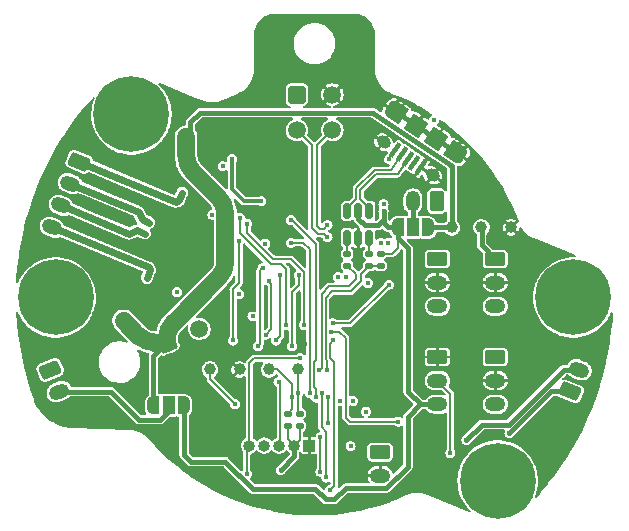
<source format=gbl>
G04 #@! TF.GenerationSoftware,KiCad,Pcbnew,(6.0.0)*
G04 #@! TF.CreationDate,2022-03-04T12:47:46+01:00*
G04 #@! TF.ProjectId,MiniAB-CAN-Board,4d696e69-4142-42d4-9341-4e2d426f6172,1*
G04 #@! TF.SameCoordinates,Original*
G04 #@! TF.FileFunction,Copper,L4,Bot*
G04 #@! TF.FilePolarity,Positive*
%FSLAX46Y46*%
G04 Gerber Fmt 4.6, Leading zero omitted, Abs format (unit mm)*
G04 Created by KiCad (PCBNEW (6.0.0)) date 2022-03-04 12:47:46*
%MOMM*%
%LPD*%
G01*
G04 APERTURE LIST*
G04 Aperture macros list*
%AMRoundRect*
0 Rectangle with rounded corners*
0 $1 Rounding radius*
0 $2 $3 $4 $5 $6 $7 $8 $9 X,Y pos of 4 corners*
0 Add a 4 corners polygon primitive as box body*
4,1,4,$2,$3,$4,$5,$6,$7,$8,$9,$2,$3,0*
0 Add four circle primitives for the rounded corners*
1,1,$1+$1,$2,$3*
1,1,$1+$1,$4,$5*
1,1,$1+$1,$6,$7*
1,1,$1+$1,$8,$9*
0 Add four rect primitives between the rounded corners*
20,1,$1+$1,$2,$3,$4,$5,0*
20,1,$1+$1,$4,$5,$6,$7,0*
20,1,$1+$1,$6,$7,$8,$9,0*
20,1,$1+$1,$8,$9,$2,$3,0*%
%AMHorizOval*
0 Thick line with rounded ends*
0 $1 width*
0 $2 $3 position (X,Y) of the first rounded end (center of the circle)*
0 $4 $5 position (X,Y) of the second rounded end (center of the circle)*
0 Add line between two ends*
20,1,$1,$2,$3,$4,$5,0*
0 Add two circle primitives to create the rounded ends*
1,1,$1,$2,$3*
1,1,$1,$4,$5*%
%AMRotRect*
0 Rectangle, with rotation*
0 The origin of the aperture is its center*
0 $1 length*
0 $2 width*
0 $3 Rotation angle, in degrees counterclockwise*
0 Add horizontal line*
21,1,$1,$2,0,0,$3*%
%AMFreePoly0*
4,1,22,0.550000,-0.750000,0.000000,-0.750000,0.000000,-0.745033,-0.079941,-0.743568,-0.215256,-0.701293,-0.333266,-0.622738,-0.424486,-0.514219,-0.481581,-0.384460,-0.499164,-0.250000,-0.500000,-0.250000,-0.500000,0.250000,-0.499164,0.250000,-0.499963,0.256109,-0.478152,0.396186,-0.417904,0.524511,-0.324060,0.630769,-0.204165,0.706417,-0.067858,0.745374,0.000000,0.744959,0.000000,0.750000,
0.550000,0.750000,0.550000,-0.750000,0.550000,-0.750000,$1*%
%AMFreePoly1*
4,1,20,0.000000,0.744959,0.073905,0.744508,0.209726,0.703889,0.328688,0.626782,0.421226,0.519385,0.479903,0.390333,0.500000,0.250000,0.500000,-0.250000,0.499851,-0.262216,0.476331,-0.402017,0.414519,-0.529596,0.319384,-0.634700,0.198574,-0.708877,0.061801,-0.746166,0.000000,-0.745033,0.000000,-0.750000,-0.550000,-0.750000,-0.550000,0.750000,0.000000,0.750000,0.000000,0.744959,
0.000000,0.744959,$1*%
G04 Aperture macros list end*
G04 #@! TA.AperFunction,ComponentPad*
%ADD10C,0.800000*%
G04 #@! TD*
G04 #@! TA.AperFunction,ComponentPad*
%ADD11C,6.400000*%
G04 #@! TD*
G04 #@! TA.AperFunction,ComponentPad*
%ADD12RoundRect,0.250000X-0.625000X0.350000X-0.625000X-0.350000X0.625000X-0.350000X0.625000X0.350000X0*%
G04 #@! TD*
G04 #@! TA.AperFunction,ComponentPad*
%ADD13O,1.750000X1.200000*%
G04 #@! TD*
G04 #@! TA.AperFunction,ComponentPad*
%ADD14RoundRect,0.250000X0.350000X0.625000X-0.350000X0.625000X-0.350000X-0.625000X0.350000X-0.625000X0*%
G04 #@! TD*
G04 #@! TA.AperFunction,ComponentPad*
%ADD15O,1.200000X1.750000*%
G04 #@! TD*
G04 #@! TA.AperFunction,ComponentPad*
%ADD16R,1.000000X1.000000*%
G04 #@! TD*
G04 #@! TA.AperFunction,ComponentPad*
%ADD17O,1.000000X1.000000*%
G04 #@! TD*
G04 #@! TA.AperFunction,ComponentPad*
%ADD18RoundRect,0.250001X-0.499999X-0.499999X0.499999X-0.499999X0.499999X0.499999X-0.499999X0.499999X0*%
G04 #@! TD*
G04 #@! TA.AperFunction,ComponentPad*
%ADD19C,1.500000*%
G04 #@! TD*
G04 #@! TA.AperFunction,ComponentPad*
%ADD20RoundRect,0.250001X0.653280X-0.270598X0.270598X0.653280X-0.653280X0.270598X-0.270598X-0.653280X0*%
G04 #@! TD*
G04 #@! TA.AperFunction,SMDPad,CuDef*
%ADD21FreePoly0,180.000000*%
G04 #@! TD*
G04 #@! TA.AperFunction,SMDPad,CuDef*
%ADD22R,1.000000X1.500000*%
G04 #@! TD*
G04 #@! TA.AperFunction,SMDPad,CuDef*
%ADD23FreePoly1,180.000000*%
G04 #@! TD*
G04 #@! TA.AperFunction,SMDPad,CuDef*
%ADD24C,1.000000*%
G04 #@! TD*
G04 #@! TA.AperFunction,ComponentPad*
%ADD25RoundRect,0.250000X-0.443486X0.562535X-0.711364X-0.084181X0.443486X-0.562535X0.711364X0.084181X0*%
G04 #@! TD*
G04 #@! TA.AperFunction,ComponentPad*
%ADD26HorizOval,1.200000X-0.254067X0.105238X0.254067X-0.105238X0*%
G04 #@! TD*
G04 #@! TA.AperFunction,SMDPad,CuDef*
%ADD27RoundRect,0.135000X0.185000X-0.135000X0.185000X0.135000X-0.185000X0.135000X-0.185000X-0.135000X0*%
G04 #@! TD*
G04 #@! TA.AperFunction,ComponentPad*
%ADD28RoundRect,0.250000X-0.711364X0.084181X-0.443486X-0.562535X0.711364X-0.084181X0.443486X0.562535X0*%
G04 #@! TD*
G04 #@! TA.AperFunction,ComponentPad*
%ADD29HorizOval,1.200000X-0.254067X-0.105238X0.254067X0.105238X0*%
G04 #@! TD*
G04 #@! TA.AperFunction,SMDPad,CuDef*
%ADD30FreePoly0,0.000000*%
G04 #@! TD*
G04 #@! TA.AperFunction,SMDPad,CuDef*
%ADD31FreePoly1,0.000000*%
G04 #@! TD*
G04 #@! TA.AperFunction,SMDPad,CuDef*
%ADD32RotRect,0.400000X1.350000X326.000000*%
G04 #@! TD*
G04 #@! TA.AperFunction,SMDPad,CuDef*
%ADD33RotRect,1.200000X1.550000X326.000000*%
G04 #@! TD*
G04 #@! TA.AperFunction,SMDPad,CuDef*
%ADD34RotRect,1.500000X1.550000X326.000000*%
G04 #@! TD*
G04 #@! TA.AperFunction,ComponentPad*
%ADD35HorizOval,0.890000X-0.184534X-0.273582X0.184534X0.273582X0*%
G04 #@! TD*
G04 #@! TA.AperFunction,ComponentPad*
%ADD36HorizOval,0.950000X0.124356X-0.083879X-0.124356X0.083879X0*%
G04 #@! TD*
G04 #@! TA.AperFunction,ComponentPad*
%ADD37RoundRect,0.250000X0.443486X-0.562535X0.711364X0.084181X-0.443486X0.562535X-0.711364X-0.084181X0*%
G04 #@! TD*
G04 #@! TA.AperFunction,SMDPad,CuDef*
%ADD38RoundRect,0.150000X0.150000X-0.512500X0.150000X0.512500X-0.150000X0.512500X-0.150000X-0.512500X0*%
G04 #@! TD*
G04 #@! TA.AperFunction,ViaPad*
%ADD39C,0.450000*%
G04 #@! TD*
G04 #@! TA.AperFunction,Conductor*
%ADD40C,0.400000*%
G04 #@! TD*
G04 #@! TA.AperFunction,Conductor*
%ADD41C,0.200000*%
G04 #@! TD*
G04 #@! TA.AperFunction,Conductor*
%ADD42C,0.600000*%
G04 #@! TD*
G04 #@! TA.AperFunction,Conductor*
%ADD43C,1.500000*%
G04 #@! TD*
G04 #@! TA.AperFunction,Conductor*
%ADD44C,0.300000*%
G04 #@! TD*
G04 APERTURE END LIST*
D10*
G04 #@! TO.P,H4,1,1*
G04 #@! TO.N,unconnected-(H4-Pad1)*
X127747679Y-98159769D03*
X125347679Y-100559769D03*
X122947679Y-98159769D03*
X127044735Y-96462713D03*
X127044735Y-99856825D03*
X123650623Y-99856825D03*
X123650623Y-96462713D03*
X125347679Y-95759769D03*
D11*
X125347679Y-98159769D03*
G04 #@! TD*
D12*
G04 #@! TO.P,J12,1,Pin_1*
G04 #@! TO.N,+3V3*
X120250000Y-79400000D03*
D13*
G04 #@! TO.P,J12,2,Pin_2*
G04 #@! TO.N,GND*
X120250000Y-81400000D03*
G04 #@! TO.P,J12,3,Pin_3*
G04 #@! TO.N,Net-(J12-Pad3)*
X120250000Y-83400000D03*
G04 #@! TD*
D10*
G04 #@! TO.P,H3,1,1*
G04 #@! TO.N,unconnected-(H3-Pad1)*
X92651061Y-68857263D03*
X94348117Y-69560207D03*
X96045173Y-65463151D03*
X96748117Y-67160207D03*
X94348117Y-64760207D03*
D11*
X94348117Y-67160207D03*
D10*
X91948117Y-67160207D03*
X96045173Y-68857263D03*
X92651061Y-65463151D03*
G04 #@! TD*
D14*
G04 #@! TO.P,J3,1,Pin_1*
G04 #@! TO.N,Net-(D2-Pad1)*
X120175000Y-74500000D03*
D15*
G04 #@! TO.P,J3,2,Pin_2*
G04 #@! TO.N,Net-(J3-Pad2)*
X118175000Y-74500000D03*
G04 #@! TD*
D12*
G04 #@! TO.P,J7,1,Pin_1*
G04 #@! TO.N,GND*
X120250000Y-87700000D03*
D13*
G04 #@! TO.P,J7,2,Pin_2*
G04 #@! TO.N,Net-(J7-Pad2)*
X120250000Y-89700000D03*
G04 #@! TO.P,J7,3,Pin_3*
G04 #@! TO.N,+5V*
X120250000Y-91700000D03*
G04 #@! TD*
D16*
G04 #@! TO.P,J9,1,Pin_1*
G04 #@! TO.N,GND*
X109400000Y-95200000D03*
D17*
G04 #@! TO.P,J9,2,Pin_2*
G04 #@! TO.N,+3V3*
X108130000Y-95200000D03*
G04 #@! TO.P,J9,3,Pin_3*
G04 #@! TO.N,SWDIO*
X106860000Y-95200000D03*
G04 #@! TO.P,J9,4,Pin_4*
G04 #@! TO.N,SWCLK*
X105590000Y-95200000D03*
G04 #@! TO.P,J9,5,Pin_5*
G04 #@! TO.N,RESET*
X104320000Y-95200000D03*
G04 #@! TD*
D18*
G04 #@! TO.P,J11,1,Pin_1*
G04 #@! TO.N,PWR*
X108350000Y-65485000D03*
D19*
G04 #@! TO.P,J11,2,Pin_2*
G04 #@! TO.N,GND*
X111350000Y-65485000D03*
G04 #@! TO.P,J11,3,Pin_3*
G04 #@! TO.N,CAN-*
X108350000Y-68485000D03*
G04 #@! TO.P,J11,4,Pin_4*
G04 #@! TO.N,CAN+*
X111350000Y-68485000D03*
G04 #@! TD*
D20*
G04 #@! TO.P,J6,1,Pin_1*
G04 #@! TO.N,+24V*
X97325000Y-86475000D03*
D19*
G04 #@! TO.P,J6,2,Pin_2*
G04 #@! TO.N,Net-(D3-Pad1)*
X100096639Y-85326950D03*
G04 #@! TD*
D10*
G04 #@! TO.P,H2,1,1*
G04 #@! TO.N,unconnected-(H2-Pad1)*
X90327898Y-82659988D03*
X89624954Y-80962932D03*
D11*
X87927898Y-82659988D03*
D10*
X85527898Y-82659988D03*
X87927898Y-85059988D03*
X87927898Y-80259988D03*
X89624954Y-84357044D03*
X86230842Y-80962932D03*
X86230842Y-84357044D03*
G04 #@! TD*
D12*
G04 #@! TO.P,J4,1,Pin_1*
G04 #@! TO.N,Net-(J4-Pad1)*
X115400000Y-95750000D03*
D13*
G04 #@! TO.P,J4,2,Pin_2*
G04 #@! TO.N,GND*
X115400000Y-97750000D03*
G04 #@! TD*
D10*
G04 #@! TO.P,H1,1,1*
G04 #@! TO.N,unconnected-(H1-Pad1)*
X131767898Y-80259988D03*
D11*
X131767898Y-82659988D03*
D10*
X130070842Y-80962932D03*
X133464954Y-80962932D03*
X130070842Y-84357044D03*
X129367898Y-82659988D03*
X133464954Y-84357044D03*
X131767898Y-85059988D03*
X134167898Y-82659988D03*
G04 #@! TD*
D12*
G04 #@! TO.P,J14,1,Pin_1*
G04 #@! TO.N,+3V3*
X125150000Y-87700000D03*
D13*
G04 #@! TO.P,J14,2,Pin_2*
G04 #@! TO.N,GND*
X125150000Y-89700000D03*
G04 #@! TO.P,J14,3,Pin_3*
G04 #@! TO.N,Net-(J14-Pad3)*
X125150000Y-91700000D03*
G04 #@! TD*
D12*
G04 #@! TO.P,J13,1,Pin_1*
G04 #@! TO.N,+3V3*
X125150000Y-79400000D03*
D13*
G04 #@! TO.P,J13,2,Pin_2*
G04 #@! TO.N,GND*
X125150000Y-81400000D03*
G04 #@! TO.P,J13,3,Pin_3*
G04 #@! TO.N,Net-(J13-Pad3)*
X125150000Y-83400000D03*
G04 #@! TD*
D21*
G04 #@! TO.P,JP1,1,A*
G04 #@! TO.N,+5V*
X98800000Y-91800000D03*
D22*
G04 #@! TO.P,JP1,2,C*
G04 #@! TO.N,Net-(J1-Pad2)*
X97500000Y-91800000D03*
D23*
G04 #@! TO.P,JP1,3,B*
G04 #@! TO.N,+24V*
X96200000Y-91800000D03*
G04 #@! TD*
D24*
G04 #@! TO.P,TP7,1,1*
G04 #@! TO.N,SCL*
X106000000Y-88750000D03*
G04 #@! TD*
G04 #@! TO.P,TP5,1,1*
G04 #@! TO.N,+3V3*
X101000000Y-88750000D03*
G04 #@! TD*
D25*
G04 #@! TO.P,J8,1,Pin_1*
G04 #@! TO.N,A2*
X89918754Y-71169177D03*
D26*
G04 #@! TO.P,J8,2,Pin_2*
G04 #@! TO.N,A1*
X89153387Y-73016936D03*
G04 #@! TO.P,J8,3,Pin_3*
G04 #@! TO.N,B1*
X88388020Y-74864695D03*
G04 #@! TO.P,J8,4,Pin_4*
G04 #@! TO.N,B2*
X87622653Y-76712454D03*
G04 #@! TD*
D24*
G04 #@! TO.P,TP2,1,1*
G04 #@! TO.N,+3V3*
X123975000Y-76725000D03*
G04 #@! TD*
D27*
G04 #@! TO.P,R35,1*
G04 #@! TO.N,+3V3*
X107600000Y-93510000D03*
G04 #@! TO.P,R35,2*
G04 #@! TO.N,SCL*
X107600000Y-92490000D03*
G04 #@! TD*
D24*
G04 #@! TO.P,TP3,1,1*
G04 #@! TO.N,+24V*
X121475000Y-76725000D03*
G04 #@! TD*
G04 #@! TO.P,TP4,1,1*
G04 #@! TO.N,GND*
X126475000Y-76725000D03*
G04 #@! TD*
D28*
G04 #@! TO.P,J2,1,Pin_1*
G04 #@! TO.N,Net-(D1-Pad1)*
X87459183Y-88786597D03*
D29*
G04 #@! TO.P,J2,2,Pin_2*
G04 #@! TO.N,Net-(J1-Pad2)*
X88224550Y-90634356D03*
G04 #@! TD*
D27*
G04 #@! TO.P,R26,1*
G04 #@! TO.N,USB_D+*
X115445000Y-79960000D03*
G04 #@! TO.P,R26,2*
G04 #@! TO.N,+5V*
X115445000Y-78940000D03*
G04 #@! TD*
G04 #@! TO.P,R33,1*
G04 #@! TO.N,USB_D-*
X112600000Y-79960000D03*
G04 #@! TO.P,R33,2*
G04 #@! TO.N,Net-(R33-Pad2)*
X112600000Y-78940000D03*
G04 #@! TD*
G04 #@! TO.P,R34,1*
G04 #@! TO.N,+3V3*
X108600000Y-93510000D03*
G04 #@! TO.P,R34,2*
G04 #@! TO.N,SDA*
X108600000Y-92490000D03*
G04 #@! TD*
D30*
G04 #@! TO.P,JP2,1,A*
G04 #@! TO.N,+5V*
X116875000Y-76725000D03*
D22*
G04 #@! TO.P,JP2,2,C*
G04 #@! TO.N,Net-(J3-Pad2)*
X118175000Y-76725000D03*
D31*
G04 #@! TO.P,JP2,3,B*
G04 #@! TO.N,+24V*
X119475000Y-76725000D03*
G04 #@! TD*
D24*
G04 #@! TO.P,TP6,1,1*
G04 #@! TO.N,SDA*
X108460000Y-88750000D03*
G04 #@! TD*
D32*
G04 #@! TO.P,J10,1,VBUS*
G04 #@! TO.N,+5V*
X116689381Y-70183702D03*
G04 #@! TO.P,J10,2,D-*
G04 #@! TO.N,/D-*
X117228256Y-70547177D03*
G04 #@! TO.P,J10,3,D+*
G04 #@! TO.N,/D+*
X117767130Y-70910653D03*
G04 #@! TO.P,J10,4,ID*
G04 #@! TO.N,unconnected-(J10-Pad4)*
X118306004Y-71274128D03*
G04 #@! TO.P,J10,5,GND*
G04 #@! TO.N,GND*
X118844879Y-71637603D03*
D33*
G04 #@! TO.P,J10,6,Shield*
X116872742Y-67050592D03*
D34*
X118447913Y-68113058D03*
D35*
X116375319Y-66715076D03*
D34*
X120105988Y-69231444D03*
D36*
X119839724Y-72308635D03*
D35*
X122178582Y-70629426D03*
D33*
X121681160Y-70293911D03*
D36*
X115694536Y-69512670D03*
G04 #@! TD*
D37*
G04 #@! TO.P,J1,1,Pin_1*
G04 #@! TO.N,Net-(D1-Pad1)*
X131490000Y-90620000D03*
D26*
G04 #@! TO.P,J1,2,Pin_2*
G04 #@! TO.N,Net-(J1-Pad2)*
X132255367Y-88772241D03*
G04 #@! TD*
D38*
G04 #@! TO.P,U7,1,I/O1*
G04 #@! TO.N,Net-(R32-Pad2)*
X114495000Y-77612500D03*
G04 #@! TO.P,U7,2,GND*
G04 #@! TO.N,GND*
X113545000Y-77612500D03*
G04 #@! TO.P,U7,3,I/O2*
G04 #@! TO.N,Net-(R33-Pad2)*
X112595000Y-77612500D03*
G04 #@! TO.P,U7,4,I/O2*
G04 #@! TO.N,/D-*
X112595000Y-75337500D03*
G04 #@! TO.P,U7,5,VBUS*
G04 #@! TO.N,+5V*
X113545000Y-75337500D03*
G04 #@! TO.P,U7,6,I/O1*
G04 #@! TO.N,/D+*
X114495000Y-75337500D03*
G04 #@! TD*
D27*
G04 #@! TO.P,R32,1*
G04 #@! TO.N,USB_D+*
X114500000Y-79960000D03*
G04 #@! TO.P,R32,2*
G04 #@! TO.N,Net-(R32-Pad2)*
X114500000Y-78940000D03*
G04 #@! TD*
D24*
G04 #@! TO.P,TP1,1,1*
G04 #@! TO.N,GND*
X103500000Y-88750000D03*
G04 #@! TD*
D39*
G04 #@! TO.N,GND*
X113225000Y-58875000D03*
X108998500Y-86625000D03*
X104400000Y-80650001D03*
X111300000Y-58875000D03*
X89900000Y-93500000D03*
X105593000Y-71802000D03*
X130875000Y-96225000D03*
X130500000Y-78750000D03*
X102358500Y-72200000D03*
X115950000Y-65575000D03*
X114425000Y-59600000D03*
X114850000Y-64350000D03*
X97270078Y-77405897D03*
X85150000Y-78600000D03*
X110975000Y-78400000D03*
X108125000Y-100875000D03*
X104925000Y-64075000D03*
X107825000Y-76725000D03*
X107650000Y-58900000D03*
X102380000Y-83010000D03*
X99467691Y-79939767D03*
X126510000Y-75330000D03*
X117750000Y-99075000D03*
X106471530Y-100616330D03*
X86275000Y-90925000D03*
X131675000Y-94925000D03*
X114675000Y-61225000D03*
X100400000Y-94425000D03*
X105925000Y-59025000D03*
X110975000Y-79175000D03*
X85125000Y-86525000D03*
X121910000Y-69190000D03*
X114675000Y-62925000D03*
X110700000Y-100800000D03*
X105000000Y-60425000D03*
X85525000Y-76750000D03*
X109825000Y-67825000D03*
X93725000Y-93550000D03*
X97675975Y-78385819D03*
X125525000Y-73425000D03*
X116300000Y-99510000D03*
X100123500Y-75184000D03*
X99600000Y-94425000D03*
X113720000Y-78750000D03*
X112140000Y-84040000D03*
X87400000Y-71600000D03*
X107900000Y-80750000D03*
X90375000Y-66950000D03*
X118410000Y-66760000D03*
X127425000Y-77225000D03*
X102700000Y-99425000D03*
X103420000Y-84690000D03*
X99600000Y-93625000D03*
X96696052Y-78791716D03*
X84875000Y-85000000D03*
X88350000Y-69975000D03*
X117375000Y-72575000D03*
X105000000Y-62325000D03*
X98975000Y-97275000D03*
X122225000Y-100275000D03*
X87400000Y-92740000D03*
X100041716Y-78553948D03*
X128950000Y-98825000D03*
X105600000Y-90796980D03*
X104960000Y-76051500D03*
X99061794Y-78959844D03*
X110700000Y-80610000D03*
X92025000Y-93500000D03*
X123375000Y-70500000D03*
X84925000Y-80350000D03*
X102420000Y-66140000D03*
X104577000Y-72818000D03*
X105700000Y-85025000D03*
X103950000Y-65400000D03*
X112575000Y-100725000D03*
X100575000Y-68000000D03*
X119425000Y-99150000D03*
X133650000Y-90425000D03*
X97850000Y-65275000D03*
X104500000Y-71750000D03*
X112614970Y-76448500D03*
X99770000Y-66010000D03*
X104250000Y-100025000D03*
X107800000Y-97890000D03*
X128800000Y-78075000D03*
X115330000Y-80730000D03*
X134500000Y-87000000D03*
X85775000Y-89375000D03*
X109425000Y-58875000D03*
X105593000Y-72818000D03*
X85425000Y-87875000D03*
X89350000Y-68350000D03*
X101278879Y-72196121D03*
X98081872Y-79365741D03*
X97844103Y-76020078D03*
X120825000Y-99700000D03*
X100615741Y-77168128D03*
X99635819Y-77574025D03*
X114450000Y-100350000D03*
X132325000Y-93675000D03*
X98250000Y-77000000D03*
X134750000Y-85425000D03*
X86000000Y-75025000D03*
X103100000Y-92600000D03*
X129875000Y-97650000D03*
X115525000Y-77075000D03*
X134075000Y-88875000D03*
X99229922Y-76594103D03*
X117290000Y-75560000D03*
X100425000Y-98250000D03*
X102200000Y-85800000D03*
X86650000Y-73275000D03*
X124625000Y-72125000D03*
X133000000Y-92075000D03*
G04 #@! TO.N,TH0*
X111400000Y-86300000D03*
X111140000Y-98940000D03*
G04 #@! TO.N,+5V*
X116175000Y-70950000D03*
X102075000Y-71550000D03*
X117750000Y-95750000D03*
X115690000Y-75340000D03*
X115690000Y-74760000D03*
G04 #@! TO.N,PROBE*
X116950000Y-93170000D03*
X111228500Y-85550000D03*
G04 #@! TO.N,A1*
X95214118Y-76055797D03*
X95860834Y-76323676D03*
G04 #@! TO.N,A2*
X98640162Y-73794782D03*
X98372286Y-74441500D03*
G04 #@! TO.N,B1*
X94831436Y-76979680D03*
X95478151Y-77247558D03*
G04 #@! TO.N,B2*
X95655231Y-81001040D03*
X95923113Y-80354325D03*
G04 #@! TO.N,Net-(D1-Pad1)*
X126350000Y-94131500D03*
G04 #@! TO.N,Net-(J1-Pad2)*
X122710000Y-94710000D03*
G04 #@! TO.N,Net-(J7-Pad2)*
X121350000Y-95850000D03*
G04 #@! TO.N,SWDIO*
X106800000Y-89800000D03*
G04 #@! TO.N,PC-FAN*
X110950000Y-93320000D03*
X110950000Y-91123500D03*
G04 #@! TO.N,HE-FAN*
X111400000Y-84850000D03*
X116129423Y-81574974D03*
G04 #@! TO.N,ST_RX*
X102948500Y-86300000D03*
X103450000Y-77900000D03*
G04 #@! TO.N,CAN_TX*
X107825000Y-76075000D03*
X109950000Y-91125000D03*
G04 #@! TO.N,CAN_RX*
X109450000Y-90775000D03*
X107850000Y-78025000D03*
G04 #@! TO.N,ADXL_CS*
X108508500Y-80754259D03*
X107950000Y-86800000D03*
G04 #@! TO.N,SDO*
X106590000Y-86300000D03*
X106950000Y-80750000D03*
G04 #@! TO.N,SDI*
X105060000Y-86800000D03*
X105450000Y-80151698D03*
G04 #@! TO.N,SCLK*
X105730000Y-85800000D03*
X105950000Y-81250000D03*
G04 #@! TO.N,NEOPIXEL*
X110850000Y-97900000D03*
X110442534Y-90775000D03*
G04 #@! TO.N,ST_STEP*
X103526606Y-75928234D03*
X107440000Y-84980000D03*
G04 #@! TO.N,ST_DIR*
X108960000Y-84976500D03*
X104150000Y-76400000D03*
G04 #@! TO.N,RESET*
X104114970Y-97585030D03*
X108640000Y-87790000D03*
G04 #@! TO.N,BOOT0*
X110350000Y-94475000D03*
X110340000Y-97400000D03*
G04 #@! TO.N,CAN-*
X110940000Y-77560000D03*
G04 #@! TO.N,CAN+*
X110940000Y-76540000D03*
G04 #@! TO.N,+3V3*
X116070000Y-78020000D03*
X114380000Y-81420000D03*
X103450000Y-82380000D03*
X98225000Y-82198500D03*
X119970000Y-67620000D03*
X113100000Y-91400000D03*
X103100000Y-91670000D03*
X112475000Y-80925000D03*
X115470000Y-78020000D03*
X104600000Y-84260000D03*
X112000000Y-91400000D03*
X101198500Y-75650000D03*
X105684259Y-78095741D03*
X114190000Y-92320000D03*
X106980000Y-97264989D03*
X111850000Y-80925000D03*
X112900000Y-95261500D03*
G04 #@! TO.N,+24V*
X93720000Y-85230000D03*
X98610000Y-70050000D03*
X99340000Y-70050000D03*
X93720000Y-84230000D03*
X99340000Y-69250000D03*
X98610000Y-69250000D03*
X102860000Y-70960000D03*
X100040000Y-82560000D03*
X105339764Y-74484847D03*
G04 #@! TO.N,SCL*
X107950000Y-91120000D03*
G04 #@! TO.N,SDA*
X108450000Y-90770000D03*
G04 #@! TO.N,USB_D+*
X110930000Y-88820000D03*
G04 #@! TO.N,USB_D-*
X110231500Y-88820000D03*
G04 #@! TD*
D40*
G04 #@! TO.N,GND*
X116872742Y-67050592D02*
X121681160Y-70293911D01*
D41*
G04 #@! TO.N,TH0*
X111500000Y-98580000D02*
X111140000Y-98940000D01*
X111400000Y-86300000D02*
X111133040Y-86566960D01*
X111133040Y-86566960D02*
X111133040Y-87781270D01*
X111133040Y-87781270D02*
X111500000Y-88148230D01*
X111500000Y-88148230D02*
X111500000Y-98580000D01*
D40*
G04 #@! TO.N,+5V*
X109925000Y-98875000D02*
X104625000Y-98875000D01*
X115600000Y-76225000D02*
X115595045Y-76225000D01*
X117750000Y-95750000D02*
X117750000Y-92750000D01*
X117750000Y-92750000D02*
X118800000Y-91700000D01*
X116875000Y-77625000D02*
X116875000Y-76725000D01*
X115595045Y-76225000D02*
X115260045Y-76560000D01*
X117750000Y-96985297D02*
X115935297Y-98800000D01*
D41*
X115445000Y-78940000D02*
X116410000Y-78940000D01*
D40*
X117750000Y-78500000D02*
X117750000Y-90625000D01*
X116875000Y-76725000D02*
X116100000Y-76725000D01*
X104625000Y-98875000D02*
X102300000Y-96550000D01*
X112475000Y-98800000D02*
X111525000Y-99750000D01*
X114080000Y-76560000D02*
X113545000Y-76025000D01*
X99375000Y-96550000D02*
X98800000Y-95975000D01*
D41*
X116410000Y-78940000D02*
X116875000Y-78475000D01*
D40*
X113545000Y-76025000D02*
X113545000Y-75337500D01*
X110800000Y-99750000D02*
X109925000Y-98875000D01*
X115260045Y-76560000D02*
X114080000Y-76560000D01*
X98800000Y-95975000D02*
X98800000Y-91800000D01*
D41*
X116175000Y-70950000D02*
X116689381Y-70183702D01*
D40*
X115690000Y-76135000D02*
X115690000Y-75340000D01*
X116100000Y-76725000D02*
X115600000Y-76225000D01*
X111525000Y-99750000D02*
X110800000Y-99750000D01*
X118800000Y-91700000D02*
X120250000Y-91700000D01*
D41*
X116875000Y-78475000D02*
X116875000Y-77625000D01*
D40*
X102300000Y-96550000D02*
X99375000Y-96550000D01*
X117750000Y-95750000D02*
X117750000Y-96985297D01*
X115935297Y-98800000D02*
X112475000Y-98800000D01*
X117750000Y-90625000D02*
X118825000Y-91700000D01*
X115600000Y-76225000D02*
X115690000Y-76135000D01*
X117750000Y-78500000D02*
X116875000Y-77625000D01*
D41*
G04 #@! TO.N,PROBE*
X112500000Y-86100000D02*
X112500000Y-92830000D01*
X112840000Y-93170000D02*
X116950000Y-93170000D01*
X111950000Y-85550000D02*
X112500000Y-86100000D01*
X112500000Y-92830000D02*
X112840000Y-93170000D01*
X111228500Y-85550000D02*
X111950000Y-85550000D01*
D42*
G04 #@! TO.N,A1*
X94949906Y-75417933D02*
X95214118Y-76055797D01*
X89153387Y-73016937D02*
X94949906Y-75417933D01*
X95214118Y-76055797D02*
X95860834Y-76323676D01*
G04 #@! TO.N,A2*
X98372286Y-74441500D02*
X98640167Y-73794784D01*
X98095560Y-74556122D02*
X98372286Y-74441500D01*
X98640167Y-73794784D02*
X98640162Y-73794782D01*
X89918754Y-71169177D02*
X98095560Y-74556122D01*
G04 #@! TO.N,B1*
X88388020Y-74864693D02*
X94162737Y-77256662D01*
X94162737Y-77256662D02*
X94831436Y-76979680D01*
X94831436Y-76979680D02*
X95478151Y-77247558D01*
G04 #@! TO.N,B2*
X87622653Y-76712454D02*
X95821258Y-80108428D01*
X95821258Y-80108428D02*
X95923113Y-80354325D01*
X95923113Y-80354325D02*
X95655231Y-81001040D01*
D40*
G04 #@! TO.N,Net-(D1-Pad1)*
X129861500Y-90620000D02*
X126350000Y-94131500D01*
X131490000Y-90620000D02*
X129861500Y-90620000D01*
G04 #@! TO.N,Net-(J1-Pad2)*
X96761770Y-93000000D02*
X95000000Y-93000000D01*
X92634356Y-90634356D02*
X88224550Y-90634356D01*
X97500000Y-92261770D02*
X96761770Y-93000000D01*
X122710000Y-94710000D02*
X124000000Y-93420000D01*
X124000000Y-93420000D02*
X126316888Y-93420000D01*
X130964647Y-88772241D02*
X132255367Y-88772241D01*
X126316888Y-93420000D02*
X130964647Y-88772241D01*
X95000000Y-93000000D02*
X92634356Y-90634356D01*
X97500000Y-91800000D02*
X97500000Y-92261770D01*
G04 #@! TO.N,Net-(J3-Pad2)*
X118175000Y-74500000D02*
X118175000Y-76725000D01*
D41*
G04 #@! TO.N,Net-(J7-Pad2)*
X121350000Y-95850000D02*
X121351520Y-95848480D01*
X121351520Y-95848480D02*
X121351520Y-90801520D01*
X121351520Y-90801520D02*
X120250000Y-89700000D01*
G04 #@! TO.N,SWDIO*
X106950000Y-95110000D02*
X106860000Y-95200000D01*
X106800000Y-89800000D02*
X106950000Y-89950000D01*
X106950000Y-89950000D02*
X106950000Y-95110000D01*
G04 #@! TO.N,/D-*
X112595000Y-75092521D02*
X112595000Y-75337500D01*
X113398480Y-74289041D02*
X112595000Y-75092521D01*
X116330000Y-71875000D02*
X114938231Y-71875000D01*
X117228256Y-70547177D02*
X116330000Y-71875000D01*
X114938231Y-71875000D02*
X113398480Y-73414751D01*
X113398480Y-73414751D02*
X113398480Y-74289041D01*
G04 #@! TO.N,PC-FAN*
X110950000Y-93320000D02*
X110950000Y-91123500D01*
G04 #@! TO.N,HE-FAN*
X112850000Y-84850000D02*
X111400000Y-84850000D01*
X116125026Y-81574974D02*
X112850000Y-84850000D01*
X116129423Y-81574974D02*
X116125026Y-81574974D01*
G04 #@! TO.N,ST_RX*
X103450000Y-77900000D02*
X103450000Y-81475000D01*
X103450000Y-81475000D02*
X102948500Y-81976500D01*
X102948500Y-81976500D02*
X102948500Y-86300000D01*
G04 #@! TO.N,CAN_TX*
X109950000Y-87970000D02*
X109950000Y-78115276D01*
X107900000Y-76075000D02*
X107825000Y-76075000D01*
X109780000Y-90210000D02*
X109780000Y-88140000D01*
X109940276Y-78115276D02*
X107900000Y-76075000D01*
X109950000Y-90380000D02*
X109780000Y-90210000D01*
X109950000Y-91125000D02*
X109950000Y-90380000D01*
X109780000Y-88140000D02*
X109950000Y-87970000D01*
X109950000Y-78115276D02*
X109940276Y-78115276D01*
G04 #@! TO.N,CAN_RX*
X108895000Y-78025000D02*
X109450000Y-78580000D01*
X107850000Y-78025000D02*
X108895000Y-78025000D01*
X109450000Y-78580000D02*
X109450000Y-90775000D01*
G04 #@! TO.N,ADXL_CS*
X108508500Y-81641500D02*
X108508500Y-80754259D01*
X107950000Y-86800000D02*
X107950000Y-82200000D01*
X107950000Y-82200000D02*
X108508500Y-81641500D01*
G04 #@! TO.N,SDO*
X106950000Y-85940000D02*
X106590000Y-86300000D01*
X106950000Y-80750000D02*
X106950000Y-85940000D01*
G04 #@! TO.N,SDI*
X105230000Y-80371698D02*
X105450000Y-80151698D01*
X105230000Y-86630000D02*
X105230000Y-80371698D01*
X105060000Y-86800000D02*
X105230000Y-86630000D01*
G04 #@! TO.N,SCLK*
X106200000Y-85330000D02*
X106200000Y-81500000D01*
X105730000Y-85800000D02*
X106200000Y-85330000D01*
X106200000Y-81500000D02*
X105950000Y-81250000D01*
G04 #@! TO.N,NEOPIXEL*
X110850000Y-94050000D02*
X110442534Y-93642534D01*
X110442534Y-93642534D02*
X110442534Y-90775000D01*
X110850000Y-97900000D02*
X110850000Y-94050000D01*
G04 #@! TO.N,ST_STEP*
X103526606Y-77226606D02*
X106140000Y-79840000D01*
X107440000Y-80260000D02*
X107440000Y-84980000D01*
X107020000Y-79840000D02*
X107440000Y-80260000D01*
X106140000Y-79840000D02*
X107020000Y-79840000D01*
X103526606Y-75928234D02*
X103526606Y-77226606D01*
G04 #@! TO.N,ST_DIR*
X104150000Y-77200000D02*
X106360000Y-79410000D01*
X104150000Y-76400000D02*
X104150000Y-77200000D01*
X106360000Y-79410000D02*
X107840000Y-79410000D01*
X107840000Y-79410000D02*
X108960000Y-80530000D01*
X108960000Y-80530000D02*
X108960000Y-84976500D01*
G04 #@! TO.N,Net-(R33-Pad2)*
X112600000Y-78940000D02*
X112600000Y-77617500D01*
X112600000Y-77617500D02*
X112595000Y-77612500D01*
G04 #@! TO.N,/D+*
X113725000Y-74322521D02*
X114495000Y-75092521D01*
X114495000Y-75092521D02*
X114495000Y-75337500D01*
X116880000Y-72201520D02*
X115073480Y-72201520D01*
X117767130Y-70910653D02*
X116880000Y-72201520D01*
X115073480Y-72201520D02*
X113725000Y-73550000D01*
X113725000Y-73550000D02*
X113725000Y-74322521D01*
G04 #@! TO.N,RESET*
X108630000Y-87800000D02*
X104725000Y-87800000D01*
X104320000Y-88205000D02*
X104320000Y-95200000D01*
X104114970Y-95405030D02*
X104320000Y-95200000D01*
X104114970Y-97585030D02*
X104114970Y-95405030D01*
X104725000Y-87800000D02*
X104320000Y-88205000D01*
X108640000Y-87790000D02*
X108630000Y-87800000D01*
G04 #@! TO.N,BOOT0*
X110350000Y-97390000D02*
X110350000Y-94475000D01*
X110340000Y-97400000D02*
X110350000Y-97390000D01*
G04 #@! TO.N,Net-(R32-Pad2)*
X114495000Y-78935000D02*
X114500000Y-78940000D01*
X114495000Y-77612500D02*
X114495000Y-78935000D01*
G04 #@! TO.N,CAN-*
X108350000Y-68485000D02*
X109623000Y-69758000D01*
X109623000Y-69758000D02*
X109623000Y-76794028D01*
X109623000Y-76794028D02*
X110105972Y-77277000D01*
X110657000Y-77277000D02*
X110940000Y-77560000D01*
X110105972Y-77277000D02*
X110657000Y-77277000D01*
G04 #@! TO.N,CAN+*
X110294028Y-76823000D02*
X110657000Y-76823000D01*
X111350000Y-68485000D02*
X110077000Y-69758000D01*
X110077000Y-76605972D02*
X110294028Y-76823000D01*
X110657000Y-76823000D02*
X110940000Y-76540000D01*
X110077000Y-69758000D02*
X110077000Y-76605972D01*
D40*
G04 #@! TO.N,+3V3*
X108130000Y-96114989D02*
X108130000Y-95200000D01*
X106980000Y-97264989D02*
X108130000Y-96114989D01*
X124000000Y-76500000D02*
X124000000Y-78250000D01*
X124000000Y-78250000D02*
X125150000Y-79400000D01*
D41*
X108600000Y-94730000D02*
X108130000Y-95200000D01*
X101000000Y-88750000D02*
X101000000Y-89570000D01*
X107600000Y-94670000D02*
X108130000Y-95200000D01*
X108600000Y-93510000D02*
X108600000Y-94730000D01*
X101000000Y-89570000D02*
X103100000Y-91670000D01*
X107600000Y-93510000D02*
X107600000Y-94670000D01*
D40*
G04 #@! TO.N,+24V*
X114820000Y-67020000D02*
X100130000Y-67020000D01*
X100130000Y-67020000D02*
X99340000Y-67810000D01*
D43*
X97916946Y-84783054D02*
X101714213Y-80985787D01*
X97325000Y-86475000D02*
X96353427Y-86475000D01*
D40*
X121470000Y-71520000D02*
X114810000Y-67020000D01*
D44*
X102860000Y-70960000D02*
X102860000Y-73510000D01*
X103834847Y-74484847D02*
X105339764Y-74484847D01*
D40*
X121475000Y-76725000D02*
X121470000Y-71520000D01*
D44*
X102860000Y-73510000D02*
X103834847Y-74484847D01*
D43*
X102300000Y-75603427D02*
X102300000Y-79571573D01*
D40*
X96200000Y-91800000D02*
X96200000Y-87607968D01*
X96200000Y-87607968D02*
X97331160Y-86476808D01*
D43*
X98980000Y-69050000D02*
X98980000Y-70050000D01*
X97325000Y-86195459D02*
X97325000Y-86475000D01*
X99565787Y-72040787D02*
X101714214Y-74189214D01*
X98980000Y-70050000D02*
X98980000Y-70626573D01*
D40*
X99340000Y-67810000D02*
X99340000Y-69250000D01*
X121475000Y-76725000D02*
X119450000Y-76725000D01*
D43*
X94939213Y-85889213D02*
X93675000Y-84625000D01*
X102299999Y-75603427D02*
G75*
G03*
X101714213Y-74189215I-1999999J0D01*
G01*
X101714213Y-80985787D02*
G75*
G03*
X102300000Y-79571573I-1414213J1414214D01*
G01*
X99565787Y-72040787D02*
G75*
G02*
X98980000Y-70626573I1414213J1414214D01*
G01*
X94939213Y-85889213D02*
G75*
G03*
X96353427Y-86475000I1414214J1414213D01*
G01*
X97325001Y-86195459D02*
G75*
G02*
X97910787Y-84781247I1999999J0D01*
G01*
D41*
G04 #@! TO.N,SCL*
X107950000Y-91120000D02*
X107950000Y-89992894D01*
X107950000Y-89992894D02*
X106707106Y-88750000D01*
X107950000Y-91120000D02*
X107950000Y-92140000D01*
X106707106Y-88750000D02*
X106000000Y-88750000D01*
X107950000Y-92140000D02*
X107600000Y-92490000D01*
G04 #@! TO.N,SDA*
X108450000Y-90770000D02*
X108460000Y-90760000D01*
X108450000Y-92340000D02*
X108600000Y-92490000D01*
X108450000Y-90770000D02*
X108450000Y-92340000D01*
X108460000Y-90760000D02*
X108460000Y-88750000D01*
G04 #@! TO.N,USB_D+*
X114500000Y-79960000D02*
X115445000Y-79960000D01*
X110930000Y-88039999D02*
X110777000Y-87886999D01*
X110777000Y-82669028D02*
X111294028Y-82152000D01*
X110930000Y-88820000D02*
X110930000Y-88039999D01*
X110777000Y-87886999D02*
X110777000Y-82669028D01*
X111294028Y-82152000D02*
X112919028Y-82152000D01*
X112919028Y-82152000D02*
X113777000Y-81294028D01*
X113777000Y-80683000D02*
X114500000Y-79960000D01*
X113777000Y-81294028D02*
X113777000Y-80683000D01*
G04 #@! TO.N,USB_D-*
X113323000Y-80683000D02*
X113323000Y-81105972D01*
X113323000Y-81105972D02*
X112730972Y-81698000D01*
X112730972Y-81698000D02*
X111105972Y-81698000D01*
X111105972Y-81698000D02*
X110450000Y-82353972D01*
X110450000Y-82350000D02*
X110450000Y-88601500D01*
X112600000Y-79960000D02*
X113323000Y-80683000D01*
X110450000Y-88601500D02*
X110231500Y-88820000D01*
G04 #@! TD*
G04 #@! TA.AperFunction,Conductor*
G04 #@! TO.N,GND*
G36*
X113161125Y-58622506D02*
G01*
X113172540Y-58625131D01*
X113183415Y-58622670D01*
X113194562Y-58622690D01*
X113194562Y-58622851D01*
X113204567Y-58622064D01*
X113276657Y-58626789D01*
X113401373Y-58634963D01*
X113414200Y-58636651D01*
X113632414Y-58680056D01*
X113644914Y-58683406D01*
X113855589Y-58754921D01*
X113867551Y-58759877D01*
X113949852Y-58800463D01*
X114067078Y-58858272D01*
X114078284Y-58864741D01*
X114263283Y-58988353D01*
X114273537Y-58996221D01*
X114440812Y-59142918D01*
X114449967Y-59152073D01*
X114596665Y-59319349D01*
X114604533Y-59329603D01*
X114728145Y-59514602D01*
X114734614Y-59525808D01*
X114833009Y-59725334D01*
X114837965Y-59737296D01*
X114893965Y-59902265D01*
X114909479Y-59947968D01*
X114912830Y-59960472D01*
X114940473Y-60099442D01*
X114956234Y-60178679D01*
X114957923Y-60191511D01*
X114970789Y-60387804D01*
X114969999Y-60397616D01*
X114970273Y-60397616D01*
X114970253Y-60408766D01*
X114967755Y-60419630D01*
X114970215Y-60430502D01*
X114970215Y-60430504D01*
X114970457Y-60431571D01*
X114972898Y-60453420D01*
X114972898Y-63309885D01*
X114970341Y-63332237D01*
X114967756Y-63343391D01*
X114967755Y-63344107D01*
X114968996Y-63349549D01*
X114969172Y-63351119D01*
X114969605Y-63356147D01*
X114975184Y-63448368D01*
X114984947Y-63609778D01*
X114985486Y-63612718D01*
X114985486Y-63612720D01*
X114985487Y-63612722D01*
X115032924Y-63871574D01*
X115033815Y-63874433D01*
X115111219Y-64122828D01*
X115111222Y-64122836D01*
X115112108Y-64125679D01*
X115221344Y-64368386D01*
X115222888Y-64370940D01*
X115321900Y-64534720D01*
X115359040Y-64596156D01*
X115360884Y-64598510D01*
X115360885Y-64598511D01*
X115496665Y-64771817D01*
X115523186Y-64805668D01*
X115525306Y-64807788D01*
X115539905Y-64822386D01*
X115711391Y-64993866D01*
X115713750Y-64995714D01*
X115713751Y-64995715D01*
X115918552Y-65156161D01*
X115918560Y-65156166D01*
X115920908Y-65158006D01*
X115923469Y-65159554D01*
X116146119Y-65294145D01*
X116146123Y-65294147D01*
X116148682Y-65295694D01*
X116163572Y-65302395D01*
X116379531Y-65399584D01*
X116384308Y-65401890D01*
X116385644Y-65402579D01*
X116390326Y-65405716D01*
X116390658Y-65405842D01*
X116390660Y-65405844D01*
X116390663Y-65405844D01*
X116390995Y-65405971D01*
X116399671Y-65407178D01*
X116423215Y-65413482D01*
X117163603Y-65713554D01*
X117167709Y-65715327D01*
X117921571Y-66061284D01*
X117925593Y-66063241D01*
X118422420Y-66319012D01*
X118648695Y-66435500D01*
X118663065Y-66442898D01*
X118666987Y-66445031D01*
X119324675Y-66822128D01*
X119386546Y-66857603D01*
X119390367Y-66859910D01*
X119472155Y-66911849D01*
X119748786Y-67087523D01*
X119787773Y-67134679D01*
X119791596Y-67195745D01*
X119758796Y-67247395D01*
X119740659Y-67259305D01*
X119723719Y-67267936D01*
X119723717Y-67267937D01*
X119716780Y-67271472D01*
X119621472Y-67366780D01*
X119617937Y-67373717D01*
X119617936Y-67373719D01*
X119579326Y-67449496D01*
X119560281Y-67486874D01*
X119559062Y-67494568D01*
X119559062Y-67494569D01*
X119555911Y-67514466D01*
X119528134Y-67568982D01*
X119473618Y-67596760D01*
X119413185Y-67587189D01*
X119402770Y-67581054D01*
X119109755Y-67383413D01*
X119096934Y-67379736D01*
X119092146Y-67381479D01*
X118537004Y-68204512D01*
X118488789Y-68242182D01*
X118427641Y-68244317D01*
X118399569Y-68231227D01*
X118356459Y-68202149D01*
X118318789Y-68153934D01*
X118316654Y-68092786D01*
X118329744Y-68064714D01*
X118880728Y-67247846D01*
X118884405Y-67235024D01*
X118882663Y-67230238D01*
X118359044Y-66877052D01*
X118350539Y-66872459D01*
X118309154Y-66855105D01*
X118290416Y-66851292D01*
X118230351Y-66851030D01*
X118211575Y-66854679D01*
X118155986Y-66877422D01*
X118154771Y-66878226D01*
X118152441Y-66878872D01*
X118146959Y-66881115D01*
X118146694Y-66880466D01*
X118095811Y-66894577D01*
X118038500Y-66873149D01*
X118004730Y-66822128D01*
X118003408Y-66784259D01*
X118003364Y-66784259D01*
X118003369Y-66783146D01*
X118003117Y-66775933D01*
X118003407Y-66774510D01*
X118003668Y-66714443D01*
X118000020Y-66695672D01*
X117977276Y-66640077D01*
X117966718Y-66624127D01*
X117935135Y-66592268D01*
X117927676Y-66586091D01*
X117534583Y-66320947D01*
X117521761Y-66317270D01*
X117516975Y-66319012D01*
X116961833Y-67142046D01*
X116913618Y-67179716D01*
X116852470Y-67181851D01*
X116824398Y-67168761D01*
X116699213Y-67084323D01*
X116387896Y-66874337D01*
X116201790Y-66748807D01*
X116106451Y-66684500D01*
X116101511Y-66681168D01*
X116553939Y-66681168D01*
X116555681Y-66685954D01*
X116826013Y-66868295D01*
X116838835Y-66871972D01*
X116843621Y-66870230D01*
X117305557Y-66185381D01*
X117309234Y-66172559D01*
X117307492Y-66167773D01*
X117037160Y-65985432D01*
X117024338Y-65981755D01*
X117019552Y-65983497D01*
X116557616Y-66668346D01*
X116553939Y-66681168D01*
X116101511Y-66681168D01*
X115783689Y-66466794D01*
X115770867Y-66463117D01*
X115766081Y-66464859D01*
X115635099Y-66659047D01*
X115631968Y-66664385D01*
X115581137Y-66765014D01*
X115576994Y-66776648D01*
X115555040Y-66876500D01*
X115524078Y-66929273D01*
X115468010Y-66953769D01*
X115408251Y-66940630D01*
X115402923Y-66937271D01*
X115104742Y-66735798D01*
X115090164Y-66723772D01*
X115058342Y-66691950D01*
X115051405Y-66688415D01*
X115051403Y-66688414D01*
X114952246Y-66637891D01*
X114952245Y-66637891D01*
X114945304Y-66634354D01*
X114923278Y-66630866D01*
X114923535Y-66629241D01*
X114922220Y-66629160D01*
X114922078Y-66630305D01*
X114913106Y-66629196D01*
X114909764Y-66628725D01*
X114855365Y-66620109D01*
X114855363Y-66620109D01*
X114851519Y-66619500D01*
X114840745Y-66619500D01*
X114828601Y-66618752D01*
X114796174Y-66614744D01*
X114788527Y-66616224D01*
X114788526Y-66616224D01*
X114780922Y-66617696D01*
X114762110Y-66619500D01*
X111542092Y-66619500D01*
X111483901Y-66600593D01*
X111447937Y-66551093D01*
X111447937Y-66489907D01*
X111483901Y-66440407D01*
X111516210Y-66426694D01*
X111515764Y-66425095D01*
X111690545Y-66376295D01*
X111699524Y-66372813D01*
X111857178Y-66293176D01*
X111865313Y-66288013D01*
X111913212Y-66250589D01*
X115915580Y-66250589D01*
X115917323Y-66255377D01*
X116246250Y-66477240D01*
X116328590Y-66532779D01*
X116341412Y-66536456D01*
X116346198Y-66534714D01*
X116803984Y-65856018D01*
X116807124Y-65845068D01*
X116797679Y-65838697D01*
X116665303Y-65800738D01*
X116653086Y-65798847D01*
X116502643Y-65794644D01*
X116490338Y-65795850D01*
X116343571Y-65829195D01*
X116331957Y-65833422D01*
X116198092Y-65902220D01*
X116187896Y-65909201D01*
X116075346Y-66009127D01*
X116067208Y-66018423D01*
X115919257Y-66237768D01*
X115915580Y-66250589D01*
X111913212Y-66250589D01*
X111915227Y-66249015D01*
X111922686Y-66237957D01*
X111922615Y-66235928D01*
X111919919Y-66231696D01*
X111361086Y-65672863D01*
X111349203Y-65666809D01*
X111344172Y-65667605D01*
X110782635Y-66229142D01*
X110776581Y-66241025D01*
X110777072Y-66244125D01*
X110779007Y-66246575D01*
X110801511Y-66265729D01*
X110809430Y-66271231D01*
X110963604Y-66357396D01*
X110972426Y-66361251D01*
X111140409Y-66415832D01*
X111149823Y-66417901D01*
X111185837Y-66422196D01*
X111241380Y-66447861D01*
X111271230Y-66501271D01*
X111263985Y-66562026D01*
X111222413Y-66606919D01*
X111174115Y-66619500D01*
X108983624Y-66619500D01*
X108925433Y-66600593D01*
X108889469Y-66551093D01*
X108889469Y-66489907D01*
X108925433Y-66440407D01*
X108950822Y-66427092D01*
X108982886Y-66415832D01*
X109063183Y-66387634D01*
X109172150Y-66307150D01*
X109210390Y-66255377D01*
X109248238Y-66204135D01*
X109248239Y-66204134D01*
X109252634Y-66198183D01*
X109297519Y-66070368D01*
X109298962Y-66055104D01*
X109300282Y-66041144D01*
X109300282Y-66041134D01*
X109300500Y-66038833D01*
X109300499Y-65476492D01*
X110395901Y-65476492D01*
X110410681Y-65652504D01*
X110412419Y-65661972D01*
X110461102Y-65831753D01*
X110464653Y-65840721D01*
X110545385Y-65997807D01*
X110550605Y-66005907D01*
X110585835Y-66050357D01*
X110596947Y-66057740D01*
X110599157Y-66057647D01*
X110603119Y-66055104D01*
X111162137Y-65496086D01*
X111167379Y-65485797D01*
X111531809Y-65485797D01*
X111532605Y-65490828D01*
X112094401Y-66052624D01*
X112106284Y-66058678D01*
X112109566Y-66058159D01*
X112111772Y-66056428D01*
X112126880Y-66038926D01*
X112132436Y-66031051D01*
X112219679Y-65877476D01*
X112223595Y-65868681D01*
X112279348Y-65701081D01*
X112281482Y-65691687D01*
X112303877Y-65514407D01*
X112304264Y-65508880D01*
X112304558Y-65487759D01*
X112304328Y-65482262D01*
X112286889Y-65304394D01*
X112285020Y-65294956D01*
X112233967Y-65125863D01*
X112230297Y-65116959D01*
X112147377Y-64961009D01*
X112142042Y-64952980D01*
X112114559Y-64919282D01*
X112103346Y-64912055D01*
X112100766Y-64912200D01*
X112097352Y-64914425D01*
X111537863Y-65473914D01*
X111531809Y-65485797D01*
X111167379Y-65485797D01*
X111168191Y-65484203D01*
X111167395Y-65479172D01*
X110606084Y-64917861D01*
X110594201Y-64911807D01*
X110591283Y-64912269D01*
X110588591Y-64914410D01*
X110565458Y-64941979D01*
X110560018Y-64949924D01*
X110474931Y-65104697D01*
X110471131Y-65113561D01*
X110417727Y-65281913D01*
X110415723Y-65291341D01*
X110396035Y-65466864D01*
X110395901Y-65476492D01*
X109300499Y-65476492D01*
X109300499Y-64931168D01*
X109297519Y-64899632D01*
X109295522Y-64893945D01*
X109295521Y-64893941D01*
X109265266Y-64807788D01*
X109252634Y-64771817D01*
X109223090Y-64731817D01*
X110777175Y-64731817D01*
X110777292Y-64734214D01*
X110779677Y-64737900D01*
X111338914Y-65297137D01*
X111350797Y-65303191D01*
X111355828Y-65302395D01*
X111916946Y-64741277D01*
X111923000Y-64729394D01*
X111922567Y-64726660D01*
X111920215Y-64723724D01*
X111887537Y-64696691D01*
X111879544Y-64691300D01*
X111724175Y-64607292D01*
X111715304Y-64603563D01*
X111546569Y-64551330D01*
X111537137Y-64549394D01*
X111361480Y-64530932D01*
X111351842Y-64530865D01*
X111175946Y-64546873D01*
X111166480Y-64548679D01*
X110997049Y-64598545D01*
X110988108Y-64602158D01*
X110831595Y-64683980D01*
X110823519Y-64689265D01*
X110784479Y-64720655D01*
X110777175Y-64731817D01*
X109223090Y-64731817D01*
X109193164Y-64691300D01*
X109176550Y-64668807D01*
X109172150Y-64662850D01*
X109091882Y-64603563D01*
X109069135Y-64586762D01*
X109069134Y-64586761D01*
X109063183Y-64582366D01*
X108935368Y-64537481D01*
X108929361Y-64536913D01*
X108929360Y-64536913D01*
X108906144Y-64534718D01*
X108906134Y-64534718D01*
X108903833Y-64534500D01*
X108350239Y-64534500D01*
X107796168Y-64534501D01*
X107764632Y-64537481D01*
X107758945Y-64539478D01*
X107758941Y-64539479D01*
X107701996Y-64559477D01*
X107636817Y-64582366D01*
X107630866Y-64586761D01*
X107630865Y-64586762D01*
X107608118Y-64603563D01*
X107527850Y-64662850D01*
X107523450Y-64668807D01*
X107506837Y-64691300D01*
X107447366Y-64771817D01*
X107402481Y-64899632D01*
X107401913Y-64905639D01*
X107401913Y-64905640D01*
X107399719Y-64928852D01*
X107399500Y-64931167D01*
X107399501Y-66038832D01*
X107402481Y-66070368D01*
X107404478Y-66076055D01*
X107404479Y-66076059D01*
X107422463Y-66127268D01*
X107447366Y-66198183D01*
X107451761Y-66204134D01*
X107451762Y-66204135D01*
X107489610Y-66255377D01*
X107527850Y-66307150D01*
X107636817Y-66387634D01*
X107717114Y-66415832D01*
X107749178Y-66427092D01*
X107797817Y-66464212D01*
X107815349Y-66522832D01*
X107795076Y-66580561D01*
X107744742Y-66615349D01*
X107716376Y-66619500D01*
X100066567Y-66619500D01*
X100043620Y-66626956D01*
X100028519Y-66630581D01*
X100012391Y-66633135D01*
X100012389Y-66633136D01*
X100004696Y-66634354D01*
X99983201Y-66645306D01*
X99968855Y-66651249D01*
X99953320Y-66656296D01*
X99953316Y-66656298D01*
X99945911Y-66658704D01*
X99926390Y-66672887D01*
X99913151Y-66680999D01*
X99898597Y-66688414D01*
X99898595Y-66688416D01*
X99891658Y-66691950D01*
X99869095Y-66714513D01*
X99869091Y-66714516D01*
X99034516Y-67549091D01*
X99034513Y-67549095D01*
X99011950Y-67571658D01*
X99000998Y-67593154D01*
X98992884Y-67606393D01*
X98978704Y-67625910D01*
X98976296Y-67633321D01*
X98971248Y-67648857D01*
X98965305Y-67663203D01*
X98954354Y-67684696D01*
X98953136Y-67692389D01*
X98953135Y-67692391D01*
X98950581Y-67708519D01*
X98946956Y-67723620D01*
X98939500Y-67746567D01*
X98939500Y-68009652D01*
X98920593Y-68067843D01*
X98871093Y-68103807D01*
X98855304Y-68107539D01*
X98832848Y-68110935D01*
X98742401Y-68124614D01*
X98561179Y-68191290D01*
X98556921Y-68193930D01*
X98556919Y-68193931D01*
X98401330Y-68290401D01*
X98397066Y-68293045D01*
X98256765Y-68425721D01*
X98253891Y-68429826D01*
X98253888Y-68429829D01*
X98148884Y-68579792D01*
X98146009Y-68583898D01*
X98069320Y-68761115D01*
X98029832Y-68950133D01*
X98029500Y-68956468D01*
X98029500Y-70567532D01*
X98028883Y-70578567D01*
X98025589Y-70607936D01*
X98024994Y-70613238D01*
X98025399Y-70618061D01*
X98025399Y-70618064D01*
X98025782Y-70622627D01*
X98025685Y-70626586D01*
X98025942Y-70626573D01*
X98040167Y-70916121D01*
X98082703Y-71202881D01*
X98153143Y-71484091D01*
X98153963Y-71486381D01*
X98153963Y-71486383D01*
X98248901Y-71751718D01*
X98250806Y-71757043D01*
X98251844Y-71759238D01*
X98251845Y-71759240D01*
X98308861Y-71879789D01*
X98374754Y-72019107D01*
X98376005Y-72021193D01*
X98376007Y-72021198D01*
X98394787Y-72052530D01*
X98523791Y-72267760D01*
X98525235Y-72269707D01*
X98525239Y-72269713D01*
X98675430Y-72472222D01*
X98696483Y-72500608D01*
X98793889Y-72608079D01*
X98815341Y-72631748D01*
X98820420Y-72637822D01*
X98821210Y-72638848D01*
X98823300Y-72642041D01*
X98827545Y-72646755D01*
X98840766Y-72659976D01*
X98844098Y-72663477D01*
X98853465Y-72673811D01*
X98858314Y-72679592D01*
X98871836Y-72697024D01*
X98890430Y-72716144D01*
X98892564Y-72717896D01*
X98892563Y-72717896D01*
X98923101Y-72742980D01*
X98930267Y-72749477D01*
X101000364Y-74819574D01*
X101007730Y-74827814D01*
X101022225Y-74845971D01*
X101029493Y-74855076D01*
X101049522Y-74872002D01*
X101060894Y-74883315D01*
X101144006Y-74980626D01*
X101153132Y-74993188D01*
X101205977Y-75079422D01*
X101220260Y-75138914D01*
X101196845Y-75195442D01*
X101144676Y-75227412D01*
X101137052Y-75228928D01*
X101073069Y-75239062D01*
X101073068Y-75239062D01*
X101065374Y-75240281D01*
X101058435Y-75243817D01*
X101058434Y-75243817D01*
X100952219Y-75297936D01*
X100952217Y-75297937D01*
X100945280Y-75301472D01*
X100849972Y-75396780D01*
X100846437Y-75403717D01*
X100846436Y-75403719D01*
X100804023Y-75486960D01*
X100788781Y-75516874D01*
X100787562Y-75524568D01*
X100787562Y-75524569D01*
X100779389Y-75576170D01*
X100767696Y-75650000D01*
X100768915Y-75657696D01*
X100787336Y-75774000D01*
X100788781Y-75783126D01*
X100792317Y-75790065D01*
X100792317Y-75790066D01*
X100841610Y-75886808D01*
X100849972Y-75903220D01*
X100945280Y-75998528D01*
X100952217Y-76002063D01*
X100952219Y-76002064D01*
X101049188Y-76051472D01*
X101065374Y-76059719D01*
X101073068Y-76060938D01*
X101073069Y-76060938D01*
X101190804Y-76079585D01*
X101198500Y-76080804D01*
X101206196Y-76079585D01*
X101206197Y-76079585D01*
X101235013Y-76075021D01*
X101295445Y-76084592D01*
X101338710Y-76127857D01*
X101349500Y-76172802D01*
X101349500Y-79512532D01*
X101348883Y-79523566D01*
X101344994Y-79558238D01*
X101345399Y-79563059D01*
X101347188Y-79584366D01*
X101347230Y-79600418D01*
X101337190Y-79727983D01*
X101334760Y-79743326D01*
X101320792Y-79801509D01*
X101301063Y-79883689D01*
X101299953Y-79888311D01*
X101295153Y-79903082D01*
X101267793Y-79969136D01*
X101238091Y-80040841D01*
X101231038Y-80054682D01*
X101153134Y-80181810D01*
X101144003Y-80194378D01*
X101116422Y-80226672D01*
X101070166Y-80280831D01*
X101068731Y-80282511D01*
X101055212Y-80295589D01*
X101048351Y-80301066D01*
X101020717Y-80333767D01*
X101016274Y-80339024D01*
X101010662Y-80345128D01*
X97321118Y-84034672D01*
X97311792Y-84042893D01*
X97256736Y-84085598D01*
X97256730Y-84085604D01*
X97254549Y-84087295D01*
X97235429Y-84105889D01*
X97233680Y-84108018D01*
X97233672Y-84108027D01*
X97223364Y-84120576D01*
X97220219Y-84124220D01*
X97151363Y-84200191D01*
X97041482Y-84321426D01*
X97040033Y-84323380D01*
X97040032Y-84323381D01*
X96872332Y-84549500D01*
X96868791Y-84554274D01*
X96852840Y-84580887D01*
X96722464Y-84798406D01*
X96719754Y-84802927D01*
X96718713Y-84805128D01*
X96611250Y-85032340D01*
X96595807Y-85064991D01*
X96594991Y-85067273D01*
X96594988Y-85067279D01*
X96501048Y-85329826D01*
X96498144Y-85337942D01*
X96497554Y-85340299D01*
X96497553Y-85340301D01*
X96471169Y-85445630D01*
X96438689Y-85497482D01*
X96381933Y-85520340D01*
X96373751Y-85520564D01*
X96371572Y-85520534D01*
X96366762Y-85519994D01*
X96359975Y-85520564D01*
X96340634Y-85522188D01*
X96324582Y-85522230D01*
X96197017Y-85512190D01*
X96181674Y-85509760D01*
X96102940Y-85490858D01*
X96036684Y-85474951D01*
X96021918Y-85470153D01*
X95927114Y-85430884D01*
X95884159Y-85413091D01*
X95870318Y-85406038D01*
X95743190Y-85328134D01*
X95730622Y-85319003D01*
X95673660Y-85270353D01*
X95642487Y-85243729D01*
X95629411Y-85230212D01*
X95626956Y-85227137D01*
X95623934Y-85223351D01*
X95585976Y-85191274D01*
X95579872Y-85185662D01*
X94312981Y-83918771D01*
X94200930Y-83827385D01*
X94029806Y-83737923D01*
X94024992Y-83736543D01*
X94024988Y-83736541D01*
X93849011Y-83686080D01*
X93849008Y-83686080D01*
X93844187Y-83684697D01*
X93651658Y-83669883D01*
X93646688Y-83670511D01*
X93646684Y-83670511D01*
X93557170Y-83681820D01*
X93460081Y-83694085D01*
X93455331Y-83695702D01*
X93455327Y-83695703D01*
X93363666Y-83726907D01*
X93277284Y-83756314D01*
X93272963Y-83758849D01*
X93272961Y-83758850D01*
X93150983Y-83830415D01*
X93110734Y-83854029D01*
X92967234Y-83983237D01*
X92852645Y-84138661D01*
X92850542Y-84143212D01*
X92850541Y-84143214D01*
X92813386Y-84223626D01*
X92771649Y-84313952D01*
X92727555Y-84501949D01*
X92722164Y-84694972D01*
X92755695Y-84885137D01*
X92826779Y-85064675D01*
X92829523Y-85068869D01*
X92829525Y-85068872D01*
X92882181Y-85149338D01*
X92932513Y-85226254D01*
X92935052Y-85229074D01*
X92935057Y-85229080D01*
X92935536Y-85229611D01*
X92936758Y-85230968D01*
X94014382Y-86308592D01*
X94042159Y-86363109D01*
X94032588Y-86423541D01*
X93989323Y-86466806D01*
X93928891Y-86476377D01*
X93906097Y-86469895D01*
X93890839Y-86463497D01*
X93887276Y-86462592D01*
X93642224Y-86400357D01*
X93642219Y-86400356D01*
X93638663Y-86399453D01*
X93422554Y-86377692D01*
X93267796Y-86377692D01*
X93180955Y-86384146D01*
X93078028Y-86391794D01*
X93078022Y-86391795D01*
X93074374Y-86392066D01*
X92820608Y-86449487D01*
X92817187Y-86450817D01*
X92817185Y-86450818D01*
X92780930Y-86464917D01*
X92578117Y-86543787D01*
X92352228Y-86672893D01*
X92349338Y-86675172D01*
X92349337Y-86675172D01*
X92278768Y-86730804D01*
X92147904Y-86833969D01*
X92145390Y-86836642D01*
X92145384Y-86836647D01*
X91972146Y-87020805D01*
X91972143Y-87020809D01*
X91969632Y-87023478D01*
X91821329Y-87237255D01*
X91706254Y-87470605D01*
X91705132Y-87474110D01*
X91673796Y-87572005D01*
X91626934Y-87718400D01*
X91626345Y-87722017D01*
X91626344Y-87722021D01*
X91585702Y-87971577D01*
X91585112Y-87975198D01*
X91581706Y-88235357D01*
X91582200Y-88238985D01*
X91582200Y-88238989D01*
X91588864Y-88287956D01*
X91616792Y-88493162D01*
X91689598Y-88742949D01*
X91705937Y-88778390D01*
X91796988Y-88975896D01*
X91796991Y-88975902D01*
X91798526Y-88979231D01*
X91887359Y-89114725D01*
X91937331Y-89190944D01*
X91941181Y-89196817D01*
X91943620Y-89199549D01*
X91943621Y-89199551D01*
X92079393Y-89351670D01*
X92114431Y-89390927D01*
X92117253Y-89393274D01*
X92117254Y-89393275D01*
X92246558Y-89500816D01*
X92314469Y-89557297D01*
X92536901Y-89692272D01*
X92776841Y-89792887D01*
X92780403Y-89793791D01*
X92780404Y-89793792D01*
X93025456Y-89856027D01*
X93025461Y-89856028D01*
X93029017Y-89856931D01*
X93245126Y-89878692D01*
X93399884Y-89878692D01*
X93486725Y-89872238D01*
X93589652Y-89864590D01*
X93589658Y-89864589D01*
X93593306Y-89864318D01*
X93847072Y-89806897D01*
X93872335Y-89797073D01*
X93930013Y-89774643D01*
X94089563Y-89712597D01*
X94315452Y-89583491D01*
X94339351Y-89564651D01*
X94483283Y-89451184D01*
X94519776Y-89422415D01*
X94522290Y-89419742D01*
X94522296Y-89419737D01*
X94695534Y-89235579D01*
X94695537Y-89235575D01*
X94698048Y-89232906D01*
X94846351Y-89019129D01*
X94961426Y-88785779D01*
X94967122Y-88767985D01*
X95039627Y-88541480D01*
X95039627Y-88541479D01*
X95040746Y-88537984D01*
X95041336Y-88534363D01*
X95081979Y-88284805D01*
X95081979Y-88284800D01*
X95082568Y-88281186D01*
X95085974Y-88021027D01*
X95085269Y-88015843D01*
X95066031Y-87874489D01*
X95050888Y-87763222D01*
X94978082Y-87513435D01*
X94947445Y-87446978D01*
X94870692Y-87280488D01*
X94870689Y-87280482D01*
X94869154Y-87277153D01*
X94833534Y-87222824D01*
X94817442Y-87163795D01*
X94839120Y-87106578D01*
X94890288Y-87073031D01*
X94951403Y-87075967D01*
X94960880Y-87080274D01*
X94960893Y-87080246D01*
X94963081Y-87081281D01*
X94963085Y-87081283D01*
X95095259Y-87143797D01*
X95222957Y-87204194D01*
X95225239Y-87205010D01*
X95225245Y-87205013D01*
X95486686Y-87298557D01*
X95495909Y-87301857D01*
X95498270Y-87302448D01*
X95498272Y-87302449D01*
X95743028Y-87363758D01*
X95794881Y-87396238D01*
X95817739Y-87452993D01*
X95814085Y-87482622D01*
X95814354Y-87482665D01*
X95811938Y-87497918D01*
X95810581Y-87506487D01*
X95806956Y-87521588D01*
X95799500Y-87544535D01*
X95799500Y-90916466D01*
X95780593Y-90974657D01*
X95763738Y-90992637D01*
X95762317Y-90993817D01*
X95725772Y-91024157D01*
X95681802Y-91072734D01*
X95640809Y-91118022D01*
X95629658Y-91130341D01*
X95597245Y-91178395D01*
X95579339Y-91215353D01*
X95538078Y-91300518D01*
X95534798Y-91307287D01*
X95533727Y-91310643D01*
X95533725Y-91310648D01*
X95525882Y-91335225D01*
X95517176Y-91362504D01*
X95516593Y-91365971D01*
X95516591Y-91365978D01*
X95498497Y-91473528D01*
X95493414Y-91503742D01*
X95493244Y-91505637D01*
X95490833Y-91532520D01*
X95490596Y-91535157D01*
X95490445Y-91547499D01*
X95492495Y-91578981D01*
X95494231Y-91591104D01*
X95494572Y-91593484D01*
X95495572Y-91607519D01*
X95495572Y-91982645D01*
X95494200Y-91999070D01*
X95493414Y-92003742D01*
X95493244Y-92005637D01*
X95491089Y-92029665D01*
X95490596Y-92035157D01*
X95490445Y-92047499D01*
X95492495Y-92078981D01*
X95512799Y-92220758D01*
X95513789Y-92224142D01*
X95526271Y-92266827D01*
X95529067Y-92276390D01*
X95588347Y-92406769D01*
X95591065Y-92411019D01*
X95614179Y-92447162D01*
X95629602Y-92506372D01*
X95607276Y-92563339D01*
X95555730Y-92596303D01*
X95530776Y-92599500D01*
X95206901Y-92599500D01*
X95148710Y-92580593D01*
X95136897Y-92570504D01*
X92895265Y-90328872D01*
X92895261Y-90328869D01*
X92872698Y-90306306D01*
X92851202Y-90295354D01*
X92837961Y-90287239D01*
X92824751Y-90277641D01*
X92818446Y-90273060D01*
X92795499Y-90265604D01*
X92781153Y-90259661D01*
X92759660Y-90248710D01*
X92751967Y-90247492D01*
X92751965Y-90247491D01*
X92735837Y-90244937D01*
X92720736Y-90241312D01*
X92697789Y-90233856D01*
X89288135Y-90233856D01*
X89229944Y-90214949D01*
X89201132Y-90182095D01*
X89141943Y-90073081D01*
X89141940Y-90073077D01*
X89139302Y-90068218D01*
X89020772Y-89933297D01*
X89016289Y-89930052D01*
X89016287Y-89930050D01*
X88879779Y-89831235D01*
X88879778Y-89831234D01*
X88875296Y-89827990D01*
X88827718Y-89807696D01*
X88739678Y-89770144D01*
X88710105Y-89757530D01*
X88664891Y-89749313D01*
X88538852Y-89726407D01*
X88538849Y-89726407D01*
X88533408Y-89725418D01*
X88527883Y-89725659D01*
X88527879Y-89725659D01*
X88451784Y-89728982D01*
X88353987Y-89733252D01*
X88348647Y-89734713D01*
X88348646Y-89734713D01*
X88316079Y-89743623D01*
X88219135Y-89770144D01*
X87622427Y-90017309D01*
X87620013Y-90018641D01*
X87620010Y-90018643D01*
X87521395Y-90073081D01*
X87504981Y-90082142D01*
X87500855Y-90085818D01*
X87500851Y-90085821D01*
X87382525Y-90191246D01*
X87370892Y-90201611D01*
X87266603Y-90347819D01*
X87197298Y-90513499D01*
X87196346Y-90518952D01*
X87196346Y-90518953D01*
X87194642Y-90528719D01*
X87166421Y-90690416D01*
X87170845Y-90777744D01*
X87174312Y-90846178D01*
X87175507Y-90869777D01*
X87224104Y-91042667D01*
X87226744Y-91047529D01*
X87307156Y-91195631D01*
X87307159Y-91195635D01*
X87309797Y-91200494D01*
X87313451Y-91204653D01*
X87422335Y-91328593D01*
X87428328Y-91335415D01*
X87432811Y-91338660D01*
X87432813Y-91338662D01*
X87550315Y-91423719D01*
X87573804Y-91440722D01*
X87578895Y-91442894D01*
X87578896Y-91442894D01*
X87597882Y-91450992D01*
X87738995Y-91511182D01*
X87744437Y-91512171D01*
X87910248Y-91542305D01*
X87910251Y-91542305D01*
X87915692Y-91543294D01*
X87921217Y-91543053D01*
X87921221Y-91543053D01*
X87997316Y-91539730D01*
X88095113Y-91535460D01*
X88100453Y-91533999D01*
X88100454Y-91533999D01*
X88145132Y-91521776D01*
X88229965Y-91498568D01*
X88826673Y-91251404D01*
X88944119Y-91186570D01*
X88948245Y-91182894D01*
X88948249Y-91182891D01*
X89043806Y-91097752D01*
X89078208Y-91067101D01*
X89078419Y-91066806D01*
X89129739Y-91037056D01*
X89150492Y-91034856D01*
X92427455Y-91034856D01*
X92485646Y-91053763D01*
X92497459Y-91063852D01*
X94739091Y-93305484D01*
X94739095Y-93305487D01*
X94761658Y-93328050D01*
X94768595Y-93331584D01*
X94768597Y-93331586D01*
X94783151Y-93339001D01*
X94796390Y-93347113D01*
X94815911Y-93361296D01*
X94823316Y-93363702D01*
X94823320Y-93363704D01*
X94838855Y-93368751D01*
X94853201Y-93374694D01*
X94874696Y-93385646D01*
X94882389Y-93386864D01*
X94882391Y-93386865D01*
X94898519Y-93389419D01*
X94913620Y-93393044D01*
X94936567Y-93400500D01*
X96825203Y-93400500D01*
X96848150Y-93393044D01*
X96863251Y-93389419D01*
X96879379Y-93386865D01*
X96879381Y-93386864D01*
X96887074Y-93385646D01*
X96908567Y-93374695D01*
X96922913Y-93368752D01*
X96938449Y-93363704D01*
X96945860Y-93361296D01*
X96965377Y-93347116D01*
X96978616Y-93339002D01*
X97000112Y-93328050D01*
X97022675Y-93305487D01*
X97022679Y-93305484D01*
X97548667Y-92779496D01*
X97603184Y-92751719D01*
X97618671Y-92750500D01*
X98019748Y-92750500D01*
X98046148Y-92745249D01*
X98068671Y-92740769D01*
X98068673Y-92740768D01*
X98078231Y-92738867D01*
X98086334Y-92733452D01*
X98087115Y-92733129D01*
X98148112Y-92728329D01*
X98162885Y-92733129D01*
X98163666Y-92733452D01*
X98171769Y-92738867D01*
X98181327Y-92740768D01*
X98181329Y-92740769D01*
X98214211Y-92747309D01*
X98250000Y-92754428D01*
X98300500Y-92754428D01*
X98358691Y-92773335D01*
X98394655Y-92822835D01*
X98399500Y-92853428D01*
X98399500Y-96038433D01*
X98406955Y-96061375D01*
X98410581Y-96076481D01*
X98412937Y-96091354D01*
X98414354Y-96100304D01*
X98425305Y-96121797D01*
X98431248Y-96136143D01*
X98438704Y-96159090D01*
X98447089Y-96170630D01*
X98452883Y-96178605D01*
X98460998Y-96191846D01*
X98471950Y-96213342D01*
X98494513Y-96235905D01*
X98494516Y-96235909D01*
X99114091Y-96855484D01*
X99114095Y-96855487D01*
X99136658Y-96878050D01*
X99143595Y-96881584D01*
X99143597Y-96881586D01*
X99158151Y-96889001D01*
X99171390Y-96897113D01*
X99190911Y-96911296D01*
X99198316Y-96913702D01*
X99198320Y-96913704D01*
X99213855Y-96918751D01*
X99228201Y-96924694D01*
X99249696Y-96935646D01*
X99257389Y-96936864D01*
X99257391Y-96936865D01*
X99273519Y-96939419D01*
X99288620Y-96943044D01*
X99311567Y-96950500D01*
X102093099Y-96950500D01*
X102151290Y-96969407D01*
X102163103Y-96979496D01*
X104364091Y-99180484D01*
X104364095Y-99180487D01*
X104386658Y-99203050D01*
X104408146Y-99213999D01*
X104421387Y-99222113D01*
X104434606Y-99231717D01*
X104434610Y-99231719D01*
X104440911Y-99236297D01*
X104463859Y-99243753D01*
X104478203Y-99249695D01*
X104499696Y-99260646D01*
X104507391Y-99261865D01*
X104507392Y-99261865D01*
X104523517Y-99264419D01*
X104538621Y-99268045D01*
X104554158Y-99273093D01*
X104554160Y-99273093D01*
X104561567Y-99275500D01*
X109718099Y-99275500D01*
X109776290Y-99294407D01*
X109788103Y-99304496D01*
X110539091Y-100055484D01*
X110539095Y-100055487D01*
X110561658Y-100078050D01*
X110568595Y-100081584D01*
X110568597Y-100081586D01*
X110583151Y-100089001D01*
X110596390Y-100097113D01*
X110615911Y-100111296D01*
X110623316Y-100113702D01*
X110623320Y-100113704D01*
X110638855Y-100118751D01*
X110653201Y-100124694D01*
X110674696Y-100135646D01*
X110682389Y-100136864D01*
X110682391Y-100136865D01*
X110698519Y-100139419D01*
X110713620Y-100143044D01*
X110736567Y-100150500D01*
X111588433Y-100150500D01*
X111611380Y-100143044D01*
X111626481Y-100139419D01*
X111642609Y-100136865D01*
X111642611Y-100136864D01*
X111650304Y-100135646D01*
X111671797Y-100124695D01*
X111686143Y-100118752D01*
X111701679Y-100113704D01*
X111709090Y-100111296D01*
X111728607Y-100097116D01*
X111741846Y-100089002D01*
X111763342Y-100078050D01*
X111785905Y-100055487D01*
X111785909Y-100055484D01*
X112611897Y-99229496D01*
X112666414Y-99201719D01*
X112681901Y-99200500D01*
X115998730Y-99200500D01*
X116021677Y-99193044D01*
X116036778Y-99189419D01*
X116052906Y-99186865D01*
X116052908Y-99186864D01*
X116060601Y-99185646D01*
X116082094Y-99174695D01*
X116096440Y-99168752D01*
X116111976Y-99163704D01*
X116119387Y-99161296D01*
X116138904Y-99147116D01*
X116152143Y-99139002D01*
X116173639Y-99128050D01*
X116196202Y-99105487D01*
X116196206Y-99105484D01*
X118055484Y-97246206D01*
X118055487Y-97246202D01*
X118078050Y-97223639D01*
X118089001Y-97202146D01*
X118097113Y-97188907D01*
X118111296Y-97169386D01*
X118113702Y-97161981D01*
X118113704Y-97161977D01*
X118118751Y-97146442D01*
X118124694Y-97132096D01*
X118135646Y-97110601D01*
X118139419Y-97086778D01*
X118143045Y-97071672D01*
X118150500Y-97048730D01*
X118150500Y-95923234D01*
X118155346Y-95892641D01*
X118156183Y-95890067D01*
X118159719Y-95883126D01*
X118162549Y-95865262D01*
X118179585Y-95757696D01*
X118180804Y-95750000D01*
X118171473Y-95691085D01*
X118160938Y-95624568D01*
X118160937Y-95624566D01*
X118159719Y-95616874D01*
X118156183Y-95609933D01*
X118155346Y-95607359D01*
X118150500Y-95576766D01*
X118150500Y-92956901D01*
X118169407Y-92898710D01*
X118179496Y-92886897D01*
X118936896Y-92129496D01*
X118991413Y-92101719D01*
X119006900Y-92100500D01*
X119226153Y-92100500D01*
X119284344Y-92119407D01*
X119310474Y-92147626D01*
X119340206Y-92195955D01*
X119465859Y-92324268D01*
X119616817Y-92421554D01*
X119785578Y-92482978D01*
X119924283Y-92500500D01*
X120570155Y-92500500D01*
X120572909Y-92500191D01*
X120572911Y-92500191D01*
X120600291Y-92497120D01*
X120703472Y-92485546D01*
X120777675Y-92459706D01*
X120867847Y-92428305D01*
X120867848Y-92428305D01*
X120873073Y-92426485D01*
X120885761Y-92418557D01*
X120899557Y-92409936D01*
X120958925Y-92395133D01*
X121015655Y-92418053D01*
X121048079Y-92469941D01*
X121051020Y-92493892D01*
X121051020Y-95506224D01*
X121032113Y-95564415D01*
X121022024Y-95576228D01*
X121001472Y-95596780D01*
X120997937Y-95603717D01*
X120997936Y-95603719D01*
X120968708Y-95661083D01*
X120940281Y-95716874D01*
X120939062Y-95724568D01*
X120939062Y-95724569D01*
X120929715Y-95783586D01*
X120919196Y-95850000D01*
X120920811Y-95860196D01*
X120937613Y-95966279D01*
X120940281Y-95983126D01*
X120943817Y-95990065D01*
X120943817Y-95990066D01*
X120996553Y-96093565D01*
X121001472Y-96103220D01*
X121096780Y-96198528D01*
X121103717Y-96202063D01*
X121103719Y-96202064D01*
X121187036Y-96244516D01*
X121216874Y-96259719D01*
X121224568Y-96260938D01*
X121224569Y-96260938D01*
X121342304Y-96279585D01*
X121350000Y-96280804D01*
X121357696Y-96279585D01*
X121475431Y-96260938D01*
X121475432Y-96260938D01*
X121483126Y-96259719D01*
X121512964Y-96244516D01*
X121596281Y-96202064D01*
X121596283Y-96202063D01*
X121603220Y-96198528D01*
X121698528Y-96103220D01*
X121703448Y-96093565D01*
X121756183Y-95990066D01*
X121756183Y-95990065D01*
X121759719Y-95983126D01*
X121762388Y-95966279D01*
X121779189Y-95860196D01*
X121780804Y-95850000D01*
X121770285Y-95783586D01*
X121760938Y-95724569D01*
X121760938Y-95724568D01*
X121759719Y-95716874D01*
X121731292Y-95661083D01*
X121702064Y-95603719D01*
X121702063Y-95603717D01*
X121698528Y-95596780D01*
X121681016Y-95579268D01*
X121653239Y-95524751D01*
X121652020Y-95509264D01*
X121652020Y-94710000D01*
X122279196Y-94710000D01*
X122280415Y-94717696D01*
X122296756Y-94820867D01*
X122300281Y-94843126D01*
X122303817Y-94850065D01*
X122303817Y-94850066D01*
X122355711Y-94951913D01*
X122361472Y-94963220D01*
X122456780Y-95058528D01*
X122463717Y-95062063D01*
X122463719Y-95062064D01*
X122569934Y-95116183D01*
X122576874Y-95119719D01*
X122584568Y-95120938D01*
X122584569Y-95120938D01*
X122702304Y-95139585D01*
X122710000Y-95140804D01*
X122717696Y-95139585D01*
X122835431Y-95120938D01*
X122835432Y-95120938D01*
X122843126Y-95119719D01*
X122850066Y-95116183D01*
X122956281Y-95062064D01*
X122956283Y-95062063D01*
X122963220Y-95058528D01*
X123058528Y-94963220D01*
X123064290Y-94951913D01*
X123088136Y-94905110D01*
X123106342Y-94880050D01*
X124136896Y-93849496D01*
X124191413Y-93821719D01*
X124206900Y-93820500D01*
X125869359Y-93820500D01*
X125927550Y-93839407D01*
X125963514Y-93888907D01*
X125963514Y-93950093D01*
X125957568Y-93964446D01*
X125943818Y-93991431D01*
X125943817Y-93991434D01*
X125940281Y-93998374D01*
X125939062Y-94006068D01*
X125939062Y-94006069D01*
X125932830Y-94045416D01*
X125919196Y-94131500D01*
X125940281Y-94264626D01*
X125943817Y-94271565D01*
X125943817Y-94271566D01*
X125989627Y-94361472D01*
X126001472Y-94384720D01*
X126096780Y-94480028D01*
X126103717Y-94483563D01*
X126103719Y-94483564D01*
X126209934Y-94537683D01*
X126216874Y-94541219D01*
X126224568Y-94542438D01*
X126224569Y-94542438D01*
X126342304Y-94561085D01*
X126350000Y-94562304D01*
X126357696Y-94561085D01*
X126475431Y-94542438D01*
X126475432Y-94542438D01*
X126483126Y-94541219D01*
X126490066Y-94537683D01*
X126596281Y-94483564D01*
X126596283Y-94483563D01*
X126603220Y-94480028D01*
X126698528Y-94384720D01*
X126707569Y-94366977D01*
X126728137Y-94326609D01*
X126746343Y-94301550D01*
X129998397Y-91049496D01*
X130052914Y-91021719D01*
X130068401Y-91020500D01*
X130418679Y-91020500D01*
X130476870Y-91039407D01*
X130484730Y-91045756D01*
X130524012Y-91080940D01*
X130524017Y-91080944D01*
X130528507Y-91084965D01*
X130556501Y-91099787D01*
X130558645Y-91100675D01*
X130558647Y-91100676D01*
X131808666Y-91618451D01*
X131808674Y-91618454D01*
X131810823Y-91619344D01*
X131841098Y-91628658D01*
X131847120Y-91628989D01*
X131847123Y-91628990D01*
X131939504Y-91634074D01*
X131976360Y-91636102D01*
X132071669Y-91612427D01*
X132100647Y-91605229D01*
X132100648Y-91605228D01*
X132107832Y-91603444D01*
X132203899Y-91545608D01*
X132217549Y-91537390D01*
X132223889Y-91533573D01*
X132228822Y-91528066D01*
X132228825Y-91528063D01*
X132300226Y-91448344D01*
X132314270Y-91432664D01*
X132329092Y-91404670D01*
X132334236Y-91392252D01*
X132637280Y-90660639D01*
X132637283Y-90660631D01*
X132638173Y-90658482D01*
X132647487Y-90628207D01*
X132649555Y-90590642D01*
X132654524Y-90500337D01*
X132654931Y-90492944D01*
X132622273Y-90361473D01*
X132616602Y-90352052D01*
X132556219Y-90251756D01*
X132552402Y-90245416D01*
X132546895Y-90240483D01*
X132546892Y-90240480D01*
X132467221Y-90169122D01*
X132451493Y-90155035D01*
X132423499Y-90140213D01*
X132368168Y-90117294D01*
X131171334Y-89621549D01*
X131171326Y-89621546D01*
X131169177Y-89620656D01*
X131138902Y-89611342D01*
X131132880Y-89611011D01*
X131132877Y-89611010D01*
X131040496Y-89605926D01*
X131003640Y-89603898D01*
X130944696Y-89618540D01*
X130883663Y-89614219D01*
X130836827Y-89574849D01*
X130822076Y-89515468D01*
X130845046Y-89458758D01*
X130850825Y-89452456D01*
X131101544Y-89201737D01*
X131156061Y-89173960D01*
X131171548Y-89172741D01*
X131329761Y-89172741D01*
X131387952Y-89191648D01*
X131396645Y-89198751D01*
X131478551Y-89273804D01*
X131526664Y-89317892D01*
X131648106Y-89387160D01*
X131650973Y-89388348D01*
X131650976Y-89388349D01*
X131769137Y-89437293D01*
X132244813Y-89634325D01*
X132247463Y-89635090D01*
X132247472Y-89635093D01*
X132368389Y-89669993D01*
X132368392Y-89669994D01*
X132373705Y-89671527D01*
X132552997Y-89681865D01*
X132684053Y-89659934D01*
X132724666Y-89653138D01*
X132724669Y-89653137D01*
X132730126Y-89652224D01*
X132735245Y-89650125D01*
X132735247Y-89650124D01*
X132807096Y-89620656D01*
X132896285Y-89584077D01*
X133024763Y-89493781D01*
X133038687Y-89483995D01*
X133038688Y-89483994D01*
X133043217Y-89480811D01*
X133110731Y-89406092D01*
X133159906Y-89351670D01*
X133159908Y-89351667D01*
X133163620Y-89347559D01*
X133219748Y-89247540D01*
X133248798Y-89195774D01*
X133248799Y-89195771D01*
X133251508Y-89190944D01*
X133284465Y-89079685D01*
X133300942Y-89024059D01*
X133300942Y-89024057D01*
X133302515Y-89018748D01*
X133314104Y-88839531D01*
X133311432Y-88822846D01*
X133286577Y-88667668D01*
X133286576Y-88667665D01*
X133285701Y-88662201D01*
X133281744Y-88652356D01*
X133247091Y-88566156D01*
X133218716Y-88495570D01*
X133116478Y-88347921D01*
X133030152Y-88268817D01*
X132988153Y-88230331D01*
X132988151Y-88230329D01*
X132984070Y-88226590D01*
X132862628Y-88157322D01*
X132853708Y-88153627D01*
X132678424Y-88081022D01*
X132265920Y-87910157D01*
X132263270Y-87909392D01*
X132263261Y-87909389D01*
X132142344Y-87874489D01*
X132142343Y-87874489D01*
X132137029Y-87872955D01*
X131957736Y-87862617D01*
X131886792Y-87874489D01*
X131786068Y-87891344D01*
X131786065Y-87891345D01*
X131780608Y-87892258D01*
X131775489Y-87894357D01*
X131775487Y-87894358D01*
X131657174Y-87942882D01*
X131614449Y-87960405D01*
X131467516Y-88063671D01*
X131463812Y-88067770D01*
X131463809Y-88067773D01*
X131370935Y-88170560D01*
X131347114Y-88196923D01*
X131344408Y-88201746D01*
X131344406Y-88201748D01*
X131313981Y-88255966D01*
X131282375Y-88312288D01*
X131277379Y-88321190D01*
X131232413Y-88362683D01*
X131191044Y-88371741D01*
X130901214Y-88371741D01*
X130878267Y-88379197D01*
X130863166Y-88382822D01*
X130847038Y-88385376D01*
X130847036Y-88385377D01*
X130839343Y-88386595D01*
X130817848Y-88397547D01*
X130803502Y-88403490D01*
X130787967Y-88408537D01*
X130787963Y-88408539D01*
X130780558Y-88410945D01*
X130761037Y-88425128D01*
X130747798Y-88433240D01*
X130733244Y-88440655D01*
X130733242Y-88440657D01*
X130726305Y-88444191D01*
X130703742Y-88466754D01*
X130703738Y-88466757D01*
X126179991Y-92990504D01*
X126125474Y-93018281D01*
X126109987Y-93019500D01*
X123968481Y-93019500D01*
X123968477Y-93019501D01*
X123936567Y-93019501D01*
X123929160Y-93021907D01*
X123929157Y-93021908D01*
X123913627Y-93026954D01*
X123898525Y-93030580D01*
X123874696Y-93034354D01*
X123853206Y-93045304D01*
X123838856Y-93051249D01*
X123815910Y-93058704D01*
X123796386Y-93072889D01*
X123783156Y-93080996D01*
X123761658Y-93091950D01*
X122539950Y-94313658D01*
X122514890Y-94331864D01*
X122463719Y-94357936D01*
X122463717Y-94357938D01*
X122456780Y-94361472D01*
X122361472Y-94456780D01*
X122357937Y-94463717D01*
X122357936Y-94463719D01*
X122305599Y-94566437D01*
X122300281Y-94576874D01*
X122299062Y-94584568D01*
X122299062Y-94584569D01*
X122287527Y-94657401D01*
X122279196Y-94710000D01*
X121652020Y-94710000D01*
X121652020Y-91694376D01*
X124069455Y-91694376D01*
X124088227Y-91872983D01*
X124090011Y-91878223D01*
X124090011Y-91878224D01*
X124144086Y-92037068D01*
X124146103Y-92042993D01*
X124149001Y-92047703D01*
X124149003Y-92047708D01*
X124193113Y-92119407D01*
X124240206Y-92195955D01*
X124365859Y-92324268D01*
X124516817Y-92421554D01*
X124685578Y-92482978D01*
X124824283Y-92500500D01*
X125470155Y-92500500D01*
X125472909Y-92500191D01*
X125472911Y-92500191D01*
X125500291Y-92497120D01*
X125603472Y-92485546D01*
X125677675Y-92459706D01*
X125767847Y-92428305D01*
X125767848Y-92428305D01*
X125773073Y-92426485D01*
X125823247Y-92395133D01*
X125920685Y-92334247D01*
X125920687Y-92334245D01*
X125925375Y-92331316D01*
X126024875Y-92232508D01*
X126048879Y-92208671D01*
X126048880Y-92208669D01*
X126052807Y-92204770D01*
X126055893Y-92199908D01*
X126146071Y-92057810D01*
X126146072Y-92057809D01*
X126149037Y-92053136D01*
X126209281Y-91883951D01*
X126212504Y-91856929D01*
X126229890Y-91711120D01*
X126229890Y-91711117D01*
X126230545Y-91705624D01*
X126211773Y-91527017D01*
X126206719Y-91512171D01*
X126155682Y-91362249D01*
X126155680Y-91362245D01*
X126153897Y-91357007D01*
X126150999Y-91352297D01*
X126150997Y-91352292D01*
X126062691Y-91208754D01*
X126059794Y-91204045D01*
X126051555Y-91195631D01*
X125956633Y-91098700D01*
X125934141Y-91075732D01*
X125783183Y-90978446D01*
X125614422Y-90917022D01*
X125475717Y-90899500D01*
X124829845Y-90899500D01*
X124827091Y-90899809D01*
X124827089Y-90899809D01*
X124799709Y-90902880D01*
X124696528Y-90914454D01*
X124691296Y-90916276D01*
X124539330Y-90969196D01*
X124526927Y-90973515D01*
X124505548Y-90986874D01*
X124379315Y-91065753D01*
X124379313Y-91065755D01*
X124374625Y-91068684D01*
X124344399Y-91098700D01*
X124255914Y-91186570D01*
X124247193Y-91195230D01*
X124244227Y-91199904D01*
X124244226Y-91199905D01*
X124173295Y-91311675D01*
X124150963Y-91346864D01*
X124149107Y-91352075D01*
X124149107Y-91352076D01*
X124141578Y-91373220D01*
X124090719Y-91516049D01*
X124090065Y-91521536D01*
X124090064Y-91521539D01*
X124071444Y-91677696D01*
X124069455Y-91694376D01*
X121652020Y-91694376D01*
X121652020Y-90855034D01*
X121652323Y-90850905D01*
X121653946Y-90846178D01*
X121652090Y-90796743D01*
X121652020Y-90793029D01*
X121652020Y-90773572D01*
X121651195Y-90769142D01*
X121650859Y-90763956D01*
X121650089Y-90743445D01*
X121650089Y-90743444D01*
X121649746Y-90734312D01*
X121646140Y-90725918D01*
X121646139Y-90725915D01*
X121645203Y-90723737D01*
X121638837Y-90702786D01*
X121636729Y-90691467D01*
X121622750Y-90668789D01*
X121616070Y-90655929D01*
X121608312Y-90637873D01*
X121605556Y-90631458D01*
X121601543Y-90626572D01*
X121597178Y-90622207D01*
X121582907Y-90604152D01*
X121582784Y-90603953D01*
X121577988Y-90596172D01*
X121554751Y-90578502D01*
X121544681Y-90569710D01*
X121219348Y-90244377D01*
X121191571Y-90189860D01*
X121201142Y-90129428D01*
X121205763Y-90121327D01*
X121246071Y-90057810D01*
X121246072Y-90057809D01*
X121249037Y-90053136D01*
X121309281Y-89883951D01*
X121309950Y-89878347D01*
X121315077Y-89835348D01*
X124084774Y-89835348D01*
X124088140Y-89867371D01*
X124090503Y-89878117D01*
X124144773Y-90037536D01*
X124149460Y-90047496D01*
X124237701Y-90190931D01*
X124244473Y-90199599D01*
X124362306Y-90319925D01*
X124370829Y-90326876D01*
X124512391Y-90418108D01*
X124522237Y-90422995D01*
X124680496Y-90480596D01*
X124691190Y-90483183D01*
X124821225Y-90499610D01*
X124827413Y-90500000D01*
X125009320Y-90500000D01*
X125022005Y-90495878D01*
X125025000Y-90491757D01*
X125025000Y-90484320D01*
X125275000Y-90484320D01*
X125279122Y-90497005D01*
X125283243Y-90500000D01*
X125467356Y-90500000D01*
X125472885Y-90499691D01*
X125597855Y-90485673D01*
X125608592Y-90483234D01*
X125767629Y-90427851D01*
X125777548Y-90423099D01*
X125920370Y-90333854D01*
X125928987Y-90327024D01*
X126048488Y-90208355D01*
X126055382Y-90199779D01*
X126145619Y-90057590D01*
X126150441Y-90047704D01*
X126206936Y-89889046D01*
X126209446Y-89878347D01*
X126213951Y-89840568D01*
X126211360Y-89827486D01*
X126209804Y-89826045D01*
X126205050Y-89825000D01*
X125290680Y-89825000D01*
X125277995Y-89829122D01*
X125275000Y-89833243D01*
X125275000Y-90484320D01*
X125025000Y-90484320D01*
X125025000Y-89840680D01*
X125020878Y-89827995D01*
X125016757Y-89825000D01*
X124099366Y-89825000D01*
X124086681Y-89829122D01*
X124085216Y-89831137D01*
X124084774Y-89835348D01*
X121315077Y-89835348D01*
X121329890Y-89711120D01*
X121329890Y-89711117D01*
X121330545Y-89705624D01*
X121315180Y-89559432D01*
X124086049Y-89559432D01*
X124088640Y-89572514D01*
X124090196Y-89573955D01*
X124094950Y-89575000D01*
X125009320Y-89575000D01*
X125022005Y-89570878D01*
X125025000Y-89566757D01*
X125025000Y-89559320D01*
X125275000Y-89559320D01*
X125279122Y-89572005D01*
X125283243Y-89575000D01*
X126200634Y-89575000D01*
X126213319Y-89570878D01*
X126214784Y-89568863D01*
X126215226Y-89564651D01*
X126211860Y-89532629D01*
X126209497Y-89521883D01*
X126155227Y-89362464D01*
X126150540Y-89352504D01*
X126062299Y-89209069D01*
X126055527Y-89200401D01*
X125937694Y-89080075D01*
X125929171Y-89073124D01*
X125787609Y-88981892D01*
X125777763Y-88977005D01*
X125619504Y-88919404D01*
X125608810Y-88916817D01*
X125478775Y-88900390D01*
X125472587Y-88900000D01*
X125290680Y-88900000D01*
X125277995Y-88904122D01*
X125275000Y-88908243D01*
X125275000Y-89559320D01*
X125025000Y-89559320D01*
X125025000Y-88915680D01*
X125020878Y-88902995D01*
X125016757Y-88900000D01*
X124832644Y-88900000D01*
X124827115Y-88900309D01*
X124702145Y-88914327D01*
X124691408Y-88916766D01*
X124532371Y-88972149D01*
X124522452Y-88976901D01*
X124379630Y-89066146D01*
X124371013Y-89072976D01*
X124251512Y-89191645D01*
X124244618Y-89200221D01*
X124154381Y-89342410D01*
X124149559Y-89352296D01*
X124093064Y-89510954D01*
X124090554Y-89521653D01*
X124086049Y-89559432D01*
X121315180Y-89559432D01*
X121311773Y-89527017D01*
X121308039Y-89516049D01*
X121255682Y-89362249D01*
X121255680Y-89362245D01*
X121253897Y-89357007D01*
X121250999Y-89352296D01*
X121250997Y-89352292D01*
X121162691Y-89208754D01*
X121159794Y-89204045D01*
X121151695Y-89195774D01*
X121038012Y-89079685D01*
X121034141Y-89075732D01*
X120883183Y-88978446D01*
X120714422Y-88917022D01*
X120575717Y-88899500D01*
X119929845Y-88899500D01*
X119927091Y-88899809D01*
X119927089Y-88899809D01*
X119899709Y-88902880D01*
X119796528Y-88914454D01*
X119626927Y-88973515D01*
X119622234Y-88976447D01*
X119622235Y-88976447D01*
X119479315Y-89065753D01*
X119479313Y-89065755D01*
X119474625Y-89068684D01*
X119458791Y-89084408D01*
X119360098Y-89182415D01*
X119347193Y-89195230D01*
X119344227Y-89199904D01*
X119344226Y-89199905D01*
X119255046Y-89340431D01*
X119250963Y-89346864D01*
X119190719Y-89516049D01*
X119190065Y-89521536D01*
X119190064Y-89521539D01*
X119170235Y-89687835D01*
X119169455Y-89694376D01*
X119188227Y-89872983D01*
X119190011Y-89878223D01*
X119190011Y-89878224D01*
X119237814Y-90018643D01*
X119246103Y-90042993D01*
X119249001Y-90047703D01*
X119249003Y-90047708D01*
X119313204Y-90152064D01*
X119340206Y-90195955D01*
X119344074Y-90199904D01*
X119344074Y-90199905D01*
X119405045Y-90262167D01*
X119465859Y-90324268D01*
X119616817Y-90421554D01*
X119785578Y-90482978D01*
X119924283Y-90500500D01*
X120570155Y-90500500D01*
X120572909Y-90500191D01*
X120575665Y-90500037D01*
X120575712Y-90500871D01*
X120632516Y-90512521D01*
X120653634Y-90528605D01*
X120913771Y-90788742D01*
X120941548Y-90843259D01*
X120931977Y-90903691D01*
X120888712Y-90946956D01*
X120828280Y-90956527D01*
X120809907Y-90951775D01*
X120719630Y-90918917D01*
X120719625Y-90918916D01*
X120714422Y-90917022D01*
X120575717Y-90899500D01*
X119929845Y-90899500D01*
X119927091Y-90899809D01*
X119927089Y-90899809D01*
X119899709Y-90902880D01*
X119796528Y-90914454D01*
X119791296Y-90916276D01*
X119639330Y-90969196D01*
X119626927Y-90973515D01*
X119605548Y-90986874D01*
X119479315Y-91065753D01*
X119479313Y-91065755D01*
X119474625Y-91068684D01*
X119444399Y-91098700D01*
X119355914Y-91186570D01*
X119347193Y-91195230D01*
X119310182Y-91253549D01*
X119263040Y-91292548D01*
X119226596Y-91299500D01*
X119031901Y-91299500D01*
X118973710Y-91280593D01*
X118961897Y-91270504D01*
X118179496Y-90488103D01*
X118151719Y-90433586D01*
X118150500Y-90418099D01*
X118150500Y-88101443D01*
X119175001Y-88101443D01*
X119175220Y-88106086D01*
X119177411Y-88129269D01*
X119179976Y-88140965D01*
X119220362Y-88255966D01*
X119227209Y-88268899D01*
X119298808Y-88365835D01*
X119309165Y-88376192D01*
X119406101Y-88447791D01*
X119419034Y-88454638D01*
X119534031Y-88495022D01*
X119545734Y-88497590D01*
X119568918Y-88499782D01*
X119573554Y-88500000D01*
X120109320Y-88500000D01*
X120122005Y-88495878D01*
X120125000Y-88491757D01*
X120125000Y-88484319D01*
X120375000Y-88484319D01*
X120379122Y-88497004D01*
X120383243Y-88499999D01*
X120926443Y-88499999D01*
X120931086Y-88499780D01*
X120954269Y-88497589D01*
X120965965Y-88495024D01*
X121080966Y-88454638D01*
X121093899Y-88447791D01*
X121190835Y-88376192D01*
X121201192Y-88365835D01*
X121272791Y-88268899D01*
X121279638Y-88255966D01*
X121320022Y-88140969D01*
X121322590Y-88129266D01*
X121324782Y-88106082D01*
X121324888Y-88103834D01*
X124074500Y-88103834D01*
X124074718Y-88106135D01*
X124074718Y-88106145D01*
X124075546Y-88114900D01*
X124077481Y-88135369D01*
X124122366Y-88263184D01*
X124126761Y-88269135D01*
X124126762Y-88269136D01*
X124198186Y-88365835D01*
X124202850Y-88372150D01*
X124208807Y-88376550D01*
X124285559Y-88433240D01*
X124311816Y-88452634D01*
X124439631Y-88497519D01*
X124445638Y-88498087D01*
X124445639Y-88498087D01*
X124468855Y-88500282D01*
X124468865Y-88500282D01*
X124471166Y-88500500D01*
X125828834Y-88500500D01*
X125831135Y-88500282D01*
X125831145Y-88500282D01*
X125854361Y-88498087D01*
X125854362Y-88498087D01*
X125860369Y-88497519D01*
X125988184Y-88452634D01*
X126014442Y-88433240D01*
X126091193Y-88376550D01*
X126097150Y-88372150D01*
X126101814Y-88365835D01*
X126173238Y-88269136D01*
X126173239Y-88269135D01*
X126177634Y-88263184D01*
X126222519Y-88135369D01*
X126224454Y-88114900D01*
X126225282Y-88106145D01*
X126225282Y-88106135D01*
X126225500Y-88103834D01*
X126225500Y-87296166D01*
X126222519Y-87264631D01*
X126177634Y-87136816D01*
X126136617Y-87081283D01*
X126101550Y-87033807D01*
X126097150Y-87027850D01*
X125988184Y-86947366D01*
X125860369Y-86902481D01*
X125854362Y-86901913D01*
X125854361Y-86901913D01*
X125831145Y-86899718D01*
X125831135Y-86899718D01*
X125828834Y-86899500D01*
X124471166Y-86899500D01*
X124468865Y-86899718D01*
X124468855Y-86899718D01*
X124445639Y-86901913D01*
X124445638Y-86901913D01*
X124439631Y-86902481D01*
X124311816Y-86947366D01*
X124202850Y-87027850D01*
X124198450Y-87033807D01*
X124163384Y-87081283D01*
X124122366Y-87136816D01*
X124077481Y-87264631D01*
X124074500Y-87296166D01*
X124074500Y-88103834D01*
X121324888Y-88103834D01*
X121325000Y-88101446D01*
X121325000Y-87840680D01*
X121320878Y-87827995D01*
X121316757Y-87825000D01*
X120390680Y-87825000D01*
X120377995Y-87829122D01*
X120375000Y-87833243D01*
X120375000Y-88484319D01*
X120125000Y-88484319D01*
X120125000Y-87840680D01*
X120120878Y-87827995D01*
X120116757Y-87825000D01*
X119190681Y-87825000D01*
X119177996Y-87829122D01*
X119175001Y-87833243D01*
X119175001Y-88101443D01*
X118150500Y-88101443D01*
X118150500Y-87559320D01*
X119175000Y-87559320D01*
X119179122Y-87572005D01*
X119183243Y-87575000D01*
X120109320Y-87575000D01*
X120122005Y-87570878D01*
X120125000Y-87566757D01*
X120125000Y-87559320D01*
X120375000Y-87559320D01*
X120379122Y-87572005D01*
X120383243Y-87575000D01*
X121309319Y-87575000D01*
X121322004Y-87570878D01*
X121324999Y-87566757D01*
X121324999Y-87298557D01*
X121324780Y-87293914D01*
X121322589Y-87270731D01*
X121320024Y-87259035D01*
X121279638Y-87144034D01*
X121272791Y-87131101D01*
X121201192Y-87034165D01*
X121190835Y-87023808D01*
X121093899Y-86952209D01*
X121080966Y-86945362D01*
X120965969Y-86904978D01*
X120954266Y-86902410D01*
X120931082Y-86900218D01*
X120926446Y-86900000D01*
X120390680Y-86900000D01*
X120377995Y-86904122D01*
X120375000Y-86908243D01*
X120375000Y-87559320D01*
X120125000Y-87559320D01*
X120125000Y-86915681D01*
X120120878Y-86902996D01*
X120116757Y-86900001D01*
X119573557Y-86900001D01*
X119568914Y-86900220D01*
X119545731Y-86902411D01*
X119534035Y-86904976D01*
X119419034Y-86945362D01*
X119406101Y-86952209D01*
X119309165Y-87023808D01*
X119298808Y-87034165D01*
X119227209Y-87131101D01*
X119220362Y-87144034D01*
X119179978Y-87259031D01*
X119177410Y-87270734D01*
X119175218Y-87293918D01*
X119175000Y-87298554D01*
X119175000Y-87559320D01*
X118150500Y-87559320D01*
X118150500Y-83394376D01*
X119169455Y-83394376D01*
X119188227Y-83572983D01*
X119190011Y-83578223D01*
X119190011Y-83578224D01*
X119244207Y-83737423D01*
X119246103Y-83742993D01*
X119249001Y-83747703D01*
X119249003Y-83747708D01*
X119299885Y-83830415D01*
X119340206Y-83895955D01*
X119465859Y-84024268D01*
X119616817Y-84121554D01*
X119785578Y-84182978D01*
X119924283Y-84200500D01*
X120570155Y-84200500D01*
X120572909Y-84200191D01*
X120572911Y-84200191D01*
X120600291Y-84197120D01*
X120703472Y-84185546D01*
X120873073Y-84126485D01*
X120938506Y-84085598D01*
X121020685Y-84034247D01*
X121020687Y-84034245D01*
X121025375Y-84031316D01*
X121152807Y-83904770D01*
X121155774Y-83900095D01*
X121246071Y-83757810D01*
X121246072Y-83757809D01*
X121249037Y-83753136D01*
X121309281Y-83583951D01*
X121329491Y-83414470D01*
X121329890Y-83411120D01*
X121329890Y-83411117D01*
X121330545Y-83405624D01*
X121329363Y-83394376D01*
X124069455Y-83394376D01*
X124088227Y-83572983D01*
X124090011Y-83578223D01*
X124090011Y-83578224D01*
X124144207Y-83737423D01*
X124146103Y-83742993D01*
X124149001Y-83747703D01*
X124149003Y-83747708D01*
X124199885Y-83830415D01*
X124240206Y-83895955D01*
X124365859Y-84024268D01*
X124516817Y-84121554D01*
X124685578Y-84182978D01*
X124824283Y-84200500D01*
X125470155Y-84200500D01*
X125472909Y-84200191D01*
X125472911Y-84200191D01*
X125500291Y-84197120D01*
X125603472Y-84185546D01*
X125773073Y-84126485D01*
X125838506Y-84085598D01*
X125920685Y-84034247D01*
X125920687Y-84034245D01*
X125925375Y-84031316D01*
X126052807Y-83904770D01*
X126055774Y-83900095D01*
X126146071Y-83757810D01*
X126146072Y-83757809D01*
X126149037Y-83753136D01*
X126209281Y-83583951D01*
X126229491Y-83414470D01*
X126229890Y-83411120D01*
X126229890Y-83411117D01*
X126230545Y-83405624D01*
X126211773Y-83227017D01*
X126174901Y-83118705D01*
X126155682Y-83062249D01*
X126155680Y-83062245D01*
X126153897Y-83057007D01*
X126150999Y-83052297D01*
X126150997Y-83052292D01*
X126062691Y-82908754D01*
X126059794Y-82904045D01*
X125934141Y-82775732D01*
X125783183Y-82678446D01*
X125614422Y-82617022D01*
X125475717Y-82599500D01*
X124829845Y-82599500D01*
X124827091Y-82599809D01*
X124827089Y-82599809D01*
X124799709Y-82602880D01*
X124696528Y-82614454D01*
X124691296Y-82616276D01*
X124575142Y-82656725D01*
X124526927Y-82673515D01*
X124522234Y-82676447D01*
X124522235Y-82676447D01*
X124379315Y-82765753D01*
X124379313Y-82765755D01*
X124374625Y-82768684D01*
X124353443Y-82789719D01*
X124258200Y-82884300D01*
X124247193Y-82895230D01*
X124244227Y-82899904D01*
X124244226Y-82899905D01*
X124244106Y-82900095D01*
X124150963Y-83046864D01*
X124090719Y-83216049D01*
X124090065Y-83221536D01*
X124090064Y-83221539D01*
X124070110Y-83388880D01*
X124069455Y-83394376D01*
X121329363Y-83394376D01*
X121311773Y-83227017D01*
X121274901Y-83118705D01*
X121255682Y-83062249D01*
X121255680Y-83062245D01*
X121253897Y-83057007D01*
X121250999Y-83052297D01*
X121250997Y-83052292D01*
X121162691Y-82908754D01*
X121159794Y-82904045D01*
X121034141Y-82775732D01*
X120883183Y-82678446D01*
X120714422Y-82617022D01*
X120575717Y-82599500D01*
X119929845Y-82599500D01*
X119927091Y-82599809D01*
X119927089Y-82599809D01*
X119899709Y-82602880D01*
X119796528Y-82614454D01*
X119791296Y-82616276D01*
X119675142Y-82656725D01*
X119626927Y-82673515D01*
X119622234Y-82676447D01*
X119622235Y-82676447D01*
X119479315Y-82765753D01*
X119479313Y-82765755D01*
X119474625Y-82768684D01*
X119453443Y-82789719D01*
X119358200Y-82884300D01*
X119347193Y-82895230D01*
X119344227Y-82899904D01*
X119344226Y-82899905D01*
X119344106Y-82900095D01*
X119250963Y-83046864D01*
X119190719Y-83216049D01*
X119190065Y-83221536D01*
X119190064Y-83221539D01*
X119170110Y-83388880D01*
X119169455Y-83394376D01*
X118150500Y-83394376D01*
X118150500Y-81535348D01*
X119184774Y-81535348D01*
X119188140Y-81567371D01*
X119190503Y-81578117D01*
X119244773Y-81737536D01*
X119249460Y-81747496D01*
X119337701Y-81890931D01*
X119344473Y-81899599D01*
X119462306Y-82019925D01*
X119470829Y-82026876D01*
X119612391Y-82118108D01*
X119622237Y-82122995D01*
X119780496Y-82180596D01*
X119791190Y-82183183D01*
X119921225Y-82199610D01*
X119927413Y-82200000D01*
X120109320Y-82200000D01*
X120122005Y-82195878D01*
X120125000Y-82191757D01*
X120125000Y-82184320D01*
X120375000Y-82184320D01*
X120379122Y-82197005D01*
X120383243Y-82200000D01*
X120567356Y-82200000D01*
X120572885Y-82199691D01*
X120697855Y-82185673D01*
X120708592Y-82183234D01*
X120867629Y-82127851D01*
X120877548Y-82123099D01*
X121020370Y-82033854D01*
X121028987Y-82027024D01*
X121148488Y-81908355D01*
X121155382Y-81899779D01*
X121245619Y-81757590D01*
X121250441Y-81747704D01*
X121306936Y-81589046D01*
X121309446Y-81578347D01*
X121313951Y-81540568D01*
X121312917Y-81535348D01*
X124084774Y-81535348D01*
X124088140Y-81567371D01*
X124090503Y-81578117D01*
X124144773Y-81737536D01*
X124149460Y-81747496D01*
X124237701Y-81890931D01*
X124244473Y-81899599D01*
X124362306Y-82019925D01*
X124370829Y-82026876D01*
X124512391Y-82118108D01*
X124522237Y-82122995D01*
X124680496Y-82180596D01*
X124691190Y-82183183D01*
X124821225Y-82199610D01*
X124827413Y-82200000D01*
X125009320Y-82200000D01*
X125022005Y-82195878D01*
X125025000Y-82191757D01*
X125025000Y-82184320D01*
X125275000Y-82184320D01*
X125279122Y-82197005D01*
X125283243Y-82200000D01*
X125467356Y-82200000D01*
X125472885Y-82199691D01*
X125597855Y-82185673D01*
X125608592Y-82183234D01*
X125767629Y-82127851D01*
X125777548Y-82123099D01*
X125920370Y-82033854D01*
X125928987Y-82027024D01*
X126048488Y-81908355D01*
X126055382Y-81899779D01*
X126145619Y-81757590D01*
X126150441Y-81747704D01*
X126206936Y-81589046D01*
X126209446Y-81578347D01*
X126213951Y-81540568D01*
X126211360Y-81527486D01*
X126209804Y-81526045D01*
X126205050Y-81525000D01*
X125290680Y-81525000D01*
X125277995Y-81529122D01*
X125275000Y-81533243D01*
X125275000Y-82184320D01*
X125025000Y-82184320D01*
X125025000Y-81540680D01*
X125020878Y-81527995D01*
X125016757Y-81525000D01*
X124099366Y-81525000D01*
X124086681Y-81529122D01*
X124085216Y-81531137D01*
X124084774Y-81535348D01*
X121312917Y-81535348D01*
X121311360Y-81527486D01*
X121309804Y-81526045D01*
X121305050Y-81525000D01*
X120390680Y-81525000D01*
X120377995Y-81529122D01*
X120375000Y-81533243D01*
X120375000Y-82184320D01*
X120125000Y-82184320D01*
X120125000Y-81540680D01*
X120120878Y-81527995D01*
X120116757Y-81525000D01*
X119199366Y-81525000D01*
X119186681Y-81529122D01*
X119185216Y-81531137D01*
X119184774Y-81535348D01*
X118150500Y-81535348D01*
X118150500Y-81259432D01*
X119186049Y-81259432D01*
X119188640Y-81272514D01*
X119190196Y-81273955D01*
X119194950Y-81275000D01*
X120109320Y-81275000D01*
X120122005Y-81270878D01*
X120125000Y-81266757D01*
X120125000Y-81259320D01*
X120375000Y-81259320D01*
X120379122Y-81272005D01*
X120383243Y-81275000D01*
X121300634Y-81275000D01*
X121313319Y-81270878D01*
X121314784Y-81268863D01*
X121315226Y-81264651D01*
X121314677Y-81259432D01*
X124086049Y-81259432D01*
X124088640Y-81272514D01*
X124090196Y-81273955D01*
X124094950Y-81275000D01*
X125009320Y-81275000D01*
X125022005Y-81270878D01*
X125025000Y-81266757D01*
X125025000Y-81259320D01*
X125275000Y-81259320D01*
X125279122Y-81272005D01*
X125283243Y-81275000D01*
X126200634Y-81275000D01*
X126213319Y-81270878D01*
X126214784Y-81268863D01*
X126215226Y-81264651D01*
X126211860Y-81232629D01*
X126209497Y-81221883D01*
X126155227Y-81062464D01*
X126150540Y-81052504D01*
X126062299Y-80909069D01*
X126055527Y-80900401D01*
X125937694Y-80780075D01*
X125929171Y-80773124D01*
X125787609Y-80681892D01*
X125777763Y-80677005D01*
X125619504Y-80619404D01*
X125608810Y-80616817D01*
X125478775Y-80600390D01*
X125472587Y-80600000D01*
X125290680Y-80600000D01*
X125277995Y-80604122D01*
X125275000Y-80608243D01*
X125275000Y-81259320D01*
X125025000Y-81259320D01*
X125025000Y-80615680D01*
X125020878Y-80602995D01*
X125016757Y-80600000D01*
X124832644Y-80600000D01*
X124827115Y-80600309D01*
X124702145Y-80614327D01*
X124691408Y-80616766D01*
X124532371Y-80672149D01*
X124522452Y-80676901D01*
X124379630Y-80766146D01*
X124371013Y-80772976D01*
X124251512Y-80891645D01*
X124244618Y-80900221D01*
X124154381Y-81042410D01*
X124149559Y-81052296D01*
X124093064Y-81210954D01*
X124090554Y-81221653D01*
X124086049Y-81259432D01*
X121314677Y-81259432D01*
X121311860Y-81232629D01*
X121309497Y-81221883D01*
X121255227Y-81062464D01*
X121250540Y-81052504D01*
X121162299Y-80909069D01*
X121155527Y-80900401D01*
X121037694Y-80780075D01*
X121029171Y-80773124D01*
X120887609Y-80681892D01*
X120877763Y-80677005D01*
X120719504Y-80619404D01*
X120708810Y-80616817D01*
X120578775Y-80600390D01*
X120572587Y-80600000D01*
X120390680Y-80600000D01*
X120377995Y-80604122D01*
X120375000Y-80608243D01*
X120375000Y-81259320D01*
X120125000Y-81259320D01*
X120125000Y-80615680D01*
X120120878Y-80602995D01*
X120116757Y-80600000D01*
X119932644Y-80600000D01*
X119927115Y-80600309D01*
X119802145Y-80614327D01*
X119791408Y-80616766D01*
X119632371Y-80672149D01*
X119622452Y-80676901D01*
X119479630Y-80766146D01*
X119471013Y-80772976D01*
X119351512Y-80891645D01*
X119344618Y-80900221D01*
X119254381Y-81042410D01*
X119249559Y-81052296D01*
X119193064Y-81210954D01*
X119190554Y-81221653D01*
X119186049Y-81259432D01*
X118150500Y-81259432D01*
X118150500Y-79803834D01*
X119174500Y-79803834D01*
X119174718Y-79806135D01*
X119174718Y-79806145D01*
X119176913Y-79829361D01*
X119177481Y-79835369D01*
X119222366Y-79963184D01*
X119226761Y-79969135D01*
X119226762Y-79969136D01*
X119290573Y-80055529D01*
X119302850Y-80072150D01*
X119308807Y-80076550D01*
X119401941Y-80145340D01*
X119411816Y-80152634D01*
X119539631Y-80197519D01*
X119545638Y-80198087D01*
X119545639Y-80198087D01*
X119568855Y-80200282D01*
X119568865Y-80200282D01*
X119571166Y-80200500D01*
X120928834Y-80200500D01*
X120931135Y-80200282D01*
X120931145Y-80200282D01*
X120954361Y-80198087D01*
X120954362Y-80198087D01*
X120960369Y-80197519D01*
X121088184Y-80152634D01*
X121098060Y-80145340D01*
X121191193Y-80076550D01*
X121197150Y-80072150D01*
X121209427Y-80055529D01*
X121273238Y-79969136D01*
X121273239Y-79969135D01*
X121277634Y-79963184D01*
X121322519Y-79835369D01*
X121323087Y-79829361D01*
X121325282Y-79806145D01*
X121325282Y-79806135D01*
X121325500Y-79803834D01*
X121325500Y-78996166D01*
X121322519Y-78964631D01*
X121277634Y-78836816D01*
X121197150Y-78727850D01*
X121190622Y-78723028D01*
X121094136Y-78651762D01*
X121094135Y-78651761D01*
X121088184Y-78647366D01*
X120960369Y-78602481D01*
X120954362Y-78601913D01*
X120954361Y-78601913D01*
X120931145Y-78599718D01*
X120931135Y-78599718D01*
X120928834Y-78599500D01*
X119571166Y-78599500D01*
X119568865Y-78599718D01*
X119568855Y-78599718D01*
X119545639Y-78601913D01*
X119545638Y-78601913D01*
X119539631Y-78602481D01*
X119411816Y-78647366D01*
X119405865Y-78651761D01*
X119405864Y-78651762D01*
X119309378Y-78723028D01*
X119302850Y-78727850D01*
X119222366Y-78836816D01*
X119177481Y-78964631D01*
X119174500Y-78996166D01*
X119174500Y-79803834D01*
X118150500Y-79803834D01*
X118150500Y-78436567D01*
X118143044Y-78413620D01*
X118139419Y-78398519D01*
X118136865Y-78382391D01*
X118136864Y-78382389D01*
X118135646Y-78374696D01*
X118124694Y-78353201D01*
X118118751Y-78338855D01*
X118113704Y-78323320D01*
X118113702Y-78323316D01*
X118111296Y-78315911D01*
X118097113Y-78296390D01*
X118089001Y-78283151D01*
X118081586Y-78268597D01*
X118081584Y-78268595D01*
X118078050Y-78261658D01*
X118055487Y-78239095D01*
X118055484Y-78239091D01*
X117660897Y-77844504D01*
X117633120Y-77789987D01*
X117642691Y-77729555D01*
X117685956Y-77686290D01*
X117730901Y-77675500D01*
X118694748Y-77675500D01*
X118721148Y-77670249D01*
X118743671Y-77665769D01*
X118743673Y-77665768D01*
X118753231Y-77663867D01*
X118761334Y-77658452D01*
X118762115Y-77658129D01*
X118823112Y-77653329D01*
X118837885Y-77658129D01*
X118838666Y-77658452D01*
X118846769Y-77663867D01*
X118856327Y-77665768D01*
X118856329Y-77665769D01*
X118885002Y-77671472D01*
X118925000Y-77679428D01*
X119465431Y-77679428D01*
X119467246Y-77679445D01*
X119533689Y-77680663D01*
X119591208Y-77673498D01*
X119594600Y-77672573D01*
X119594606Y-77672572D01*
X119697576Y-77644498D01*
X119729388Y-77635825D01*
X119736804Y-77632616D01*
X119767884Y-77619166D01*
X119782581Y-77612806D01*
X119785580Y-77610965D01*
X119785585Y-77610962D01*
X119901633Y-77539708D01*
X119904633Y-77537866D01*
X119949228Y-77500843D01*
X120017927Y-77424946D01*
X120042979Y-77397270D01*
X120042981Y-77397267D01*
X120045342Y-77394659D01*
X120064997Y-77365520D01*
X120075785Y-77349526D01*
X120075786Y-77349523D01*
X120077755Y-77346605D01*
X120114724Y-77270300D01*
X120138665Y-77220886D01*
X120138666Y-77220883D01*
X120140202Y-77217713D01*
X120147642Y-77194400D01*
X120183346Y-77144713D01*
X120241955Y-77125500D01*
X120847370Y-77125500D01*
X120905561Y-77144407D01*
X120929541Y-77169283D01*
X120940830Y-77186083D01*
X121066233Y-77300191D01*
X121071482Y-77303041D01*
X121094298Y-77315429D01*
X121215235Y-77381092D01*
X121274611Y-77396669D01*
X121373464Y-77422603D01*
X121373468Y-77422604D01*
X121379233Y-77424116D01*
X121385194Y-77424210D01*
X121385197Y-77424210D01*
X121463996Y-77425447D01*
X121548760Y-77426779D01*
X121554575Y-77425447D01*
X121554577Y-77425447D01*
X121708206Y-77390262D01*
X121708209Y-77390261D01*
X121714029Y-77388928D01*
X121727530Y-77382138D01*
X121834053Y-77328562D01*
X121865498Y-77312747D01*
X121870035Y-77308872D01*
X121870038Y-77308870D01*
X121989888Y-77206508D01*
X121989891Y-77206505D01*
X121994423Y-77202634D01*
X121997904Y-77197790D01*
X122089877Y-77069796D01*
X122089878Y-77069794D01*
X122093361Y-77064947D01*
X122099367Y-77050008D01*
X122154377Y-76913167D01*
X122154378Y-76913165D01*
X122156601Y-76907634D01*
X122157442Y-76901727D01*
X122180034Y-76742985D01*
X122180034Y-76742979D01*
X122180490Y-76739778D01*
X122180645Y-76725000D01*
X122179751Y-76717611D01*
X123269394Y-76717611D01*
X123270049Y-76723544D01*
X123270049Y-76723548D01*
X123287331Y-76880087D01*
X123287999Y-76886135D01*
X123346266Y-77045356D01*
X123349591Y-77050305D01*
X123349592Y-77050306D01*
X123363096Y-77070402D01*
X123440830Y-77186083D01*
X123463277Y-77206508D01*
X123566233Y-77300191D01*
X123564412Y-77302192D01*
X123594328Y-77342470D01*
X123599500Y-77374050D01*
X123599500Y-78313433D01*
X123605322Y-78331350D01*
X123606955Y-78336375D01*
X123610581Y-78351481D01*
X123612790Y-78365427D01*
X123614354Y-78375304D01*
X123625305Y-78396797D01*
X123631248Y-78411143D01*
X123638704Y-78434090D01*
X123646656Y-78445034D01*
X123652883Y-78453605D01*
X123660998Y-78466846D01*
X123671950Y-78488342D01*
X123694513Y-78510905D01*
X123694516Y-78510909D01*
X124052521Y-78868914D01*
X124080298Y-78923431D01*
X124079231Y-78959647D01*
X124077481Y-78964631D01*
X124074500Y-78996166D01*
X124074500Y-79803834D01*
X124074718Y-79806135D01*
X124074718Y-79806145D01*
X124076913Y-79829361D01*
X124077481Y-79835369D01*
X124122366Y-79963184D01*
X124126761Y-79969135D01*
X124126762Y-79969136D01*
X124190573Y-80055529D01*
X124202850Y-80072150D01*
X124208807Y-80076550D01*
X124301941Y-80145340D01*
X124311816Y-80152634D01*
X124439631Y-80197519D01*
X124445638Y-80198087D01*
X124445639Y-80198087D01*
X124468855Y-80200282D01*
X124468865Y-80200282D01*
X124471166Y-80200500D01*
X125828834Y-80200500D01*
X125831135Y-80200282D01*
X125831145Y-80200282D01*
X125854361Y-80198087D01*
X125854362Y-80198087D01*
X125860369Y-80197519D01*
X125988184Y-80152634D01*
X125998060Y-80145340D01*
X126091193Y-80076550D01*
X126097150Y-80072150D01*
X126109427Y-80055529D01*
X126173238Y-79969136D01*
X126173239Y-79969135D01*
X126177634Y-79963184D01*
X126222519Y-79835369D01*
X126223087Y-79829361D01*
X126225282Y-79806145D01*
X126225282Y-79806135D01*
X126225500Y-79803834D01*
X126225500Y-78996166D01*
X126222519Y-78964631D01*
X126177634Y-78836816D01*
X126097150Y-78727850D01*
X126090622Y-78723028D01*
X125994136Y-78651762D01*
X125994135Y-78651761D01*
X125988184Y-78647366D01*
X125860369Y-78602481D01*
X125854362Y-78601913D01*
X125854361Y-78601913D01*
X125831145Y-78599718D01*
X125831135Y-78599718D01*
X125828834Y-78599500D01*
X124956901Y-78599500D01*
X124898710Y-78580593D01*
X124886897Y-78570504D01*
X124429496Y-78113103D01*
X124401719Y-78058586D01*
X124400500Y-78043099D01*
X124400500Y-77328491D01*
X124408802Y-77302941D01*
X126079017Y-77302941D01*
X126086507Y-77310630D01*
X126210174Y-77377776D01*
X126221193Y-77382138D01*
X126373532Y-77422104D01*
X126385265Y-77423711D01*
X126542743Y-77426184D01*
X126554524Y-77424946D01*
X126708035Y-77389788D01*
X126719191Y-77385772D01*
X126859886Y-77315009D01*
X126865340Y-77311385D01*
X126871231Y-77301772D01*
X126870981Y-77298597D01*
X126869290Y-77296066D01*
X126486088Y-76912865D01*
X126474202Y-76906809D01*
X126469171Y-76907605D01*
X126084400Y-77292376D01*
X126079017Y-77302941D01*
X124408802Y-77302941D01*
X124419407Y-77270300D01*
X124435205Y-77253211D01*
X124489885Y-77206510D01*
X124489887Y-77206508D01*
X124494423Y-77202634D01*
X124558035Y-77114108D01*
X124589877Y-77069796D01*
X124589878Y-77069794D01*
X124593361Y-77064947D01*
X124599367Y-77050008D01*
X124654377Y-76913167D01*
X124654378Y-76913165D01*
X124656601Y-76907634D01*
X124657442Y-76901727D01*
X124680034Y-76742985D01*
X124680034Y-76742979D01*
X124680490Y-76739778D01*
X124680645Y-76725000D01*
X124680470Y-76723553D01*
X125770553Y-76723553D01*
X125787835Y-76880087D01*
X125790542Y-76891627D01*
X125844663Y-77039521D01*
X125850044Y-77050081D01*
X125890772Y-77110691D01*
X125901268Y-77118921D01*
X125901385Y-77118925D01*
X125908455Y-77114769D01*
X126287135Y-76736088D01*
X126293191Y-76724202D01*
X126292395Y-76719171D01*
X125910646Y-76337422D01*
X125898759Y-76331365D01*
X125898091Y-76331471D01*
X125892593Y-76336241D01*
X125856988Y-76386903D01*
X125851389Y-76397346D01*
X125794180Y-76544078D01*
X125791233Y-76555555D01*
X125770678Y-76711694D01*
X125770553Y-76723553D01*
X124680470Y-76723553D01*
X124667024Y-76612439D01*
X124660993Y-76562602D01*
X124660992Y-76562599D01*
X124660276Y-76556680D01*
X124600345Y-76398077D01*
X124596378Y-76392304D01*
X124507692Y-76263267D01*
X124504312Y-76258349D01*
X124380041Y-76147627D01*
X126078233Y-76147627D01*
X126078540Y-76151074D01*
X126079979Y-76153203D01*
X126463912Y-76537135D01*
X126475798Y-76543191D01*
X126480829Y-76542395D01*
X126866225Y-76156999D01*
X126871525Y-76146598D01*
X126863809Y-76138759D01*
X126732974Y-76069487D01*
X126721910Y-76065240D01*
X126569168Y-76026873D01*
X126557411Y-76025388D01*
X126399919Y-76024563D01*
X126388152Y-76025925D01*
X126235010Y-76062691D01*
X126223904Y-76066822D01*
X126083953Y-76139056D01*
X126082959Y-76139732D01*
X126078233Y-76147627D01*
X124380041Y-76147627D01*
X124377721Y-76145560D01*
X124372014Y-76142538D01*
X124335687Y-76123304D01*
X124227881Y-76066224D01*
X124145661Y-76045572D01*
X124069231Y-76026373D01*
X124069228Y-76026373D01*
X124063441Y-76024919D01*
X123977841Y-76024471D01*
X123899861Y-76024062D01*
X123899859Y-76024062D01*
X123893895Y-76024031D01*
X123888099Y-76025423D01*
X123888095Y-76025423D01*
X123803231Y-76045798D01*
X123729032Y-76063612D01*
X123661663Y-76098384D01*
X123583675Y-76138636D01*
X123583673Y-76138638D01*
X123578369Y-76141375D01*
X123450604Y-76252831D01*
X123447173Y-76257713D01*
X123447172Y-76257714D01*
X123356544Y-76386665D01*
X123353113Y-76391547D01*
X123350945Y-76397108D01*
X123298234Y-76532304D01*
X123291524Y-76549513D01*
X123290745Y-76555428D01*
X123290745Y-76555429D01*
X123288114Y-76575412D01*
X123269394Y-76717611D01*
X122179751Y-76717611D01*
X122167024Y-76612439D01*
X122160993Y-76562602D01*
X122160992Y-76562599D01*
X122160276Y-76556680D01*
X122100345Y-76398077D01*
X122096378Y-76392304D01*
X122007692Y-76263267D01*
X122004312Y-76258349D01*
X121908039Y-76172573D01*
X121877171Y-76119747D01*
X121874898Y-76098752D01*
X121874885Y-76084592D01*
X121870622Y-71646710D01*
X121889473Y-71588502D01*
X121938939Y-71552491D01*
X121972386Y-71547655D01*
X122051257Y-71549858D01*
X122063563Y-71548652D01*
X122210332Y-71515307D01*
X122221943Y-71511080D01*
X122355809Y-71442282D01*
X122366005Y-71435301D01*
X122478555Y-71335375D01*
X122486693Y-71326079D01*
X122634644Y-71106734D01*
X122638321Y-71093913D01*
X122636578Y-71089125D01*
X122307652Y-70867263D01*
X121904774Y-70595518D01*
X122357202Y-70595518D01*
X122358944Y-70600304D01*
X122770212Y-70877708D01*
X122783033Y-70881385D01*
X122787821Y-70879642D01*
X122918802Y-70685455D01*
X122921933Y-70680117D01*
X122972764Y-70579488D01*
X122976910Y-70567846D01*
X123009229Y-70420851D01*
X123010350Y-70408545D01*
X123005096Y-70258123D01*
X123003121Y-70245927D01*
X122960627Y-70101543D01*
X122955679Y-70090217D01*
X122878614Y-69960940D01*
X122871000Y-69951195D01*
X122831720Y-69912189D01*
X122819814Y-69906174D01*
X122819563Y-69906215D01*
X122813600Y-69911509D01*
X122360879Y-70582696D01*
X122357202Y-70595518D01*
X121904774Y-70595518D01*
X121589706Y-70383002D01*
X121552036Y-70334787D01*
X121549901Y-70273639D01*
X121556259Y-70260003D01*
X121859780Y-70260003D01*
X121861522Y-70264789D01*
X122131853Y-70447129D01*
X122144675Y-70450806D01*
X122149461Y-70449064D01*
X122611397Y-69764214D01*
X122615074Y-69751392D01*
X122613332Y-69746606D01*
X122343001Y-69564266D01*
X122330179Y-69560589D01*
X122325393Y-69562331D01*
X121863457Y-70247181D01*
X121859780Y-70260003D01*
X121556259Y-70260003D01*
X121562991Y-70245567D01*
X121647429Y-70120382D01*
X122113975Y-69428699D01*
X122117652Y-69415877D01*
X122115910Y-69411091D01*
X121716649Y-69141787D01*
X121708139Y-69137190D01*
X121666760Y-69119838D01*
X121648015Y-69116024D01*
X121587954Y-69115762D01*
X121569178Y-69119411D01*
X121513589Y-69142154D01*
X121512371Y-69142960D01*
X121510035Y-69143608D01*
X121504562Y-69145847D01*
X121504297Y-69145199D01*
X121453411Y-69159311D01*
X121396100Y-69137883D01*
X121362330Y-69086862D01*
X121361008Y-69048989D01*
X121360965Y-69048989D01*
X121360970Y-69047903D01*
X121360717Y-69040665D01*
X121361008Y-69039237D01*
X121361269Y-68979174D01*
X121357621Y-68960403D01*
X121334878Y-68904811D01*
X121324317Y-68888856D01*
X121292737Y-68856999D01*
X121285278Y-68850822D01*
X120767830Y-68501799D01*
X120755009Y-68498122D01*
X120750221Y-68499865D01*
X120195079Y-69322898D01*
X120146864Y-69360568D01*
X120085716Y-69362703D01*
X120057644Y-69349613D01*
X120014534Y-69320535D01*
X119976864Y-69272320D01*
X119974729Y-69211172D01*
X119987819Y-69183100D01*
X120538803Y-68366232D01*
X120542480Y-68353410D01*
X120540738Y-68348624D01*
X120220930Y-68132910D01*
X120183260Y-68084695D01*
X120181125Y-68023547D01*
X120217670Y-67971356D01*
X120223220Y-67968528D01*
X120318528Y-67873220D01*
X120352620Y-67806312D01*
X120376183Y-67760066D01*
X120376183Y-67760065D01*
X120379719Y-67753126D01*
X120384392Y-67723625D01*
X120390027Y-67688042D01*
X120417804Y-67633525D01*
X120472320Y-67605747D01*
X120532752Y-67615318D01*
X120544601Y-67622438D01*
X120644482Y-67692391D01*
X120773703Y-67782893D01*
X120777277Y-67785519D01*
X121434499Y-68291555D01*
X121437955Y-68294343D01*
X122028814Y-68793371D01*
X122071651Y-68829550D01*
X122075002Y-68832513D01*
X122683869Y-69395788D01*
X122687083Y-69398898D01*
X123205089Y-69923479D01*
X123269884Y-69989097D01*
X123272952Y-69992347D01*
X123567223Y-70318598D01*
X123828495Y-70608263D01*
X123831415Y-70611651D01*
X124358579Y-71252040D01*
X124361343Y-71255557D01*
X124859034Y-71919088D01*
X124861636Y-71922725D01*
X125322152Y-72598233D01*
X125328864Y-72608079D01*
X125331291Y-72611819D01*
X125767087Y-73317580D01*
X125769327Y-73321397D01*
X125988935Y-73715859D01*
X126172815Y-74046147D01*
X126174901Y-74050103D01*
X126545213Y-74792279D01*
X126547119Y-74796325D01*
X126883535Y-75554481D01*
X126885257Y-75558610D01*
X127134235Y-76195909D01*
X127137799Y-76256990D01*
X127104779Y-76308501D01*
X127051186Y-76329439D01*
X127041684Y-76335092D01*
X126662865Y-76713912D01*
X126656809Y-76725798D01*
X126657605Y-76730829D01*
X127039417Y-77112641D01*
X127051304Y-77118698D01*
X127052248Y-77118549D01*
X127057420Y-77114108D01*
X127089437Y-77069551D01*
X127095146Y-77059167D01*
X127153890Y-76913037D01*
X127156955Y-76901597D01*
X127179986Y-76739767D01*
X127181721Y-76740014D01*
X127202624Y-76689294D01*
X127254737Y-76657232D01*
X127315742Y-76661925D01*
X127363568Y-76703635D01*
X127419064Y-76798933D01*
X127485711Y-76887398D01*
X127520023Y-76932942D01*
X127575879Y-77007084D01*
X127664606Y-77099697D01*
X127752247Y-77191176D01*
X127756169Y-77195270D01*
X127758421Y-77197123D01*
X127955158Y-77359002D01*
X127955163Y-77359005D01*
X127957413Y-77360857D01*
X128040461Y-77414109D01*
X128174343Y-77499958D01*
X128174350Y-77499962D01*
X128176797Y-77501531D01*
X128397244Y-77608525D01*
X128402105Y-77611054D01*
X128405547Y-77612968D01*
X128410104Y-77616224D01*
X128410765Y-77616499D01*
X128422573Y-77618506D01*
X128443861Y-77624641D01*
X131107244Y-78727850D01*
X131928258Y-79067925D01*
X131931401Y-79069227D01*
X131977926Y-79108964D01*
X131992210Y-79168458D01*
X131968795Y-79224986D01*
X131916626Y-79256956D01*
X131893342Y-79259691D01*
X131807523Y-79259541D01*
X131589668Y-79259161D01*
X131587003Y-79259446D01*
X131586999Y-79259446D01*
X131226090Y-79298016D01*
X131226088Y-79298016D01*
X131223424Y-79298301D01*
X131220809Y-79298871D01*
X131220804Y-79298872D01*
X131113332Y-79322305D01*
X130863548Y-79376767D01*
X130514252Y-79493640D01*
X130179621Y-79647553D01*
X130177317Y-79648932D01*
X130177315Y-79648933D01*
X129865860Y-79835335D01*
X129865854Y-79835339D01*
X129863570Y-79836706D01*
X129861443Y-79838315D01*
X129861441Y-79838316D01*
X129584141Y-80048036D01*
X129569796Y-80058885D01*
X129437195Y-80183842D01*
X129307715Y-80305858D01*
X129301735Y-80311493D01*
X129184231Y-80449072D01*
X129070719Y-80581978D01*
X129062524Y-80591573D01*
X128854960Y-80895850D01*
X128853702Y-80898206D01*
X128853699Y-80898211D01*
X128684951Y-81214248D01*
X128681472Y-81220764D01*
X128680474Y-81223247D01*
X128680472Y-81223251D01*
X128549014Y-81550265D01*
X128544090Y-81562514D01*
X128543364Y-81565098D01*
X128543363Y-81565100D01*
X128538424Y-81582670D01*
X128444419Y-81917103D01*
X128383627Y-82280381D01*
X128383473Y-82283052D01*
X128383472Y-82283061D01*
X128374488Y-82438882D01*
X128362425Y-82648101D01*
X128362560Y-82650766D01*
X128362560Y-82650771D01*
X128375391Y-82904045D01*
X128381060Y-83015959D01*
X128439314Y-83379653D01*
X128440020Y-83382233D01*
X128440020Y-83382234D01*
X128518712Y-83669883D01*
X128536506Y-83734929D01*
X128537486Y-83737416D01*
X128537488Y-83737423D01*
X128609620Y-83920538D01*
X128671500Y-84077630D01*
X128672742Y-84079996D01*
X128672744Y-84080000D01*
X128750097Y-84227335D01*
X128842715Y-84403747D01*
X128844207Y-84405967D01*
X128844208Y-84405969D01*
X129041729Y-84699909D01*
X129048150Y-84709465D01*
X129049876Y-84711515D01*
X129049877Y-84711516D01*
X129279495Y-84984196D01*
X129285400Y-84991209D01*
X129287339Y-84993062D01*
X129535502Y-85230212D01*
X129551690Y-85245682D01*
X129553810Y-85247309D01*
X129553815Y-85247313D01*
X129736430Y-85387438D01*
X129843906Y-85469907D01*
X130158629Y-85661262D01*
X130161054Y-85662398D01*
X130161056Y-85662399D01*
X130438987Y-85792591D01*
X130492177Y-85817507D01*
X130494718Y-85818377D01*
X130494723Y-85818379D01*
X130717498Y-85894652D01*
X130840649Y-85936816D01*
X131199968Y-86017792D01*
X131565931Y-86059488D01*
X131934256Y-86061416D01*
X132300635Y-86023555D01*
X132623181Y-85954407D01*
X132658170Y-85946906D01*
X132658171Y-85946906D01*
X132660782Y-85946346D01*
X132663317Y-85945508D01*
X132663323Y-85945506D01*
X133007942Y-85831534D01*
X133007947Y-85831532D01*
X133010484Y-85830693D01*
X133345650Y-85677949D01*
X133662359Y-85489901D01*
X133956907Y-85268748D01*
X133960927Y-85264987D01*
X134223885Y-85018914D01*
X134223886Y-85018913D01*
X134225848Y-85017077D01*
X134339335Y-84885137D01*
X134464286Y-84739869D01*
X134464289Y-84739865D01*
X134466036Y-84737834D01*
X134670538Y-84440281D01*
X134673148Y-84436483D01*
X134674660Y-84434283D01*
X134849281Y-84109977D01*
X134859181Y-84085598D01*
X134898911Y-83987752D01*
X134918503Y-83939504D01*
X134957912Y-83892703D01*
X135017306Y-83878004D01*
X135073996Y-83901024D01*
X135106329Y-83952968D01*
X135109072Y-83982302D01*
X135089918Y-84323381D01*
X135078848Y-84520504D01*
X135077259Y-84548792D01*
X135076984Y-84552477D01*
X134989079Y-85489901D01*
X134988989Y-85490858D01*
X134988576Y-85494521D01*
X134902091Y-86151438D01*
X134865559Y-86428926D01*
X134865007Y-86432587D01*
X134707570Y-87359196D01*
X134707141Y-87361718D01*
X134706457Y-87365335D01*
X134565345Y-88041646D01*
X134513952Y-88287956D01*
X134513128Y-88291566D01*
X134444638Y-88567731D01*
X134292194Y-89182415D01*
X134286268Y-89206308D01*
X134285311Y-89209880D01*
X134041091Y-90057590D01*
X134024405Y-90115507D01*
X134023317Y-90119036D01*
X133732865Y-91001709D01*
X133728722Y-91014299D01*
X133727507Y-91017770D01*
X133414564Y-91861178D01*
X133399646Y-91901383D01*
X133398293Y-91904830D01*
X133394031Y-91915120D01*
X133038548Y-92773335D01*
X133037635Y-92775538D01*
X133036154Y-92778931D01*
X132643176Y-93635573D01*
X132641570Y-93638909D01*
X132453079Y-94012290D01*
X132216838Y-94480258D01*
X132215132Y-94483485D01*
X131780885Y-95269196D01*
X131759242Y-95308356D01*
X131757391Y-95311563D01*
X131270966Y-96118828D01*
X131268996Y-96121962D01*
X130752757Y-96910430D01*
X130750671Y-96913490D01*
X130205290Y-97682131D01*
X130203092Y-97685109D01*
X130128099Y-97782842D01*
X129647355Y-98409362D01*
X129629370Y-98432800D01*
X129627072Y-98435683D01*
X129315866Y-98811293D01*
X129025760Y-99161437D01*
X129023345Y-99164243D01*
X128932733Y-99265638D01*
X128645935Y-99586566D01*
X128593062Y-99617356D01*
X128532189Y-99611188D01*
X128486566Y-99570417D01*
X128473621Y-99510617D01*
X128480391Y-99483351D01*
X128556636Y-99295582D01*
X128567637Y-99268489D01*
X128568797Y-99264419D01*
X128667809Y-98916830D01*
X128668544Y-98914251D01*
X128730604Y-98551187D01*
X128753090Y-98183544D01*
X128753173Y-98159769D01*
X128741722Y-97948339D01*
X128733399Y-97794646D01*
X128733398Y-97794637D01*
X128733254Y-97791978D01*
X128714250Y-97675927D01*
X128674163Y-97431126D01*
X128674162Y-97431123D01*
X128673731Y-97428489D01*
X128575299Y-97073555D01*
X128558720Y-97031892D01*
X128440102Y-96733820D01*
X128439110Y-96731327D01*
X128433402Y-96720545D01*
X128276770Y-96424721D01*
X128266757Y-96405810D01*
X128259866Y-96395631D01*
X128061761Y-96103031D01*
X128061758Y-96103028D01*
X128060257Y-96100810D01*
X127822025Y-95819897D01*
X127576660Y-95587055D01*
X127556786Y-95568195D01*
X127554847Y-95566355D01*
X127261851Y-95343151D01*
X127248532Y-95335116D01*
X126948758Y-95154281D01*
X126948757Y-95154281D01*
X126946462Y-95152896D01*
X126612370Y-94997816D01*
X126609847Y-94996962D01*
X126609842Y-94996960D01*
X126377975Y-94918478D01*
X126263484Y-94879725D01*
X125903885Y-94800003D01*
X125589808Y-94765329D01*
X125540434Y-94759878D01*
X125540432Y-94759878D01*
X125537779Y-94759585D01*
X125535117Y-94759580D01*
X125535111Y-94759580D01*
X125348384Y-94759254D01*
X125169449Y-94758942D01*
X125166784Y-94759227D01*
X125166780Y-94759227D01*
X124805871Y-94797797D01*
X124805869Y-94797797D01*
X124803205Y-94798082D01*
X124800590Y-94798652D01*
X124800585Y-94798653D01*
X124631908Y-94835431D01*
X124443329Y-94876548D01*
X124094033Y-94993421D01*
X123759402Y-95147334D01*
X123757098Y-95148713D01*
X123757096Y-95148714D01*
X123445641Y-95335116D01*
X123445635Y-95335120D01*
X123443351Y-95336487D01*
X123441224Y-95338096D01*
X123441222Y-95338097D01*
X123200404Y-95520226D01*
X123149577Y-95558666D01*
X123046151Y-95656130D01*
X122883816Y-95809107D01*
X122881516Y-95811274D01*
X122801546Y-95904907D01*
X122655008Y-96076481D01*
X122642305Y-96091354D01*
X122434741Y-96395631D01*
X122433483Y-96397987D01*
X122433480Y-96397992D01*
X122262515Y-96718181D01*
X122261253Y-96720545D01*
X122260255Y-96723028D01*
X122260253Y-96723032D01*
X122138099Y-97026901D01*
X122123871Y-97062295D01*
X122123145Y-97064879D01*
X122123144Y-97064881D01*
X122121235Y-97071672D01*
X122024200Y-97416884D01*
X121963408Y-97780162D01*
X121963254Y-97782833D01*
X121963253Y-97782842D01*
X121959741Y-97843760D01*
X121942206Y-98147882D01*
X121942341Y-98150547D01*
X121942341Y-98150552D01*
X121959766Y-98494513D01*
X121960841Y-98515740D01*
X121961265Y-98518387D01*
X122008360Y-98812411D01*
X122019095Y-98879434D01*
X122019801Y-98882014D01*
X122019801Y-98882015D01*
X122114861Y-99229496D01*
X122116287Y-99234710D01*
X122117267Y-99237197D01*
X122117269Y-99237204D01*
X122202359Y-99453216D01*
X122251281Y-99577411D01*
X122252523Y-99579777D01*
X122252525Y-99579781D01*
X122276255Y-99624979D01*
X122422496Y-99903528D01*
X122423988Y-99905748D01*
X122423989Y-99905750D01*
X122583741Y-100143484D01*
X122627931Y-100209246D01*
X122629657Y-100211296D01*
X122629658Y-100211297D01*
X122782220Y-100392470D01*
X122865181Y-100490990D01*
X122867120Y-100492843D01*
X123034957Y-100653232D01*
X123063965Y-100707105D01*
X123055767Y-100767738D01*
X123013495Y-100811973D01*
X122953295Y-100822913D01*
X122928674Y-100816270D01*
X122918301Y-100811973D01*
X120052643Y-99624979D01*
X119437190Y-99370050D01*
X119417517Y-99359134D01*
X119412765Y-99355738D01*
X119412764Y-99355738D01*
X119408203Y-99352478D01*
X119407542Y-99352203D01*
X119402029Y-99351265D01*
X119398045Y-99350114D01*
X119393121Y-99348551D01*
X119163569Y-99269014D01*
X119163564Y-99269013D01*
X119160806Y-99268057D01*
X118906207Y-99212401D01*
X118903305Y-99212119D01*
X118903299Y-99212118D01*
X118649734Y-99187471D01*
X118649727Y-99187471D01*
X118646818Y-99187188D01*
X118537335Y-99189534D01*
X118389200Y-99192708D01*
X118389197Y-99192708D01*
X118386267Y-99192771D01*
X118383370Y-99193179D01*
X118383364Y-99193179D01*
X118131101Y-99228662D01*
X118131095Y-99228663D01*
X118128196Y-99229071D01*
X117876215Y-99295582D01*
X117873495Y-99296657D01*
X117873492Y-99296658D01*
X117648342Y-99385643D01*
X117643216Y-99387507D01*
X117639456Y-99388758D01*
X117633959Y-99389917D01*
X117633636Y-99390067D01*
X117633634Y-99390067D01*
X117633632Y-99390068D01*
X117633309Y-99390218D01*
X117626360Y-99395609D01*
X117605430Y-99408054D01*
X116880273Y-99725946D01*
X116876189Y-99727629D01*
X116420451Y-99903528D01*
X116108983Y-100023744D01*
X116104816Y-100025246D01*
X115325089Y-100286719D01*
X115320896Y-100288020D01*
X114605253Y-100492843D01*
X114530276Y-100514302D01*
X114525986Y-100515427D01*
X113726019Y-100706079D01*
X113721684Y-100707010D01*
X112913991Y-100861644D01*
X112909618Y-100862380D01*
X112518844Y-100919190D01*
X112095806Y-100980690D01*
X112091440Y-100981226D01*
X111555267Y-101034789D01*
X111273128Y-101062975D01*
X111268707Y-101063317D01*
X110447565Y-101108338D01*
X110443133Y-101108481D01*
X109936043Y-101113540D01*
X109620820Y-101116685D01*
X109616399Y-101116630D01*
X108794514Y-101088000D01*
X108790098Y-101087746D01*
X108483913Y-101063317D01*
X107970357Y-101022342D01*
X107965946Y-101021891D01*
X107548524Y-100969688D01*
X107149903Y-100919836D01*
X107145558Y-100919193D01*
X106334936Y-100780703D01*
X106330592Y-100779861D01*
X105526968Y-100605204D01*
X105522657Y-100604165D01*
X104727678Y-100393701D01*
X104723418Y-100392470D01*
X103938681Y-100146622D01*
X103934480Y-100145202D01*
X103275223Y-99905750D01*
X103161513Y-99864449D01*
X103157386Y-99862844D01*
X102397789Y-99547767D01*
X102393732Y-99545977D01*
X101816195Y-99275500D01*
X101648986Y-99197191D01*
X101645036Y-99195232D01*
X101329966Y-99030085D01*
X100916649Y-98813439D01*
X100912769Y-98811293D01*
X100202232Y-98397279D01*
X100198451Y-98394961D01*
X99507159Y-97949538D01*
X99503486Y-97947053D01*
X99048200Y-97623955D01*
X98832837Y-97471121D01*
X98829281Y-97468475D01*
X98799111Y-97444964D01*
X98180614Y-96962985D01*
X98177210Y-96960208D01*
X97551794Y-96426145D01*
X97548514Y-96423214D01*
X96947672Y-95861707D01*
X96944508Y-95858615D01*
X96936080Y-95850000D01*
X96369394Y-95270745D01*
X96366421Y-95267566D01*
X95838947Y-94677721D01*
X95824910Y-94657401D01*
X95823686Y-94655048D01*
X95821103Y-94650080D01*
X95820639Y-94649535D01*
X95816144Y-94646194D01*
X95813135Y-94643377D01*
X95809468Y-94639762D01*
X95640954Y-94464718D01*
X95640948Y-94464713D01*
X95638924Y-94462610D01*
X95437277Y-94297509D01*
X95423217Y-94288541D01*
X95220021Y-94158942D01*
X95217550Y-94157366D01*
X94982816Y-94044140D01*
X94736358Y-93959416D01*
X94481621Y-93904377D01*
X94237672Y-93881263D01*
X94232246Y-93880597D01*
X94228353Y-93880010D01*
X94222929Y-93878549D01*
X94222213Y-93878523D01*
X94216730Y-93879572D01*
X94216725Y-93879572D01*
X94210443Y-93880773D01*
X94188355Y-93882473D01*
X91805892Y-93798322D01*
X89408646Y-93713648D01*
X89386567Y-93710349D01*
X89375250Y-93707322D01*
X89364293Y-93709397D01*
X89355840Y-93709084D01*
X89342906Y-93709747D01*
X89235327Y-93700609D01*
X89020161Y-93682332D01*
X89010465Y-93681023D01*
X88823972Y-93646391D01*
X88665425Y-93616949D01*
X88655922Y-93614693D01*
X88318891Y-93516873D01*
X88309657Y-93513691D01*
X87983931Y-93383083D01*
X87975044Y-93378999D01*
X87945681Y-93363704D01*
X87663800Y-93216877D01*
X87655356Y-93211933D01*
X87471857Y-93091950D01*
X87361641Y-93019884D01*
X87353741Y-93014142D01*
X87080402Y-92794027D01*
X87073105Y-92787531D01*
X86890515Y-92608047D01*
X86822839Y-92541522D01*
X86816209Y-92534327D01*
X86591451Y-92264818D01*
X86585564Y-92257004D01*
X86388502Y-91966623D01*
X86383415Y-91958265D01*
X86364390Y-91923220D01*
X86303433Y-91810938D01*
X86215990Y-91649868D01*
X86211752Y-91641050D01*
X86125906Y-91437154D01*
X86086262Y-91342994D01*
X86083270Y-91331778D01*
X86079998Y-91322740D01*
X86078630Y-91311675D01*
X86072600Y-91302300D01*
X86071955Y-91300518D01*
X86063089Y-91282207D01*
X85854931Y-90674804D01*
X85764140Y-90409874D01*
X85762993Y-90406310D01*
X85488353Y-89493781D01*
X85487343Y-89490177D01*
X85312984Y-88820004D01*
X85271236Y-88659541D01*
X86294252Y-88659541D01*
X86294659Y-88666934D01*
X86300793Y-88778390D01*
X86301696Y-88794804D01*
X86311010Y-88825079D01*
X86311900Y-88827228D01*
X86311903Y-88827236D01*
X86618223Y-89566757D01*
X86620091Y-89571267D01*
X86634913Y-89599261D01*
X86652181Y-89618540D01*
X86720358Y-89694660D01*
X86720361Y-89694663D01*
X86725294Y-89700170D01*
X86841351Y-89770041D01*
X86848535Y-89771825D01*
X86848536Y-89771826D01*
X86901765Y-89785048D01*
X86972823Y-89802699D01*
X87009679Y-89800671D01*
X87102060Y-89795587D01*
X87102063Y-89795586D01*
X87108085Y-89795255D01*
X87138360Y-89785941D01*
X87140509Y-89785051D01*
X87140517Y-89785048D01*
X88390536Y-89267273D01*
X88390538Y-89267272D01*
X88392682Y-89266384D01*
X88420676Y-89251562D01*
X88468119Y-89209069D01*
X88516075Y-89166117D01*
X88516078Y-89166114D01*
X88521585Y-89161181D01*
X88543791Y-89124296D01*
X88587637Y-89051468D01*
X88587638Y-89051466D01*
X88591456Y-89045124D01*
X88624114Y-88913653D01*
X88619358Y-88827236D01*
X88617002Y-88784415D01*
X88617001Y-88784412D01*
X88616670Y-88778390D01*
X88607356Y-88748115D01*
X88605723Y-88744171D01*
X88299164Y-88004073D01*
X88299163Y-88004071D01*
X88298275Y-88001927D01*
X88283453Y-87973933D01*
X88236183Y-87921157D01*
X88198008Y-87878534D01*
X88198005Y-87878531D01*
X88193072Y-87873024D01*
X88118278Y-87827995D01*
X88083359Y-87806972D01*
X88083357Y-87806971D01*
X88077015Y-87803153D01*
X88069831Y-87801369D01*
X88069830Y-87801368D01*
X87975510Y-87777939D01*
X87945543Y-87770495D01*
X87908687Y-87772523D01*
X87816306Y-87777607D01*
X87816303Y-87777608D01*
X87810281Y-87777939D01*
X87780006Y-87787253D01*
X87777857Y-87788143D01*
X87777849Y-87788146D01*
X86540978Y-88300475D01*
X86525684Y-88306810D01*
X86497690Y-88321632D01*
X86488938Y-88329471D01*
X86402291Y-88407077D01*
X86402288Y-88407080D01*
X86396781Y-88412013D01*
X86392964Y-88418353D01*
X86336723Y-88511771D01*
X86326910Y-88528070D01*
X86325126Y-88535254D01*
X86325125Y-88535255D01*
X86317892Y-88564373D01*
X86294252Y-88659541D01*
X85271236Y-88659541D01*
X85247410Y-88567961D01*
X85246538Y-88564331D01*
X85240137Y-88535255D01*
X85041640Y-87633692D01*
X85040904Y-87630022D01*
X84871334Y-86692287D01*
X84870738Y-86688592D01*
X84736747Y-85745156D01*
X84736290Y-85741440D01*
X84638058Y-84793556D01*
X84637743Y-84789826D01*
X84584537Y-83978062D01*
X84599598Y-83918759D01*
X84646640Y-83879635D01*
X84707694Y-83875633D01*
X84759440Y-83908283D01*
X84775435Y-83935301D01*
X84831500Y-84077630D01*
X84832742Y-84079996D01*
X84832744Y-84080000D01*
X84910097Y-84227335D01*
X85002715Y-84403747D01*
X85004207Y-84405967D01*
X85004208Y-84405969D01*
X85201729Y-84699909D01*
X85208150Y-84709465D01*
X85209876Y-84711515D01*
X85209877Y-84711516D01*
X85439495Y-84984196D01*
X85445400Y-84991209D01*
X85447339Y-84993062D01*
X85695502Y-85230212D01*
X85711690Y-85245682D01*
X85713810Y-85247309D01*
X85713815Y-85247313D01*
X85896430Y-85387438D01*
X86003906Y-85469907D01*
X86318629Y-85661262D01*
X86321054Y-85662398D01*
X86321056Y-85662399D01*
X86598987Y-85792591D01*
X86652177Y-85817507D01*
X86654718Y-85818377D01*
X86654723Y-85818379D01*
X86877498Y-85894652D01*
X87000649Y-85936816D01*
X87359968Y-86017792D01*
X87725931Y-86059488D01*
X88094256Y-86061416D01*
X88460635Y-86023555D01*
X88783181Y-85954407D01*
X88818170Y-85946906D01*
X88818171Y-85946906D01*
X88820782Y-85946346D01*
X88823317Y-85945508D01*
X88823323Y-85945506D01*
X89167942Y-85831534D01*
X89167947Y-85831532D01*
X89170484Y-85830693D01*
X89505650Y-85677949D01*
X89822359Y-85489901D01*
X90116907Y-85268748D01*
X90120927Y-85264987D01*
X90383885Y-85018914D01*
X90383886Y-85018913D01*
X90385848Y-85017077D01*
X90499335Y-84885137D01*
X90624286Y-84739869D01*
X90624289Y-84739865D01*
X90626036Y-84737834D01*
X90830538Y-84440281D01*
X90833148Y-84436483D01*
X90834660Y-84434283D01*
X91009281Y-84109977D01*
X91019181Y-84085598D01*
X91124974Y-83825060D01*
X91147856Y-83768708D01*
X91150961Y-83757810D01*
X91202117Y-83578224D01*
X91248763Y-83414470D01*
X91310823Y-83051406D01*
X91333309Y-82683763D01*
X91333392Y-82659988D01*
X91322259Y-82454425D01*
X91313618Y-82294865D01*
X91313617Y-82294856D01*
X91313473Y-82292197D01*
X91313042Y-82289564D01*
X91298130Y-82198500D01*
X97794196Y-82198500D01*
X97795415Y-82206196D01*
X97809459Y-82294865D01*
X97815281Y-82331626D01*
X97818817Y-82338565D01*
X97818817Y-82338566D01*
X97869931Y-82438882D01*
X97876472Y-82451720D01*
X97971780Y-82547028D01*
X97978717Y-82550563D01*
X97978719Y-82550564D01*
X98074762Y-82599500D01*
X98091874Y-82608219D01*
X98099568Y-82609438D01*
X98099569Y-82609438D01*
X98159406Y-82618915D01*
X98205914Y-82626281D01*
X98217304Y-82628085D01*
X98225000Y-82629304D01*
X98232696Y-82628085D01*
X98244087Y-82626281D01*
X98290594Y-82618915D01*
X98350431Y-82609438D01*
X98350432Y-82609438D01*
X98358126Y-82608219D01*
X98375238Y-82599500D01*
X98471281Y-82550564D01*
X98471283Y-82550563D01*
X98478220Y-82547028D01*
X98573528Y-82451720D01*
X98580070Y-82438882D01*
X98631183Y-82338566D01*
X98631183Y-82338565D01*
X98634719Y-82331626D01*
X98640542Y-82294865D01*
X98654585Y-82206196D01*
X98655804Y-82198500D01*
X98634719Y-82065374D01*
X98616923Y-82030448D01*
X98577064Y-81952219D01*
X98577063Y-81952217D01*
X98573528Y-81945280D01*
X98478220Y-81849972D01*
X98471283Y-81846437D01*
X98471281Y-81846436D01*
X98365066Y-81792317D01*
X98365065Y-81792317D01*
X98358126Y-81788781D01*
X98350432Y-81787562D01*
X98350431Y-81787562D01*
X98261978Y-81773553D01*
X98225000Y-81767696D01*
X98188022Y-81773553D01*
X98099569Y-81787562D01*
X98099568Y-81787562D01*
X98091874Y-81788781D01*
X98084935Y-81792317D01*
X98084934Y-81792317D01*
X97978719Y-81846436D01*
X97978717Y-81846437D01*
X97971780Y-81849972D01*
X97876472Y-81945280D01*
X97872937Y-81952217D01*
X97872936Y-81952219D01*
X97833077Y-82030448D01*
X97815281Y-82065374D01*
X97794196Y-82198500D01*
X91298130Y-82198500D01*
X91254382Y-81931345D01*
X91254381Y-81931342D01*
X91253950Y-81928708D01*
X91155518Y-81573774D01*
X91152372Y-81565867D01*
X91020321Y-81234039D01*
X91019329Y-81231546D01*
X91014941Y-81223257D01*
X90891011Y-80989196D01*
X90846976Y-80906029D01*
X90840085Y-80895850D01*
X90641980Y-80603250D01*
X90641977Y-80603247D01*
X90640476Y-80601029D01*
X90402244Y-80320116D01*
X90135066Y-80066574D01*
X89842070Y-79843370D01*
X89828751Y-79835335D01*
X89528977Y-79654500D01*
X89528976Y-79654500D01*
X89526681Y-79653115D01*
X89192589Y-79498035D01*
X89190066Y-79497181D01*
X89190061Y-79497179D01*
X88933977Y-79410500D01*
X88843703Y-79379944D01*
X88545201Y-79313767D01*
X88486716Y-79300801D01*
X88486715Y-79300801D01*
X88484104Y-79300222D01*
X88193147Y-79268100D01*
X88120653Y-79260097D01*
X88120651Y-79260097D01*
X88117998Y-79259804D01*
X88115336Y-79259799D01*
X88115330Y-79259799D01*
X87928603Y-79259473D01*
X87749668Y-79259161D01*
X87747003Y-79259446D01*
X87746999Y-79259446D01*
X87386090Y-79298016D01*
X87386088Y-79298016D01*
X87383424Y-79298301D01*
X87380809Y-79298871D01*
X87380804Y-79298872D01*
X87273332Y-79322305D01*
X87023548Y-79376767D01*
X86674252Y-79493640D01*
X86339621Y-79647553D01*
X86337317Y-79648932D01*
X86337315Y-79648933D01*
X86025860Y-79835335D01*
X86025854Y-79835339D01*
X86023570Y-79836706D01*
X86021443Y-79838315D01*
X86021441Y-79838316D01*
X85744141Y-80048036D01*
X85729796Y-80058885D01*
X85597195Y-80183842D01*
X85467715Y-80305858D01*
X85461735Y-80311493D01*
X85344231Y-80449072D01*
X85230719Y-80581978D01*
X85222524Y-80591573D01*
X85014960Y-80895850D01*
X85013702Y-80898206D01*
X85013699Y-80898211D01*
X84844951Y-81214248D01*
X84841472Y-81220764D01*
X84840475Y-81223244D01*
X84840469Y-81223257D01*
X84811769Y-81294652D01*
X84784753Y-81361859D01*
X84777487Y-81379933D01*
X84738240Y-81426873D01*
X84678898Y-81441779D01*
X84622128Y-81418958D01*
X84589614Y-81367126D01*
X84586745Y-81338258D01*
X84604412Y-80970449D01*
X84604662Y-80966714D01*
X84667467Y-80236617D01*
X84686337Y-80017259D01*
X84686728Y-80013542D01*
X84708046Y-79841986D01*
X84804234Y-79067905D01*
X84804762Y-79064219D01*
X84815846Y-78996166D01*
X84911316Y-78409959D01*
X84957946Y-78123642D01*
X84958618Y-78119960D01*
X85147238Y-77185909D01*
X85148048Y-77182254D01*
X85225984Y-76859694D01*
X85277818Y-76645163D01*
X86563915Y-76645163D01*
X86564790Y-76650625D01*
X86564790Y-76650627D01*
X86589911Y-76807462D01*
X86592319Y-76822494D01*
X86659304Y-76989125D01*
X86662450Y-76993669D01*
X86662452Y-76993672D01*
X86715583Y-77070402D01*
X86761541Y-77136774D01*
X86825378Y-77195270D01*
X86859450Y-77226491D01*
X86893950Y-77258105D01*
X87015392Y-77327373D01*
X87018259Y-77328561D01*
X87018262Y-77328562D01*
X87107487Y-77365520D01*
X87612099Y-77574538D01*
X87614749Y-77575303D01*
X87614758Y-77575306D01*
X87735675Y-77610206D01*
X87735678Y-77610207D01*
X87740991Y-77611740D01*
X87920283Y-77622078D01*
X88008848Y-77607257D01*
X88091952Y-77593351D01*
X88091955Y-77593350D01*
X88097412Y-77592437D01*
X88102531Y-77590338D01*
X88102533Y-77590337D01*
X88231425Y-77537474D01*
X88292438Y-77532887D01*
X88306877Y-77537606D01*
X89180733Y-77899569D01*
X95249735Y-80413433D01*
X95296259Y-80453169D01*
X95310543Y-80512663D01*
X95303312Y-80542781D01*
X95179076Y-80842709D01*
X95178205Y-80846115D01*
X95178203Y-80846120D01*
X95172047Y-80870183D01*
X95152542Y-80946427D01*
X95157419Y-81089711D01*
X95202316Y-81225866D01*
X95283622Y-81343947D01*
X95289089Y-81348398D01*
X95289090Y-81348399D01*
X95348096Y-81396438D01*
X95394802Y-81434463D01*
X95401297Y-81437200D01*
X95520418Y-81487398D01*
X95520420Y-81487398D01*
X95526916Y-81490136D01*
X95533920Y-81490940D01*
X95533923Y-81490941D01*
X95662344Y-81505686D01*
X95662345Y-81505686D01*
X95669347Y-81506490D01*
X95810642Y-81482212D01*
X95817612Y-81478805D01*
X95933105Y-81422351D01*
X95933107Y-81422350D01*
X95939444Y-81419252D01*
X96045399Y-81322673D01*
X96102710Y-81228598D01*
X96359816Y-80607900D01*
X96365985Y-80596714D01*
X96365965Y-80596704D01*
X96369178Y-80590425D01*
X96373247Y-80584668D01*
X96378369Y-80569752D01*
X96390696Y-80533847D01*
X96392867Y-80528110D01*
X96397921Y-80515908D01*
X96397921Y-80515907D01*
X96399268Y-80512656D01*
X96400465Y-80507978D01*
X96402072Y-80501697D01*
X96404344Y-80494098D01*
X96419803Y-80449072D01*
X96420277Y-80438832D01*
X96423258Y-80418881D01*
X96425802Y-80408937D01*
X96424182Y-80361347D01*
X96424231Y-80353404D01*
X96426106Y-80312901D01*
X96426432Y-80305858D01*
X96424013Y-80295896D01*
X96421274Y-80275903D01*
X96421165Y-80272699D01*
X96421165Y-80272698D01*
X96420925Y-80265654D01*
X96406011Y-80220425D01*
X96403837Y-80212819D01*
X96400435Y-80198813D01*
X96394229Y-80183832D01*
X96391677Y-80176958D01*
X96376028Y-80129499D01*
X96371152Y-80122417D01*
X96361227Y-80104158D01*
X96358843Y-80098401D01*
X96309362Y-79978945D01*
X96305813Y-79966671D01*
X96305792Y-79966678D01*
X96303623Y-79959964D01*
X96302429Y-79953014D01*
X96278825Y-79904727D01*
X96276303Y-79899136D01*
X96276031Y-79898478D01*
X96273750Y-79892972D01*
X96271253Y-79886943D01*
X96271252Y-79886941D01*
X96269905Y-79883689D01*
X96264146Y-79873970D01*
X96260374Y-79866979D01*
X96242567Y-79830550D01*
X96242566Y-79830548D01*
X96239469Y-79824213D01*
X96232556Y-79816629D01*
X96220559Y-79800415D01*
X96218922Y-79797653D01*
X96215327Y-79791586D01*
X96180532Y-79759082D01*
X96174950Y-79753431D01*
X96167735Y-79745515D01*
X96142889Y-79718258D01*
X96134127Y-79712920D01*
X96118059Y-79700723D01*
X96117591Y-79700286D01*
X96110561Y-79693719D01*
X96080369Y-79678501D01*
X96068045Y-79672289D01*
X96061113Y-79668439D01*
X96048814Y-79660947D01*
X96045276Y-79659481D01*
X96045273Y-79659480D01*
X96033837Y-79654743D01*
X96027163Y-79651684D01*
X96016739Y-79646430D01*
X95982537Y-79629191D01*
X95974083Y-79627632D01*
X95954156Y-79621738D01*
X93136398Y-78454585D01*
X88689062Y-76612438D01*
X88642538Y-76572702D01*
X88635093Y-76557901D01*
X88626745Y-76537135D01*
X88586002Y-76435783D01*
X88483764Y-76288134D01*
X88389416Y-76201679D01*
X88355439Y-76170544D01*
X88355437Y-76170542D01*
X88351356Y-76166803D01*
X88229914Y-76097535D01*
X88175561Y-76075021D01*
X88057032Y-76025925D01*
X87633206Y-75850370D01*
X87630556Y-75849605D01*
X87630547Y-75849602D01*
X87509630Y-75814702D01*
X87509629Y-75814702D01*
X87504315Y-75813168D01*
X87325022Y-75802830D01*
X87254078Y-75814702D01*
X87153354Y-75831557D01*
X87153351Y-75831558D01*
X87147894Y-75832471D01*
X87142775Y-75834570D01*
X87142773Y-75834571D01*
X86986855Y-75898518D01*
X86981735Y-75900618D01*
X86834802Y-76003884D01*
X86831098Y-76007983D01*
X86831095Y-76007986D01*
X86738544Y-76110415D01*
X86714400Y-76137136D01*
X86691054Y-76178738D01*
X86630424Y-76286780D01*
X86626512Y-76293751D01*
X86575505Y-76465946D01*
X86575148Y-76471461D01*
X86575148Y-76471463D01*
X86570460Y-76543952D01*
X86563915Y-76645163D01*
X85277818Y-76645163D01*
X85371860Y-76255945D01*
X85372802Y-76252348D01*
X85372906Y-76251982D01*
X85515980Y-75744678D01*
X85631466Y-75335198D01*
X85632550Y-75331615D01*
X85804360Y-74800208D01*
X85805267Y-74797404D01*
X87329282Y-74797404D01*
X87330157Y-74802866D01*
X87330157Y-74802868D01*
X87352422Y-74941873D01*
X87357686Y-74974735D01*
X87359751Y-74979872D01*
X87360054Y-74980626D01*
X87424671Y-75141366D01*
X87427817Y-75145910D01*
X87427819Y-75145913D01*
X87478563Y-75219196D01*
X87526908Y-75289015D01*
X87582548Y-75340000D01*
X87651090Y-75402807D01*
X87659317Y-75410346D01*
X87780759Y-75479614D01*
X87783626Y-75480802D01*
X87783629Y-75480803D01*
X87896689Y-75527634D01*
X88377466Y-75726779D01*
X88380116Y-75727544D01*
X88380125Y-75727547D01*
X88501042Y-75762447D01*
X88501045Y-75762448D01*
X88506358Y-75763981D01*
X88685650Y-75774319D01*
X88774214Y-75759499D01*
X88857319Y-75745592D01*
X88857322Y-75745591D01*
X88862779Y-75744678D01*
X88867898Y-75742579D01*
X88867900Y-75742578D01*
X88935081Y-75715025D01*
X88996795Y-75689714D01*
X89057807Y-75685127D01*
X89072242Y-75689845D01*
X93909156Y-77693363D01*
X93920344Y-77699533D01*
X93920354Y-77699513D01*
X93926631Y-77702725D01*
X93932390Y-77706795D01*
X93939058Y-77709084D01*
X93939057Y-77709084D01*
X93983242Y-77724255D01*
X93988979Y-77726426D01*
X94001150Y-77731468D01*
X94001157Y-77731470D01*
X94004408Y-77732817D01*
X94015360Y-77735619D01*
X94022944Y-77737886D01*
X94067986Y-77753352D01*
X94075030Y-77753678D01*
X94078227Y-77753826D01*
X94098186Y-77756809D01*
X94101292Y-77757604D01*
X94101297Y-77757605D01*
X94108127Y-77759352D01*
X94155714Y-77757732D01*
X94163654Y-77757781D01*
X94192407Y-77759112D01*
X94204157Y-77759656D01*
X94211200Y-77759982D01*
X94218328Y-77758251D01*
X94221166Y-77757562D01*
X94241160Y-77754823D01*
X94244361Y-77754714D01*
X94251411Y-77754474D01*
X94264227Y-77750248D01*
X94296634Y-77739562D01*
X94304271Y-77737379D01*
X94318246Y-77733985D01*
X94321774Y-77732524D01*
X94321785Y-77732520D01*
X94333215Y-77727785D01*
X94340096Y-77725229D01*
X94380863Y-77711786D01*
X94387565Y-77709576D01*
X94394647Y-77704699D01*
X94412906Y-77694776D01*
X94793549Y-77537110D01*
X94854545Y-77532309D01*
X94869319Y-77537110D01*
X95316565Y-77722364D01*
X95319822Y-77723713D01*
X95323229Y-77724585D01*
X95323233Y-77724586D01*
X95416707Y-77748500D01*
X95416710Y-77748500D01*
X95423541Y-77750248D01*
X95430590Y-77750008D01*
X95559781Y-77745609D01*
X95559782Y-77745609D01*
X95566825Y-77745369D01*
X95702979Y-77700472D01*
X95821060Y-77619166D01*
X95827665Y-77611054D01*
X95869228Y-77560000D01*
X95911575Y-77507985D01*
X95967247Y-77375870D01*
X95973172Y-77324270D01*
X95982797Y-77240442D01*
X95982797Y-77240441D01*
X95983601Y-77233439D01*
X95962501Y-77110646D01*
X95960516Y-77099092D01*
X95960516Y-77099091D01*
X95959322Y-77092144D01*
X95916752Y-77005055D01*
X95896362Y-76963343D01*
X95897798Y-76962641D01*
X95883057Y-76911909D01*
X95903780Y-76854340D01*
X95951004Y-76820995D01*
X96078961Y-76778800D01*
X96078963Y-76778799D01*
X96085662Y-76776590D01*
X96101506Y-76765681D01*
X96139125Y-76739778D01*
X96203744Y-76695284D01*
X96216134Y-76680066D01*
X96289806Y-76589574D01*
X96289807Y-76589573D01*
X96294259Y-76584104D01*
X96349931Y-76451989D01*
X96354228Y-76414569D01*
X96365480Y-76316562D01*
X96365480Y-76316561D01*
X96366284Y-76309558D01*
X96342006Y-76168263D01*
X96298899Y-76080077D01*
X96282143Y-76045798D01*
X96282142Y-76045796D01*
X96279045Y-76039461D01*
X96274296Y-76034251D01*
X96274294Y-76034248D01*
X96207567Y-75961044D01*
X96182466Y-75933506D01*
X96088391Y-75876196D01*
X95635068Y-75688423D01*
X95588544Y-75648687D01*
X95581491Y-75634846D01*
X95558652Y-75579706D01*
X95438012Y-75288456D01*
X95434462Y-75276176D01*
X95434441Y-75276183D01*
X95432271Y-75269465D01*
X95431078Y-75262519D01*
X95427983Y-75256188D01*
X95427982Y-75256184D01*
X95407460Y-75214201D01*
X95404940Y-75208613D01*
X95399902Y-75196450D01*
X95399902Y-75196449D01*
X95398554Y-75193196D01*
X95396761Y-75190170D01*
X95396755Y-75190158D01*
X95392797Y-75183479D01*
X95389026Y-75176491D01*
X95374078Y-75145913D01*
X95368117Y-75133718D01*
X95363367Y-75128507D01*
X95363365Y-75128504D01*
X95361207Y-75126136D01*
X95349206Y-75109917D01*
X95347574Y-75107164D01*
X95347572Y-75107162D01*
X95343976Y-75101093D01*
X95309188Y-75068596D01*
X95303622Y-75062962D01*
X95271538Y-75027763D01*
X95265519Y-75024097D01*
X95265515Y-75024093D01*
X95262778Y-75022426D01*
X95246709Y-75010228D01*
X95244370Y-75008043D01*
X95244360Y-75008036D01*
X95239210Y-75003225D01*
X95232915Y-75000052D01*
X95232912Y-75000050D01*
X95196688Y-74981791D01*
X95189748Y-74977937D01*
X95177462Y-74970453D01*
X95173929Y-74968990D01*
X95173926Y-74968988D01*
X95162490Y-74964251D01*
X95155817Y-74961192D01*
X95111187Y-74938697D01*
X95104249Y-74937417D01*
X95104245Y-74937416D01*
X95102728Y-74937136D01*
X95082801Y-74931243D01*
X93213713Y-74157042D01*
X90219796Y-72916921D01*
X90173272Y-72877185D01*
X90165827Y-72862383D01*
X90118800Y-72745397D01*
X90118796Y-72745390D01*
X90116736Y-72740265D01*
X90014498Y-72592616D01*
X89923149Y-72508909D01*
X89886173Y-72475026D01*
X89886171Y-72475024D01*
X89882090Y-72471285D01*
X89760648Y-72402017D01*
X89743300Y-72394831D01*
X89608220Y-72338879D01*
X89163940Y-72154852D01*
X89161290Y-72154087D01*
X89161281Y-72154084D01*
X89040364Y-72119184D01*
X89040363Y-72119184D01*
X89035049Y-72117650D01*
X88855756Y-72107312D01*
X88784812Y-72119184D01*
X88684088Y-72136039D01*
X88684085Y-72136040D01*
X88678628Y-72136953D01*
X88673509Y-72139052D01*
X88673507Y-72139053D01*
X88560797Y-72185279D01*
X88512469Y-72205100D01*
X88365536Y-72308366D01*
X88361832Y-72312465D01*
X88361829Y-72312468D01*
X88261538Y-72423463D01*
X88245134Y-72441618D01*
X88237924Y-72454466D01*
X88179832Y-72557986D01*
X88157246Y-72598233D01*
X88106239Y-72770428D01*
X88105882Y-72775943D01*
X88105882Y-72775945D01*
X88100292Y-72862383D01*
X88094649Y-72949645D01*
X88095524Y-72955107D01*
X88095524Y-72955109D01*
X88113424Y-73066861D01*
X88123053Y-73126976D01*
X88190038Y-73293607D01*
X88193184Y-73298151D01*
X88193186Y-73298154D01*
X88228313Y-73348883D01*
X88292275Y-73441256D01*
X88359183Y-73502566D01*
X88420559Y-73558807D01*
X88424684Y-73562587D01*
X88546126Y-73631855D01*
X88548993Y-73633043D01*
X88548996Y-73633044D01*
X88649010Y-73674471D01*
X89142833Y-73879020D01*
X89145483Y-73879785D01*
X89145492Y-73879788D01*
X89266409Y-73914688D01*
X89266412Y-73914689D01*
X89271725Y-73916222D01*
X89451017Y-73926560D01*
X89549331Y-73910108D01*
X89622686Y-73897833D01*
X89622689Y-73897832D01*
X89628146Y-73896919D01*
X89633265Y-73894820D01*
X89633267Y-73894819D01*
X89762157Y-73841957D01*
X89823170Y-73837370D01*
X89837609Y-73842089D01*
X90473181Y-74105351D01*
X94528956Y-75785306D01*
X94575480Y-75825042D01*
X94582532Y-75838882D01*
X94587729Y-75851429D01*
X94726014Y-76185281D01*
X94729563Y-76197556D01*
X94729585Y-76197549D01*
X94731752Y-76204259D01*
X94732947Y-76211211D01*
X94736045Y-76217548D01*
X94736045Y-76217549D01*
X94756554Y-76259506D01*
X94759074Y-76265094D01*
X94760629Y-76268847D01*
X94765470Y-76280534D01*
X94767266Y-76283565D01*
X94767267Y-76283567D01*
X94771229Y-76290253D01*
X94775001Y-76297244D01*
X94795907Y-76340012D01*
X94794473Y-76340713D01*
X94809213Y-76391456D01*
X94788484Y-76449023D01*
X94741266Y-76482361D01*
X94697544Y-76496779D01*
X94689906Y-76498962D01*
X94675928Y-76502357D01*
X94672400Y-76503818D01*
X94672392Y-76503821D01*
X94660963Y-76508555D01*
X94654085Y-76511110D01*
X94619545Y-76522500D01*
X94606608Y-76526766D01*
X94600798Y-76530767D01*
X94600793Y-76530769D01*
X94599518Y-76531647D01*
X94581264Y-76541567D01*
X94200623Y-76699232D01*
X94139627Y-76704033D01*
X94124852Y-76699232D01*
X91176720Y-75478075D01*
X89454428Y-74764677D01*
X89407904Y-74724941D01*
X89400459Y-74710140D01*
X89388884Y-74681345D01*
X89351369Y-74588024D01*
X89249131Y-74440375D01*
X89144810Y-74344781D01*
X89120806Y-74322785D01*
X89120804Y-74322783D01*
X89116723Y-74319044D01*
X88995281Y-74249776D01*
X88398573Y-74002611D01*
X88395923Y-74001846D01*
X88395914Y-74001843D01*
X88274997Y-73966943D01*
X88274996Y-73966943D01*
X88269682Y-73965409D01*
X88090389Y-73955071D01*
X88019445Y-73966943D01*
X87918721Y-73983798D01*
X87918718Y-73983799D01*
X87913261Y-73984712D01*
X87908142Y-73986811D01*
X87908140Y-73986812D01*
X87752222Y-74050759D01*
X87747102Y-74052859D01*
X87600169Y-74156125D01*
X87596465Y-74160224D01*
X87596462Y-74160227D01*
X87485871Y-74282622D01*
X87479767Y-74289377D01*
X87467738Y-74310813D01*
X87403724Y-74424885D01*
X87391879Y-74445992D01*
X87340872Y-74618187D01*
X87340515Y-74623702D01*
X87340515Y-74623704D01*
X87331269Y-74766678D01*
X87329282Y-74797404D01*
X85805267Y-74797404D01*
X85925713Y-74424865D01*
X85926925Y-74421346D01*
X85928522Y-74416978D01*
X86254155Y-73526343D01*
X86255499Y-73522872D01*
X86259188Y-73513857D01*
X86616320Y-72640911D01*
X86617800Y-72637479D01*
X86620402Y-72631748D01*
X87011723Y-71769749D01*
X87013332Y-71766377D01*
X87248592Y-71296233D01*
X88753823Y-71296233D01*
X88755608Y-71303418D01*
X88781218Y-71406515D01*
X88786481Y-71427704D01*
X88790299Y-71434046D01*
X88790300Y-71434048D01*
X88840411Y-71517283D01*
X88856352Y-71543761D01*
X88861859Y-71548694D01*
X88861862Y-71548697D01*
X88921760Y-71602345D01*
X88957261Y-71634142D01*
X88985255Y-71648964D01*
X88987399Y-71649852D01*
X88987401Y-71649853D01*
X90237420Y-72167628D01*
X90237428Y-72167631D01*
X90239577Y-72168521D01*
X90269852Y-72177835D01*
X90275874Y-72178166D01*
X90275877Y-72178167D01*
X90368258Y-72183251D01*
X90405114Y-72185279D01*
X90476172Y-72167628D01*
X90529401Y-72154406D01*
X90529402Y-72154405D01*
X90536586Y-72152621D01*
X90542928Y-72148803D01*
X90542930Y-72148802D01*
X90646303Y-72086567D01*
X90652643Y-72082750D01*
X90657579Y-72077240D01*
X90660223Y-72075052D01*
X90717112Y-72052530D01*
X90761211Y-72059871D01*
X92734381Y-72877185D01*
X97812535Y-74980626D01*
X97841971Y-74992819D01*
X97853163Y-74998991D01*
X97853173Y-74998971D01*
X97859450Y-75002183D01*
X97865212Y-75006255D01*
X97916093Y-75023725D01*
X97921784Y-75025879D01*
X97937231Y-75032277D01*
X97948176Y-75035077D01*
X97955774Y-75037350D01*
X97994139Y-75050523D01*
X97994144Y-75050524D01*
X98000808Y-75052812D01*
X98009285Y-75053205D01*
X98011060Y-75053287D01*
X98031010Y-75056269D01*
X98034116Y-75057063D01*
X98034117Y-75057063D01*
X98040950Y-75058811D01*
X98088525Y-75057191D01*
X98096463Y-75057240D01*
X98122825Y-75058461D01*
X98136979Y-75059116D01*
X98136980Y-75059116D01*
X98144022Y-75059442D01*
X98150872Y-75057778D01*
X98150877Y-75057778D01*
X98153994Y-75057021D01*
X98173985Y-75054282D01*
X98177186Y-75054173D01*
X98177187Y-75054173D01*
X98184233Y-75053933D01*
X98200028Y-75048725D01*
X98229445Y-75039025D01*
X98237081Y-75036843D01*
X98240305Y-75036060D01*
X98251068Y-75033446D01*
X98254597Y-75031984D01*
X98254601Y-75031983D01*
X98266050Y-75027241D01*
X98272932Y-75024685D01*
X98313690Y-75011245D01*
X98313692Y-75011244D01*
X98320388Y-75009036D01*
X98326194Y-75005038D01*
X98326196Y-75005037D01*
X98327466Y-75004162D01*
X98345727Y-74994237D01*
X98421505Y-74962849D01*
X98501766Y-74929605D01*
X98514044Y-74926055D01*
X98514037Y-74926033D01*
X98520743Y-74923867D01*
X98527698Y-74922672D01*
X98575998Y-74899062D01*
X98581587Y-74896542D01*
X98593768Y-74891497D01*
X98593775Y-74891493D01*
X98597021Y-74890149D01*
X98606738Y-74884391D01*
X98613731Y-74880618D01*
X98650161Y-74862811D01*
X98650163Y-74862809D01*
X98656500Y-74859712D01*
X98664081Y-74852802D01*
X98680298Y-74840802D01*
X98689124Y-74835572D01*
X98721622Y-74800784D01*
X98727268Y-74795207D01*
X98757242Y-74767886D01*
X98757246Y-74767881D01*
X98762455Y-74763133D01*
X98767789Y-74754377D01*
X98779992Y-74738301D01*
X98782178Y-74735961D01*
X98782180Y-74735958D01*
X98786992Y-74730807D01*
X98790165Y-74724512D01*
X98790167Y-74724509D01*
X98808425Y-74688287D01*
X98812280Y-74681345D01*
X98819766Y-74669057D01*
X98821230Y-74665524D01*
X98821233Y-74665517D01*
X98825969Y-74654084D01*
X98829027Y-74647413D01*
X98848345Y-74609087D01*
X98848347Y-74609081D01*
X98851521Y-74602784D01*
X98852800Y-74595847D01*
X98852802Y-74595842D01*
X98853081Y-74594328D01*
X98858974Y-74574402D01*
X99075236Y-74052303D01*
X99075912Y-74050941D01*
X99076734Y-74049907D01*
X99078136Y-74046463D01*
X99078140Y-74046455D01*
X99102420Y-73986812D01*
X99105552Y-73979118D01*
X99105753Y-73978628D01*
X99108210Y-73972699D01*
X99116322Y-73953115D01*
X99116574Y-73952128D01*
X99116908Y-73951225D01*
X99128132Y-73923656D01*
X99128133Y-73923652D01*
X99130791Y-73917123D01*
X99133557Y-73890131D01*
X99136130Y-73875687D01*
X99141108Y-73856230D01*
X99141108Y-73856227D01*
X99142856Y-73849396D01*
X99141895Y-73821166D01*
X99141808Y-73818605D01*
X99142267Y-73805144D01*
X99144688Y-73781520D01*
X99144688Y-73781519D01*
X99145407Y-73774504D01*
X99140487Y-73747826D01*
X99138902Y-73733238D01*
X99138219Y-73713158D01*
X99138219Y-73713156D01*
X99137979Y-73706112D01*
X99135772Y-73699419D01*
X99135771Y-73699413D01*
X99128330Y-73676848D01*
X99124992Y-73663799D01*
X99122456Y-73650050D01*
X99119407Y-73633515D01*
X99107192Y-73609280D01*
X99101584Y-73595740D01*
X99093082Y-73569957D01*
X99075612Y-73544586D01*
X99068745Y-73532997D01*
X99058059Y-73511795D01*
X99058056Y-73511791D01*
X99054881Y-73505491D01*
X99045490Y-73495437D01*
X99036361Y-73485664D01*
X99027170Y-73474232D01*
X99015776Y-73457685D01*
X99015775Y-73457684D01*
X99011776Y-73451876D01*
X99004279Y-73445772D01*
X98987889Y-73432429D01*
X98978046Y-73423233D01*
X98961834Y-73405877D01*
X98961831Y-73405874D01*
X98957017Y-73400721D01*
X98950953Y-73397127D01*
X98950950Y-73397125D01*
X98933663Y-73386880D01*
X98921636Y-73378489D01*
X98906067Y-73365814D01*
X98906059Y-73365809D01*
X98900595Y-73361361D01*
X98869307Y-73348177D01*
X98865133Y-73346271D01*
X98862250Y-73344562D01*
X98849087Y-73339297D01*
X98833153Y-73332923D01*
X98831477Y-73332235D01*
X98811484Y-73323810D01*
X98768481Y-73305688D01*
X98761471Y-73304883D01*
X98734222Y-73301754D01*
X98722151Y-73299603D01*
X98695495Y-73293129D01*
X98695494Y-73293129D01*
X98688639Y-73291464D01*
X98665205Y-73292548D01*
X98649340Y-73292008D01*
X98639663Y-73290897D01*
X98633053Y-73290138D01*
X98626050Y-73289334D01*
X98592080Y-73295171D01*
X98579890Y-73296495D01*
X98545425Y-73298089D01*
X98538755Y-73300379D01*
X98538749Y-73300380D01*
X98523228Y-73305709D01*
X98507848Y-73309644D01*
X98484755Y-73313612D01*
X98453792Y-73328747D01*
X98442476Y-73333434D01*
X98409828Y-73344643D01*
X98404066Y-73348715D01*
X98390657Y-73358191D01*
X98376998Y-73366285D01*
X98355953Y-73376572D01*
X98350743Y-73381321D01*
X98350737Y-73381325D01*
X98330493Y-73399778D01*
X98320938Y-73407460D01*
X98318939Y-73408873D01*
X98292747Y-73427383D01*
X98284596Y-73437649D01*
X98278146Y-73445772D01*
X98267305Y-73457377D01*
X98249998Y-73473152D01*
X98232079Y-73502566D01*
X98225062Y-73512623D01*
X98207982Y-73534133D01*
X98207979Y-73534137D01*
X98203595Y-73539659D01*
X98200936Y-73546190D01*
X98200935Y-73546192D01*
X98174435Y-73611283D01*
X98174207Y-73611839D01*
X98111540Y-73763131D01*
X98061967Y-73882812D01*
X98058254Y-73891775D01*
X98018517Y-73938300D01*
X97959023Y-73952584D01*
X97928904Y-73945353D01*
X91144275Y-71135067D01*
X91097750Y-71095330D01*
X91083600Y-71052919D01*
X91083278Y-71049514D01*
X91083685Y-71042121D01*
X91067356Y-70976385D01*
X91052812Y-70917835D01*
X91052811Y-70917834D01*
X91051027Y-70910650D01*
X91033409Y-70881385D01*
X90984973Y-70800933D01*
X90981156Y-70794593D01*
X90975649Y-70789660D01*
X90975646Y-70789657D01*
X90890656Y-70713535D01*
X90880247Y-70704212D01*
X90852253Y-70689390D01*
X90808307Y-70671187D01*
X89600088Y-70170726D01*
X89600080Y-70170723D01*
X89597931Y-70169833D01*
X89567656Y-70160519D01*
X89561634Y-70160188D01*
X89561631Y-70160187D01*
X89469250Y-70155103D01*
X89432394Y-70153075D01*
X89402427Y-70160519D01*
X89308107Y-70183948D01*
X89308106Y-70183949D01*
X89300922Y-70185733D01*
X89294580Y-70189551D01*
X89294578Y-70189552D01*
X89200939Y-70245927D01*
X89184865Y-70255604D01*
X89179932Y-70261111D01*
X89179929Y-70261114D01*
X89135099Y-70311167D01*
X89094484Y-70356513D01*
X89079662Y-70384507D01*
X89078774Y-70386651D01*
X89078773Y-70386653D01*
X88779285Y-71109682D01*
X88770581Y-71130695D01*
X88761267Y-71160970D01*
X88760936Y-71166992D01*
X88760935Y-71166995D01*
X88758735Y-71206978D01*
X88753823Y-71296233D01*
X87248592Y-71296233D01*
X87439766Y-70914189D01*
X87441497Y-70910887D01*
X87445108Y-70904306D01*
X87717092Y-70408545D01*
X87899851Y-70075420D01*
X87901713Y-70072173D01*
X88391321Y-69254636D01*
X88393305Y-69251461D01*
X88694404Y-68789282D01*
X88913472Y-68453018D01*
X88915570Y-68449928D01*
X88932678Y-68425721D01*
X89465555Y-67671717D01*
X89467766Y-67668711D01*
X89516867Y-67604529D01*
X90046780Y-66911849D01*
X90049111Y-66908919D01*
X90656312Y-66174504D01*
X90658751Y-66171665D01*
X91049411Y-65733968D01*
X91102265Y-65703144D01*
X91163143Y-65709274D01*
X91208791Y-65750016D01*
X91221773Y-65809809D01*
X91215128Y-65836814D01*
X91176995Y-65931671D01*
X91126354Y-66057647D01*
X91124309Y-66062733D01*
X91123583Y-66065317D01*
X91123582Y-66065319D01*
X91121144Y-66073993D01*
X91024638Y-66417322D01*
X90963846Y-66780600D01*
X90963692Y-66783271D01*
X90963691Y-66783280D01*
X90957274Y-66894577D01*
X90942644Y-67148320D01*
X90942779Y-67150985D01*
X90942779Y-67150990D01*
X90959898Y-67488907D01*
X90961279Y-67516178D01*
X90961703Y-67518825D01*
X91018468Y-67873220D01*
X91019533Y-67879872D01*
X91020239Y-67882452D01*
X91020239Y-67882453D01*
X91107698Y-68202149D01*
X91116725Y-68235148D01*
X91117705Y-68237635D01*
X91117707Y-68237642D01*
X91190437Y-68422276D01*
X91251719Y-68577849D01*
X91252961Y-68580215D01*
X91252963Y-68580219D01*
X91269942Y-68612559D01*
X91422934Y-68903966D01*
X91424426Y-68906186D01*
X91424427Y-68906188D01*
X91604275Y-69173828D01*
X91628369Y-69209684D01*
X91630095Y-69211734D01*
X91630096Y-69211735D01*
X91821908Y-69439519D01*
X91865619Y-69491428D01*
X91867558Y-69493281D01*
X92082279Y-69698473D01*
X92131909Y-69745901D01*
X92134029Y-69747528D01*
X92134034Y-69747532D01*
X92340781Y-69906174D01*
X92424125Y-69970126D01*
X92738848Y-70161481D01*
X92741273Y-70162617D01*
X92741275Y-70162618D01*
X92978280Y-70273639D01*
X93072396Y-70317726D01*
X93074937Y-70318596D01*
X93074942Y-70318598D01*
X93330620Y-70406136D01*
X93420868Y-70437035D01*
X93780187Y-70518011D01*
X94146150Y-70559707D01*
X94514475Y-70561635D01*
X94880854Y-70523774D01*
X95241001Y-70446565D01*
X95243536Y-70445727D01*
X95243542Y-70445725D01*
X95588161Y-70331753D01*
X95588166Y-70331751D01*
X95590703Y-70330912D01*
X95925869Y-70178168D01*
X96242578Y-69990120D01*
X96537126Y-69768967D01*
X96542206Y-69764214D01*
X96804104Y-69519133D01*
X96804105Y-69519132D01*
X96806067Y-69517296D01*
X96919148Y-69385828D01*
X97044505Y-69240088D01*
X97044508Y-69240084D01*
X97046255Y-69238053D01*
X97254879Y-68934502D01*
X97429500Y-68610196D01*
X97438312Y-68588496D01*
X97557546Y-68294857D01*
X97568075Y-68268927D01*
X97575694Y-68242182D01*
X97614913Y-68104500D01*
X97668982Y-67914689D01*
X97731042Y-67551625D01*
X97753528Y-67183982D01*
X97753611Y-67160207D01*
X97741104Y-66929273D01*
X97733837Y-66795084D01*
X97733836Y-66795075D01*
X97733692Y-66792416D01*
X97720935Y-66714513D01*
X97674601Y-66431564D01*
X97674600Y-66431561D01*
X97674169Y-66428927D01*
X97575737Y-66073993D01*
X97574295Y-66070368D01*
X97466243Y-65798847D01*
X97439548Y-65731765D01*
X97433840Y-65720983D01*
X97268446Y-65408611D01*
X97267195Y-65406248D01*
X97264245Y-65401890D01*
X97062199Y-65103469D01*
X97062196Y-65103466D01*
X97060695Y-65101248D01*
X96822463Y-64820335D01*
X96739153Y-64741277D01*
X96660688Y-64666816D01*
X96631493Y-64613045D01*
X96639479Y-64552383D01*
X96681596Y-64508001D01*
X96741757Y-64496851D01*
X96766718Y-64503539D01*
X99575101Y-65666809D01*
X100258606Y-65949926D01*
X100278279Y-65960842D01*
X100287593Y-65967498D01*
X100288254Y-65967773D01*
X100293767Y-65968711D01*
X100297751Y-65969862D01*
X100302675Y-65971425D01*
X100532227Y-66050962D01*
X100532232Y-66050963D01*
X100534990Y-66051919D01*
X100789589Y-66107575D01*
X100792491Y-66107857D01*
X100792497Y-66107858D01*
X101046062Y-66132505D01*
X101046069Y-66132505D01*
X101048978Y-66132788D01*
X101158461Y-66130442D01*
X101306596Y-66127268D01*
X101306599Y-66127268D01*
X101309529Y-66127205D01*
X101312426Y-66126797D01*
X101312432Y-66126797D01*
X101564695Y-66091314D01*
X101564701Y-66091313D01*
X101567600Y-66090905D01*
X101819581Y-66024394D01*
X101822301Y-66023319D01*
X101822304Y-66023318D01*
X102047439Y-65934339D01*
X102052615Y-65932458D01*
X102056365Y-65931212D01*
X102061837Y-65930059D01*
X102062487Y-65929758D01*
X102067567Y-65925817D01*
X102089791Y-65912812D01*
X102684732Y-65661972D01*
X103273116Y-65413897D01*
X103293155Y-65408418D01*
X103293138Y-65408353D01*
X103296583Y-65407481D01*
X103298277Y-65407018D01*
X103298570Y-65406978D01*
X103298573Y-65406977D01*
X103304131Y-65406224D01*
X103304801Y-65405971D01*
X103309448Y-65402882D01*
X103310841Y-65402167D01*
X103315388Y-65399979D01*
X103532224Y-65302395D01*
X103547114Y-65295694D01*
X103549673Y-65294147D01*
X103549677Y-65294145D01*
X103772327Y-65159554D01*
X103774888Y-65158006D01*
X103777236Y-65156166D01*
X103777244Y-65156161D01*
X103982045Y-64995715D01*
X103982046Y-64995714D01*
X103984405Y-64993866D01*
X104155891Y-64822386D01*
X104170490Y-64807788D01*
X104172610Y-64805668D01*
X104199132Y-64771817D01*
X104334911Y-64598511D01*
X104334912Y-64598510D01*
X104336756Y-64596156D01*
X104373897Y-64534720D01*
X104472908Y-64370940D01*
X104474452Y-64368386D01*
X104583688Y-64125679D01*
X104584574Y-64122836D01*
X104584577Y-64122828D01*
X104661981Y-63874433D01*
X104662872Y-63871574D01*
X104701010Y-63663467D01*
X104710310Y-63612722D01*
X104710311Y-63612714D01*
X104710849Y-63609778D01*
X104725012Y-63375649D01*
X104726130Y-63357161D01*
X104726598Y-63351826D01*
X104726776Y-63350278D01*
X104728040Y-63344823D01*
X104728041Y-63344107D01*
X104725377Y-63332428D01*
X104722898Y-63310411D01*
X104722898Y-61272165D01*
X108097866Y-61272165D01*
X108098360Y-61275793D01*
X108098360Y-61275797D01*
X108115409Y-61401068D01*
X108132952Y-61529970D01*
X108205758Y-61779757D01*
X108207297Y-61783095D01*
X108313148Y-62012704D01*
X108313151Y-62012710D01*
X108314686Y-62016039D01*
X108457341Y-62233625D01*
X108630591Y-62427735D01*
X108830629Y-62594105D01*
X109053061Y-62729080D01*
X109293001Y-62829695D01*
X109296563Y-62830599D01*
X109296564Y-62830600D01*
X109541616Y-62892835D01*
X109541621Y-62892836D01*
X109545177Y-62893739D01*
X109761286Y-62915500D01*
X109916044Y-62915500D01*
X110002885Y-62909046D01*
X110105812Y-62901398D01*
X110105818Y-62901397D01*
X110109466Y-62901126D01*
X110363232Y-62843705D01*
X110399259Y-62829695D01*
X110431850Y-62817021D01*
X110605723Y-62749405D01*
X110831612Y-62620299D01*
X110867823Y-62591753D01*
X111033045Y-62461502D01*
X111035936Y-62459223D01*
X111038450Y-62456550D01*
X111038456Y-62456545D01*
X111211694Y-62272387D01*
X111211697Y-62272383D01*
X111214208Y-62269714D01*
X111362511Y-62055937D01*
X111477586Y-61822587D01*
X111556906Y-61574792D01*
X111557496Y-61571171D01*
X111598139Y-61321613D01*
X111598139Y-61321608D01*
X111598728Y-61317994D01*
X111602134Y-61057835D01*
X111595405Y-61008387D01*
X111567542Y-60803662D01*
X111567048Y-60800030D01*
X111494242Y-60550243D01*
X111449606Y-60453420D01*
X111386852Y-60317296D01*
X111386849Y-60317290D01*
X111385314Y-60313961D01*
X111242659Y-60096375D01*
X111069409Y-59902265D01*
X110869371Y-59735895D01*
X110646939Y-59600920D01*
X110406999Y-59500305D01*
X110403436Y-59499400D01*
X110158384Y-59437165D01*
X110158379Y-59437164D01*
X110154823Y-59436261D01*
X109938714Y-59414500D01*
X109783956Y-59414500D01*
X109697115Y-59420954D01*
X109594188Y-59428602D01*
X109594182Y-59428603D01*
X109590534Y-59428874D01*
X109336768Y-59486295D01*
X109333347Y-59487625D01*
X109333345Y-59487626D01*
X109297085Y-59501727D01*
X109094277Y-59580595D01*
X108868388Y-59709701D01*
X108865498Y-59711980D01*
X108865497Y-59711980D01*
X108766226Y-59790239D01*
X108664064Y-59870777D01*
X108661550Y-59873450D01*
X108661544Y-59873455D01*
X108488306Y-60057613D01*
X108488303Y-60057617D01*
X108485792Y-60060286D01*
X108337489Y-60274063D01*
X108222414Y-60507413D01*
X108143094Y-60755208D01*
X108142505Y-60758825D01*
X108142504Y-60758829D01*
X108136368Y-60796510D01*
X108101272Y-61012006D01*
X108097866Y-61272165D01*
X104722898Y-61272165D01*
X104722898Y-60453948D01*
X104725416Y-60431761D01*
X104725460Y-60431571D01*
X104728041Y-60420346D01*
X104725580Y-60409471D01*
X104725600Y-60398324D01*
X104725761Y-60398324D01*
X104724974Y-60388319D01*
X104737872Y-60191519D01*
X104739562Y-60178679D01*
X104755324Y-60099442D01*
X104782966Y-59960472D01*
X104786317Y-59947968D01*
X104801832Y-59902265D01*
X104857831Y-59737296D01*
X104862787Y-59725334D01*
X104961182Y-59525808D01*
X104967651Y-59514602D01*
X105091263Y-59329603D01*
X105099131Y-59319349D01*
X105245829Y-59152073D01*
X105254984Y-59142918D01*
X105422259Y-58996221D01*
X105432513Y-58988353D01*
X105617512Y-58864741D01*
X105628718Y-58858272D01*
X105745944Y-58800463D01*
X105828245Y-58759877D01*
X105840207Y-58754921D01*
X106050882Y-58683406D01*
X106063382Y-58680056D01*
X106281596Y-58636651D01*
X106294421Y-58634963D01*
X106490717Y-58622097D01*
X106500526Y-58622887D01*
X106500526Y-58622613D01*
X106511676Y-58622633D01*
X106522540Y-58625131D01*
X106533412Y-58622671D01*
X106533414Y-58622671D01*
X106534481Y-58622429D01*
X106556330Y-58619988D01*
X113138938Y-58619988D01*
X113161125Y-58622506D01*
G37*
G04 #@! TD.AperFunction*
G04 #@! TA.AperFunction,Conductor*
G36*
X109007384Y-90864108D02*
G01*
X109039610Y-90908468D01*
X109040281Y-90908126D01*
X109060066Y-90946956D01*
X109095389Y-91016281D01*
X109101472Y-91028220D01*
X109196780Y-91123528D01*
X109203717Y-91127063D01*
X109203719Y-91127064D01*
X109304462Y-91178395D01*
X109316874Y-91184719D01*
X109324568Y-91185938D01*
X109324569Y-91185938D01*
X109399035Y-91197732D01*
X109450000Y-91205804D01*
X109454091Y-91205156D01*
X109510524Y-91223492D01*
X109540543Y-91258640D01*
X109541379Y-91260281D01*
X109595389Y-91366281D01*
X109601472Y-91378220D01*
X109696780Y-91473528D01*
X109703717Y-91477063D01*
X109703719Y-91477064D01*
X109801758Y-91527017D01*
X109816874Y-91534719D01*
X109824568Y-91535938D01*
X109824569Y-91535938D01*
X109897564Y-91547499D01*
X109932884Y-91553093D01*
X109942304Y-91554585D01*
X109950000Y-91555804D01*
X109957696Y-91554585D01*
X109957697Y-91554585D01*
X110027547Y-91543522D01*
X110087979Y-91553093D01*
X110131244Y-91596358D01*
X110142034Y-91641303D01*
X110142034Y-93589026D01*
X110141731Y-93593151D01*
X110140109Y-93597876D01*
X110140825Y-93616951D01*
X110141964Y-93647295D01*
X110142034Y-93651008D01*
X110142034Y-93670482D01*
X110142859Y-93674912D01*
X110143195Y-93680105D01*
X110144308Y-93709742D01*
X110147914Y-93718136D01*
X110147915Y-93718139D01*
X110148851Y-93720317D01*
X110155217Y-93741268D01*
X110157325Y-93752587D01*
X110171302Y-93775262D01*
X110177985Y-93788129D01*
X110188498Y-93812597D01*
X110192512Y-93817483D01*
X110196876Y-93821847D01*
X110211147Y-93839902D01*
X110216066Y-93847882D01*
X110239303Y-93865552D01*
X110249373Y-93874344D01*
X110272370Y-93897341D01*
X110300147Y-93951858D01*
X110290576Y-94012290D01*
X110247311Y-94055555D01*
X110231649Y-94060643D01*
X110231978Y-94061655D01*
X110224568Y-94064062D01*
X110216874Y-94065281D01*
X110209935Y-94068817D01*
X110209934Y-94068817D01*
X110103719Y-94122936D01*
X110103717Y-94122937D01*
X110096780Y-94126472D01*
X110001472Y-94221780D01*
X109997937Y-94228717D01*
X109997936Y-94228719D01*
X109955178Y-94312637D01*
X109940281Y-94341874D01*
X109929638Y-94409076D01*
X109928464Y-94416486D01*
X109900687Y-94471003D01*
X109846171Y-94498781D01*
X109830683Y-94500000D01*
X109540680Y-94500000D01*
X109527995Y-94504122D01*
X109525000Y-94508243D01*
X109525000Y-95884320D01*
X109529122Y-95897005D01*
X109533243Y-95900000D01*
X109914840Y-95900000D01*
X109924464Y-95899052D01*
X109931187Y-95897715D01*
X109991948Y-95904907D01*
X110036878Y-95946440D01*
X110049500Y-95994813D01*
X110049500Y-97047744D01*
X110030593Y-97105935D01*
X110020504Y-97117748D01*
X109991472Y-97146780D01*
X109987937Y-97153717D01*
X109987936Y-97153719D01*
X109934258Y-97259069D01*
X109930281Y-97266874D01*
X109929062Y-97274568D01*
X109929062Y-97274569D01*
X109921721Y-97320921D01*
X109909196Y-97400000D01*
X109911870Y-97416884D01*
X109920461Y-97471122D01*
X109930281Y-97533126D01*
X109933817Y-97540065D01*
X109933817Y-97540066D01*
X109976561Y-97623955D01*
X109991472Y-97653220D01*
X110086780Y-97748528D01*
X110093717Y-97752063D01*
X110093719Y-97752064D01*
X110199934Y-97806183D01*
X110206874Y-97809719D01*
X110214568Y-97810938D01*
X110214569Y-97810938D01*
X110338950Y-97830638D01*
X110393467Y-97858416D01*
X110421244Y-97912932D01*
X110436328Y-98008165D01*
X110440281Y-98033126D01*
X110443817Y-98040065D01*
X110443817Y-98040066D01*
X110497394Y-98145216D01*
X110501472Y-98153220D01*
X110596780Y-98248528D01*
X110603717Y-98252063D01*
X110603719Y-98252064D01*
X110709934Y-98306183D01*
X110716874Y-98309719D01*
X110724568Y-98310938D01*
X110724569Y-98310938D01*
X110842304Y-98329585D01*
X110850000Y-98330804D01*
X110857696Y-98329585D01*
X110975431Y-98310938D01*
X110975432Y-98310938D01*
X110983126Y-98309719D01*
X110990064Y-98306184D01*
X110990067Y-98306183D01*
X111055555Y-98272815D01*
X111115987Y-98263244D01*
X111170504Y-98291022D01*
X111198281Y-98345538D01*
X111199500Y-98361025D01*
X111199500Y-98414521D01*
X111180593Y-98472712D01*
X111170504Y-98484525D01*
X111169676Y-98485353D01*
X111115159Y-98513130D01*
X111014569Y-98529062D01*
X111014568Y-98529062D01*
X111006874Y-98530281D01*
X110999935Y-98533817D01*
X110999934Y-98533817D01*
X110893719Y-98587936D01*
X110893717Y-98587937D01*
X110886780Y-98591472D01*
X110791472Y-98686780D01*
X110787937Y-98693717D01*
X110787936Y-98693719D01*
X110740002Y-98787796D01*
X110730281Y-98806874D01*
X110729063Y-98814566D01*
X110729062Y-98814568D01*
X110718698Y-98880004D01*
X110690920Y-98934520D01*
X110636403Y-98962297D01*
X110575971Y-98952725D01*
X110550913Y-98934520D01*
X110185909Y-98569516D01*
X110185905Y-98569513D01*
X110163342Y-98546950D01*
X110141846Y-98535998D01*
X110128605Y-98527883D01*
X110115395Y-98518285D01*
X110109090Y-98513704D01*
X110086143Y-98506248D01*
X110071797Y-98500305D01*
X110050304Y-98489354D01*
X110042611Y-98488136D01*
X110042609Y-98488135D01*
X110026481Y-98485581D01*
X110011380Y-98481956D01*
X109988433Y-98474500D01*
X104831901Y-98474500D01*
X104773710Y-98455593D01*
X104761897Y-98445504D01*
X104379075Y-98062682D01*
X104351298Y-98008165D01*
X104360869Y-97947733D01*
X104379075Y-97922675D01*
X104457989Y-97843760D01*
X104457992Y-97843756D01*
X104463498Y-97838250D01*
X104477415Y-97810938D01*
X104521153Y-97725096D01*
X104521153Y-97725095D01*
X104524689Y-97718156D01*
X104531378Y-97675927D01*
X104544555Y-97592726D01*
X104545774Y-97585030D01*
X104537553Y-97533126D01*
X104525908Y-97459599D01*
X104525908Y-97459598D01*
X104524689Y-97451904D01*
X104514102Y-97431126D01*
X104467034Y-97338749D01*
X104467033Y-97338747D01*
X104463498Y-97331810D01*
X104444466Y-97312778D01*
X104416689Y-97258261D01*
X104415470Y-97242774D01*
X104415470Y-95975696D01*
X104434377Y-95917505D01*
X104483877Y-95881541D01*
X104492369Y-95879195D01*
X104553204Y-95865262D01*
X104559029Y-95863928D01*
X104566450Y-95860196D01*
X104668028Y-95809107D01*
X104710498Y-95787747D01*
X104715035Y-95783872D01*
X104715038Y-95783870D01*
X104834888Y-95681508D01*
X104834891Y-95681505D01*
X104839423Y-95677634D01*
X104846574Y-95667683D01*
X104873879Y-95629684D01*
X104923189Y-95593461D01*
X104984374Y-95593140D01*
X105036446Y-95632237D01*
X105055830Y-95661083D01*
X105181233Y-95775191D01*
X105330235Y-95856092D01*
X105365189Y-95865262D01*
X105488464Y-95897603D01*
X105488468Y-95897604D01*
X105494233Y-95899116D01*
X105500194Y-95899210D01*
X105500197Y-95899210D01*
X105578965Y-95900447D01*
X105663760Y-95901779D01*
X105669575Y-95900447D01*
X105669577Y-95900447D01*
X105823206Y-95865262D01*
X105823209Y-95865261D01*
X105829029Y-95863928D01*
X105836450Y-95860196D01*
X105938028Y-95809107D01*
X105980498Y-95787747D01*
X105985035Y-95783872D01*
X105985038Y-95783870D01*
X106104888Y-95681508D01*
X106104891Y-95681505D01*
X106109423Y-95677634D01*
X106116574Y-95667683D01*
X106143879Y-95629684D01*
X106193189Y-95593461D01*
X106254374Y-95593140D01*
X106306446Y-95632237D01*
X106325830Y-95661083D01*
X106451233Y-95775191D01*
X106600235Y-95856092D01*
X106635189Y-95865262D01*
X106758464Y-95897603D01*
X106758468Y-95897604D01*
X106764233Y-95899116D01*
X106770194Y-95899210D01*
X106770197Y-95899210D01*
X106848965Y-95900447D01*
X106933760Y-95901779D01*
X106939575Y-95900447D01*
X106939577Y-95900447D01*
X107093206Y-95865262D01*
X107093209Y-95865261D01*
X107099029Y-95863928D01*
X107106450Y-95860196D01*
X107208028Y-95809107D01*
X107250498Y-95787747D01*
X107255035Y-95783872D01*
X107255038Y-95783870D01*
X107374888Y-95681508D01*
X107374891Y-95681505D01*
X107379423Y-95677634D01*
X107386574Y-95667683D01*
X107413879Y-95629684D01*
X107463189Y-95593461D01*
X107524374Y-95593140D01*
X107576446Y-95632237D01*
X107595830Y-95661083D01*
X107697129Y-95753258D01*
X107727443Y-95806404D01*
X107729500Y-95826480D01*
X107729500Y-95908088D01*
X107710593Y-95966279D01*
X107700504Y-95978092D01*
X106809950Y-96868646D01*
X106784891Y-96886852D01*
X106733719Y-96912925D01*
X106733717Y-96912926D01*
X106726780Y-96916461D01*
X106631472Y-97011769D01*
X106627937Y-97018706D01*
X106627936Y-97018708D01*
X106578289Y-97116146D01*
X106570281Y-97131863D01*
X106549196Y-97264989D01*
X106550415Y-97272685D01*
X106558056Y-97320926D01*
X106570281Y-97398115D01*
X106573817Y-97405054D01*
X106573817Y-97405055D01*
X106601609Y-97459599D01*
X106631472Y-97518209D01*
X106726780Y-97613517D01*
X106733717Y-97617052D01*
X106733719Y-97617053D01*
X106839934Y-97671172D01*
X106846874Y-97674708D01*
X106854568Y-97675927D01*
X106854569Y-97675927D01*
X106972304Y-97694574D01*
X106980000Y-97695793D01*
X106987696Y-97694574D01*
X107105431Y-97675927D01*
X107105432Y-97675927D01*
X107113126Y-97674708D01*
X107120066Y-97671172D01*
X107226281Y-97617053D01*
X107226283Y-97617052D01*
X107233220Y-97613517D01*
X107328528Y-97518209D01*
X107358137Y-97460098D01*
X107376343Y-97435039D01*
X108435484Y-96375898D01*
X108435487Y-96375894D01*
X108458050Y-96353331D01*
X108469001Y-96331838D01*
X108477113Y-96318599D01*
X108491296Y-96299078D01*
X108493702Y-96291673D01*
X108493704Y-96291669D01*
X108498751Y-96276134D01*
X108504694Y-96261788D01*
X108515646Y-96240293D01*
X108519419Y-96216470D01*
X108523045Y-96201364D01*
X108530500Y-96178422D01*
X108530500Y-95833354D01*
X108549407Y-95775163D01*
X108598907Y-95739199D01*
X108660093Y-95739199D01*
X108711816Y-95778353D01*
X108750389Y-95836082D01*
X108763918Y-95849611D01*
X108813858Y-95882979D01*
X108831526Y-95890298D01*
X108875538Y-95899052D01*
X108885160Y-95900000D01*
X109259320Y-95900000D01*
X109272005Y-95895878D01*
X109275000Y-95891757D01*
X109275000Y-94515680D01*
X109270878Y-94502995D01*
X109266757Y-94500000D01*
X108999500Y-94500000D01*
X108941309Y-94481093D01*
X108905345Y-94431593D01*
X108900500Y-94401000D01*
X108900500Y-94024394D01*
X108919407Y-93966203D01*
X108957660Y-93934671D01*
X108980404Y-93924065D01*
X109064065Y-93840404D01*
X109068900Y-93830037D01*
X109110865Y-93740042D01*
X109110865Y-93740041D01*
X109114068Y-93733173D01*
X109115761Y-93720317D01*
X109120077Y-93687529D01*
X109120500Y-93684316D01*
X109120500Y-93335684D01*
X109114068Y-93286827D01*
X109100000Y-93256658D01*
X109067726Y-93187446D01*
X109067725Y-93187444D01*
X109064065Y-93179596D01*
X108980404Y-93095935D01*
X108967081Y-93089723D01*
X108922336Y-93047995D01*
X108910662Y-92987933D01*
X108936521Y-92932481D01*
X108967080Y-92910278D01*
X108980404Y-92904065D01*
X109064065Y-92820404D01*
X109076775Y-92793149D01*
X109110865Y-92720042D01*
X109110865Y-92720041D01*
X109114068Y-92713173D01*
X109120500Y-92664316D01*
X109120500Y-92315684D01*
X109114068Y-92266827D01*
X109110865Y-92259958D01*
X109067726Y-92167446D01*
X109067725Y-92167444D01*
X109064065Y-92159596D01*
X108980404Y-92075935D01*
X108972556Y-92072275D01*
X108972554Y-92072274D01*
X108880042Y-92029135D01*
X108880041Y-92029135D01*
X108873173Y-92025932D01*
X108865661Y-92024943D01*
X108836577Y-92021114D01*
X108781353Y-91994773D01*
X108752158Y-91941002D01*
X108750500Y-91922961D01*
X108750500Y-91112256D01*
X108769407Y-91054065D01*
X108779496Y-91042252D01*
X108798528Y-91023220D01*
X108802183Y-91016048D01*
X108859719Y-90903126D01*
X108861854Y-90904214D01*
X108891002Y-90864101D01*
X108949194Y-90845197D01*
X109007384Y-90864108D01*
G37*
G04 #@! TD.AperFunction*
G04 #@! TA.AperFunction,Conductor*
G36*
X112145445Y-91826910D02*
G01*
X112188710Y-91870175D01*
X112199500Y-91915120D01*
X112199500Y-92776492D01*
X112199197Y-92780617D01*
X112197575Y-92785342D01*
X112198891Y-92820404D01*
X112199430Y-92834761D01*
X112199500Y-92838474D01*
X112199500Y-92857948D01*
X112200325Y-92862378D01*
X112200661Y-92867571D01*
X112201774Y-92897208D01*
X112205380Y-92905602D01*
X112205381Y-92905605D01*
X112206317Y-92907783D01*
X112212683Y-92928734D01*
X112214791Y-92940053D01*
X112219588Y-92947835D01*
X112228768Y-92962728D01*
X112235451Y-92975595D01*
X112245964Y-93000063D01*
X112249978Y-93004949D01*
X112254342Y-93009313D01*
X112268613Y-93027368D01*
X112273532Y-93035348D01*
X112296769Y-93053018D01*
X112306839Y-93061810D01*
X112589680Y-93344651D01*
X112592380Y-93347780D01*
X112594575Y-93352269D01*
X112601278Y-93358487D01*
X112630822Y-93385893D01*
X112633498Y-93388469D01*
X112647277Y-93402248D01*
X112650987Y-93404793D01*
X112654900Y-93408229D01*
X112676646Y-93428401D01*
X112685132Y-93431787D01*
X112685134Y-93431788D01*
X112687337Y-93432667D01*
X112706648Y-93442978D01*
X112708607Y-93444322D01*
X112708610Y-93444323D01*
X112716146Y-93449493D01*
X112725038Y-93451603D01*
X112725040Y-93451604D01*
X112742066Y-93455644D01*
X112755885Y-93460014D01*
X112780622Y-93469883D01*
X112786915Y-93470500D01*
X112793085Y-93470500D01*
X112815941Y-93473175D01*
X112825066Y-93475340D01*
X112853988Y-93471404D01*
X112867337Y-93470500D01*
X116607744Y-93470500D01*
X116665935Y-93489407D01*
X116677748Y-93499496D01*
X116696780Y-93518528D01*
X116703717Y-93522063D01*
X116703719Y-93522064D01*
X116809934Y-93576183D01*
X116816874Y-93579719D01*
X116824568Y-93580938D01*
X116824569Y-93580938D01*
X116875636Y-93589026D01*
X116931514Y-93597876D01*
X116942304Y-93599585D01*
X116950000Y-93600804D01*
X116957696Y-93599585D01*
X116968487Y-93597876D01*
X117024364Y-93589026D01*
X117075431Y-93580938D01*
X117075432Y-93580938D01*
X117083126Y-93579719D01*
X117093444Y-93574462D01*
X117203220Y-93518528D01*
X117204476Y-93520994D01*
X117250513Y-93506042D01*
X117308701Y-93524957D01*
X117344659Y-93574462D01*
X117349500Y-93605042D01*
X117349500Y-95576766D01*
X117344654Y-95607359D01*
X117343817Y-95609933D01*
X117340281Y-95616874D01*
X117339063Y-95624566D01*
X117339062Y-95624568D01*
X117328527Y-95691085D01*
X117319196Y-95750000D01*
X117320415Y-95757696D01*
X117337452Y-95865262D01*
X117340281Y-95883126D01*
X117343817Y-95890067D01*
X117344654Y-95892641D01*
X117349500Y-95923234D01*
X117349500Y-96778396D01*
X117330593Y-96836587D01*
X117320504Y-96848400D01*
X116606890Y-97562014D01*
X116552373Y-97589791D01*
X116491941Y-97580220D01*
X116448676Y-97536955D01*
X116443168Y-97523915D01*
X116405226Y-97412462D01*
X116400540Y-97402504D01*
X116312299Y-97259069D01*
X116305527Y-97250401D01*
X116187694Y-97130075D01*
X116179171Y-97123124D01*
X116037609Y-97031892D01*
X116027763Y-97027005D01*
X115869504Y-96969404D01*
X115858810Y-96966817D01*
X115728775Y-96950390D01*
X115722587Y-96950000D01*
X115540680Y-96950000D01*
X115527995Y-96954122D01*
X115525000Y-96958243D01*
X115525000Y-97776000D01*
X115506093Y-97834191D01*
X115456593Y-97870155D01*
X115426000Y-97875000D01*
X114349366Y-97875000D01*
X114336681Y-97879122D01*
X114335216Y-97881137D01*
X114334774Y-97885348D01*
X114338140Y-97917371D01*
X114340503Y-97928117D01*
X114394773Y-98087536D01*
X114399460Y-98097496D01*
X114490602Y-98245646D01*
X114489164Y-98246531D01*
X114507549Y-98297050D01*
X114490681Y-98355864D01*
X114442465Y-98393531D01*
X114408609Y-98399500D01*
X112411567Y-98399500D01*
X112388620Y-98406956D01*
X112373519Y-98410581D01*
X112357391Y-98413135D01*
X112357389Y-98413136D01*
X112349696Y-98414354D01*
X112328203Y-98425305D01*
X112313857Y-98431248D01*
X112304526Y-98434280D01*
X112290910Y-98438704D01*
X112284605Y-98443285D01*
X112271395Y-98452883D01*
X112258154Y-98460998D01*
X112236658Y-98471950D01*
X112214095Y-98494513D01*
X112214091Y-98494516D01*
X111961374Y-98747233D01*
X111906857Y-98775010D01*
X111846425Y-98765439D01*
X111803160Y-98722174D01*
X111793589Y-98661742D01*
X111796059Y-98652757D01*
X111795642Y-98652656D01*
X111797293Y-98645869D01*
X111799883Y-98639378D01*
X111800500Y-98633085D01*
X111800500Y-98626915D01*
X111803175Y-98604056D01*
X111803230Y-98603826D01*
X111805340Y-98594934D01*
X111801404Y-98566012D01*
X111800500Y-98552663D01*
X111800500Y-97609432D01*
X114336049Y-97609432D01*
X114338640Y-97622514D01*
X114340196Y-97623955D01*
X114344950Y-97625000D01*
X115259320Y-97625000D01*
X115272005Y-97620878D01*
X115275000Y-97616757D01*
X115275000Y-96965680D01*
X115270878Y-96952995D01*
X115266757Y-96950000D01*
X115082644Y-96950000D01*
X115077115Y-96950309D01*
X114952145Y-96964327D01*
X114941408Y-96966766D01*
X114782371Y-97022149D01*
X114772452Y-97026901D01*
X114629630Y-97116146D01*
X114621013Y-97122976D01*
X114501512Y-97241645D01*
X114494618Y-97250221D01*
X114404381Y-97392410D01*
X114399559Y-97402296D01*
X114343064Y-97560954D01*
X114340554Y-97571653D01*
X114336049Y-97609432D01*
X111800500Y-97609432D01*
X111800500Y-96153834D01*
X114324500Y-96153834D01*
X114324718Y-96156135D01*
X114324718Y-96156145D01*
X114325379Y-96163135D01*
X114327481Y-96185369D01*
X114372366Y-96313184D01*
X114376761Y-96319135D01*
X114376762Y-96319136D01*
X114439144Y-96403594D01*
X114452850Y-96422150D01*
X114561816Y-96502634D01*
X114689631Y-96547519D01*
X114695638Y-96548087D01*
X114695639Y-96548087D01*
X114718855Y-96550282D01*
X114718865Y-96550282D01*
X114721166Y-96550500D01*
X116078834Y-96550500D01*
X116081135Y-96550282D01*
X116081145Y-96550282D01*
X116104361Y-96548087D01*
X116104362Y-96548087D01*
X116110369Y-96547519D01*
X116238184Y-96502634D01*
X116347150Y-96422150D01*
X116360856Y-96403594D01*
X116423238Y-96319136D01*
X116423239Y-96319135D01*
X116427634Y-96313184D01*
X116472519Y-96185369D01*
X116474621Y-96163135D01*
X116475282Y-96156145D01*
X116475282Y-96156135D01*
X116475500Y-96153834D01*
X116475500Y-95346166D01*
X116475085Y-95341767D01*
X116473087Y-95320639D01*
X116473087Y-95320638D01*
X116472519Y-95314631D01*
X116427634Y-95186816D01*
X116392749Y-95139585D01*
X116351550Y-95083807D01*
X116347150Y-95077850D01*
X116284641Y-95031680D01*
X116244136Y-95001762D01*
X116244135Y-95001761D01*
X116238184Y-94997366D01*
X116110369Y-94952481D01*
X116104362Y-94951913D01*
X116104361Y-94951913D01*
X116081145Y-94949718D01*
X116081135Y-94949718D01*
X116078834Y-94949500D01*
X114721166Y-94949500D01*
X114718865Y-94949718D01*
X114718855Y-94949718D01*
X114695639Y-94951913D01*
X114695638Y-94951913D01*
X114689631Y-94952481D01*
X114561816Y-94997366D01*
X114555865Y-95001761D01*
X114555864Y-95001762D01*
X114515359Y-95031680D01*
X114452850Y-95077850D01*
X114448450Y-95083807D01*
X114407252Y-95139585D01*
X114372366Y-95186816D01*
X114327481Y-95314631D01*
X114326913Y-95320638D01*
X114326913Y-95320639D01*
X114324916Y-95341767D01*
X114324500Y-95346166D01*
X114324500Y-96153834D01*
X111800500Y-96153834D01*
X111800500Y-95261500D01*
X112469196Y-95261500D01*
X112470415Y-95269196D01*
X112488382Y-95382634D01*
X112490281Y-95394626D01*
X112493817Y-95401565D01*
X112493817Y-95401566D01*
X112544372Y-95500785D01*
X112551472Y-95514720D01*
X112646780Y-95610028D01*
X112653717Y-95613563D01*
X112653719Y-95613564D01*
X112759934Y-95667683D01*
X112766874Y-95671219D01*
X112774568Y-95672438D01*
X112774569Y-95672438D01*
X112892304Y-95691085D01*
X112900000Y-95692304D01*
X112907696Y-95691085D01*
X113025431Y-95672438D01*
X113025432Y-95672438D01*
X113033126Y-95671219D01*
X113040066Y-95667683D01*
X113146281Y-95613564D01*
X113146283Y-95613563D01*
X113153220Y-95610028D01*
X113248528Y-95514720D01*
X113255629Y-95500785D01*
X113306183Y-95401566D01*
X113306183Y-95401565D01*
X113309719Y-95394626D01*
X113311619Y-95382634D01*
X113329585Y-95269196D01*
X113330804Y-95261500D01*
X113309719Y-95128374D01*
X113281734Y-95073450D01*
X113252064Y-95015219D01*
X113252063Y-95015217D01*
X113248528Y-95008280D01*
X113153220Y-94912972D01*
X113146283Y-94909437D01*
X113146281Y-94909436D01*
X113040066Y-94855317D01*
X113040065Y-94855317D01*
X113033126Y-94851781D01*
X113025432Y-94850562D01*
X113025431Y-94850562D01*
X112907696Y-94831915D01*
X112900000Y-94830696D01*
X112892304Y-94831915D01*
X112774569Y-94850562D01*
X112774568Y-94850562D01*
X112766874Y-94851781D01*
X112759935Y-94855317D01*
X112759934Y-94855317D01*
X112653719Y-94909436D01*
X112653717Y-94909437D01*
X112646780Y-94912972D01*
X112551472Y-95008280D01*
X112547937Y-95015217D01*
X112547936Y-95015219D01*
X112518266Y-95073450D01*
X112490281Y-95128374D01*
X112469196Y-95261500D01*
X111800500Y-95261500D01*
X111800500Y-91915120D01*
X111819407Y-91856929D01*
X111868907Y-91820965D01*
X111914986Y-91817339D01*
X112000000Y-91830804D01*
X112085014Y-91817339D01*
X112145445Y-91826910D01*
G37*
G04 #@! TD.AperFunction*
G04 #@! TA.AperFunction,Conductor*
G36*
X103972420Y-78097391D02*
G01*
X105438580Y-79563552D01*
X105466357Y-79618069D01*
X105456786Y-79678501D01*
X105413521Y-79721766D01*
X105384063Y-79731337D01*
X105324569Y-79740760D01*
X105324568Y-79740760D01*
X105316874Y-79741979D01*
X105309935Y-79745515D01*
X105309934Y-79745515D01*
X105203719Y-79799634D01*
X105203717Y-79799635D01*
X105196780Y-79803170D01*
X105101472Y-79898478D01*
X105097937Y-79905415D01*
X105097936Y-79905417D01*
X105066726Y-79966671D01*
X105040281Y-80018572D01*
X105039062Y-80026266D01*
X105039062Y-80026267D01*
X105023035Y-80127459D01*
X105001398Y-80175241D01*
X105000966Y-80175761D01*
X104997752Y-80178975D01*
X104995209Y-80182681D01*
X104991771Y-80186598D01*
X104971599Y-80208344D01*
X104968212Y-80216832D01*
X104968212Y-80216833D01*
X104967334Y-80219034D01*
X104957020Y-80238350D01*
X104955679Y-80240305D01*
X104955678Y-80240308D01*
X104950508Y-80247844D01*
X104948398Y-80256736D01*
X104944359Y-80273756D01*
X104939986Y-80287582D01*
X104935413Y-80299045D01*
X104930117Y-80312320D01*
X104929500Y-80318613D01*
X104929500Y-80324782D01*
X104926825Y-80347641D01*
X104924660Y-80356764D01*
X104927015Y-80374065D01*
X104928596Y-80385685D01*
X104929500Y-80399035D01*
X104929500Y-83788785D01*
X104910593Y-83846976D01*
X104861093Y-83882940D01*
X104799907Y-83882940D01*
X104785555Y-83876995D01*
X104740066Y-83853817D01*
X104740065Y-83853817D01*
X104733126Y-83850281D01*
X104725432Y-83849062D01*
X104725431Y-83849062D01*
X104636978Y-83835053D01*
X104600000Y-83829196D01*
X104563022Y-83835053D01*
X104474569Y-83849062D01*
X104474568Y-83849062D01*
X104466874Y-83850281D01*
X104459935Y-83853817D01*
X104459934Y-83853817D01*
X104353719Y-83907936D01*
X104353717Y-83907937D01*
X104346780Y-83911472D01*
X104251472Y-84006780D01*
X104247937Y-84013717D01*
X104247936Y-84013719D01*
X104201953Y-84103966D01*
X104190281Y-84126874D01*
X104189062Y-84134568D01*
X104189062Y-84134569D01*
X104178682Y-84200110D01*
X104169196Y-84260000D01*
X104170415Y-84267696D01*
X104187445Y-84375218D01*
X104190281Y-84393126D01*
X104193817Y-84400065D01*
X104193817Y-84400066D01*
X104243238Y-84497059D01*
X104251472Y-84513220D01*
X104346780Y-84608528D01*
X104353717Y-84612063D01*
X104353719Y-84612064D01*
X104435935Y-84653955D01*
X104466874Y-84669719D01*
X104474568Y-84670938D01*
X104474569Y-84670938D01*
X104592304Y-84689585D01*
X104600000Y-84690804D01*
X104607696Y-84689585D01*
X104725431Y-84670938D01*
X104725432Y-84670938D01*
X104733126Y-84669719D01*
X104785555Y-84643005D01*
X104845987Y-84633434D01*
X104900503Y-84661211D01*
X104928281Y-84715728D01*
X104929500Y-84731215D01*
X104929500Y-86328275D01*
X104910593Y-86386466D01*
X104875446Y-86416484D01*
X104813722Y-86447934D01*
X104813718Y-86447937D01*
X104806780Y-86451472D01*
X104711472Y-86546780D01*
X104707937Y-86553717D01*
X104707936Y-86553719D01*
X104654172Y-86659237D01*
X104650281Y-86666874D01*
X104649062Y-86674568D01*
X104649062Y-86674569D01*
X104637913Y-86744964D01*
X104629196Y-86800000D01*
X104630415Y-86807696D01*
X104645035Y-86900001D01*
X104650281Y-86933126D01*
X104653817Y-86940065D01*
X104653817Y-86940066D01*
X104705215Y-87040939D01*
X104711472Y-87053220D01*
X104806780Y-87148528D01*
X104813717Y-87152063D01*
X104813719Y-87152064D01*
X104917638Y-87205013D01*
X104926874Y-87209719D01*
X104934568Y-87210938D01*
X104934569Y-87210938D01*
X105052304Y-87229585D01*
X105060000Y-87230804D01*
X105067696Y-87229585D01*
X105185431Y-87210938D01*
X105185432Y-87210938D01*
X105193126Y-87209719D01*
X105202362Y-87205013D01*
X105306281Y-87152064D01*
X105306283Y-87152063D01*
X105313220Y-87148528D01*
X105408528Y-87053220D01*
X105414786Y-87040939D01*
X105466183Y-86940066D01*
X105466183Y-86940065D01*
X105469719Y-86933126D01*
X105474966Y-86900001D01*
X105490804Y-86800000D01*
X105493651Y-86800451D01*
X105502862Y-86770745D01*
X105500618Y-86769750D01*
X105504324Y-86761388D01*
X105509492Y-86753854D01*
X105515641Y-86727941D01*
X105520014Y-86714116D01*
X105527294Y-86695868D01*
X105527294Y-86695866D01*
X105529883Y-86689378D01*
X105530500Y-86683085D01*
X105530500Y-86676916D01*
X105533175Y-86654057D01*
X105533230Y-86653827D01*
X105533230Y-86653825D01*
X105535340Y-86644934D01*
X105531404Y-86616012D01*
X105530500Y-86602663D01*
X105530500Y-86315120D01*
X105549407Y-86256929D01*
X105598907Y-86220965D01*
X105644986Y-86217339D01*
X105730000Y-86230804D01*
X105737696Y-86229585D01*
X105855431Y-86210938D01*
X105855432Y-86210938D01*
X105863126Y-86209719D01*
X105870066Y-86206183D01*
X105976281Y-86152064D01*
X105976283Y-86152063D01*
X105983220Y-86148528D01*
X106005369Y-86126379D01*
X106059886Y-86098602D01*
X106120318Y-86108173D01*
X106163583Y-86151438D01*
X106173154Y-86211870D01*
X106164543Y-86266242D01*
X106159196Y-86300000D01*
X106180281Y-86433126D01*
X106183817Y-86440065D01*
X106183817Y-86440066D01*
X106237595Y-86545610D01*
X106241472Y-86553220D01*
X106336780Y-86648528D01*
X106343717Y-86652063D01*
X106343719Y-86652064D01*
X106449934Y-86706183D01*
X106456874Y-86709719D01*
X106464568Y-86710938D01*
X106464569Y-86710938D01*
X106582304Y-86729585D01*
X106590000Y-86730804D01*
X106597696Y-86729585D01*
X106715431Y-86710938D01*
X106715432Y-86710938D01*
X106723126Y-86709719D01*
X106730066Y-86706183D01*
X106836281Y-86652064D01*
X106836283Y-86652063D01*
X106843220Y-86648528D01*
X106938528Y-86553220D01*
X106942406Y-86545610D01*
X106996183Y-86440066D01*
X106996183Y-86440065D01*
X106999719Y-86433126D01*
X107004909Y-86400357D01*
X107016870Y-86324841D01*
X107044647Y-86270324D01*
X107124651Y-86190320D01*
X107127780Y-86187620D01*
X107132269Y-86185425D01*
X107165893Y-86149178D01*
X107168469Y-86146502D01*
X107182248Y-86132723D01*
X107184793Y-86129013D01*
X107188229Y-86125100D01*
X107202187Y-86110053D01*
X107208401Y-86103354D01*
X107211788Y-86094866D01*
X107212667Y-86092663D01*
X107222978Y-86073352D01*
X107224322Y-86071393D01*
X107224323Y-86071390D01*
X107229493Y-86063854D01*
X107235644Y-86037934D01*
X107240014Y-86024115D01*
X107249883Y-85999378D01*
X107250500Y-85993085D01*
X107250500Y-85986915D01*
X107253175Y-85964056D01*
X107253230Y-85963826D01*
X107255340Y-85954934D01*
X107251404Y-85926012D01*
X107250500Y-85912663D01*
X107250500Y-85496704D01*
X107269407Y-85438513D01*
X107318907Y-85402549D01*
X107364986Y-85398923D01*
X107440000Y-85410804D01*
X107535015Y-85395755D01*
X107595445Y-85405326D01*
X107638709Y-85448591D01*
X107649500Y-85493536D01*
X107649500Y-86457744D01*
X107630593Y-86515935D01*
X107620504Y-86527748D01*
X107601472Y-86546780D01*
X107597937Y-86553717D01*
X107597936Y-86553719D01*
X107544172Y-86659237D01*
X107540281Y-86666874D01*
X107539062Y-86674568D01*
X107539062Y-86674569D01*
X107527913Y-86744964D01*
X107519196Y-86800000D01*
X107520415Y-86807696D01*
X107535035Y-86900001D01*
X107540281Y-86933126D01*
X107543817Y-86940065D01*
X107543817Y-86940066D01*
X107595215Y-87040939D01*
X107601472Y-87053220D01*
X107696780Y-87148528D01*
X107703717Y-87152063D01*
X107703719Y-87152064D01*
X107807638Y-87205013D01*
X107816874Y-87209719D01*
X107824568Y-87210938D01*
X107824569Y-87210938D01*
X107942304Y-87229585D01*
X107950000Y-87230804D01*
X107957696Y-87229585D01*
X108075431Y-87210938D01*
X108075432Y-87210938D01*
X108083126Y-87209719D01*
X108092362Y-87205013D01*
X108196281Y-87152064D01*
X108196283Y-87152063D01*
X108203220Y-87148528D01*
X108298528Y-87053220D01*
X108304786Y-87040939D01*
X108356183Y-86940066D01*
X108356183Y-86940065D01*
X108359719Y-86933126D01*
X108364966Y-86900001D01*
X108379585Y-86807696D01*
X108380804Y-86800000D01*
X108372087Y-86744964D01*
X108360938Y-86674569D01*
X108360938Y-86674568D01*
X108359719Y-86666874D01*
X108355828Y-86659237D01*
X108302064Y-86553719D01*
X108302063Y-86553717D01*
X108298528Y-86546780D01*
X108279496Y-86527748D01*
X108251719Y-86473231D01*
X108250500Y-86457744D01*
X108250500Y-82365478D01*
X108269407Y-82307287D01*
X108279497Y-82295474D01*
X108490497Y-82084475D01*
X108545013Y-82056698D01*
X108605445Y-82066269D01*
X108648710Y-82109534D01*
X108659500Y-82154479D01*
X108659500Y-84634244D01*
X108640593Y-84692435D01*
X108630504Y-84704248D01*
X108611472Y-84723280D01*
X108607937Y-84730217D01*
X108607936Y-84730219D01*
X108573193Y-84798406D01*
X108550281Y-84843374D01*
X108529196Y-84976500D01*
X108530415Y-84984196D01*
X108548759Y-85100014D01*
X108550281Y-85109626D01*
X108553817Y-85116565D01*
X108553817Y-85116566D01*
X108606634Y-85220224D01*
X108611472Y-85229720D01*
X108706780Y-85325028D01*
X108713717Y-85328563D01*
X108713719Y-85328564D01*
X108801044Y-85373058D01*
X108826874Y-85386219D01*
X108834568Y-85387438D01*
X108834569Y-85387438D01*
X108887082Y-85395755D01*
X108947512Y-85405326D01*
X108952304Y-85406085D01*
X108960000Y-85407304D01*
X109035013Y-85395423D01*
X109095445Y-85404994D01*
X109138710Y-85448259D01*
X109149500Y-85493204D01*
X109149500Y-87458744D01*
X109130593Y-87516935D01*
X109081093Y-87552899D01*
X109019907Y-87552899D01*
X108980496Y-87528748D01*
X108893220Y-87441472D01*
X108886283Y-87437937D01*
X108886281Y-87437936D01*
X108780066Y-87383817D01*
X108780065Y-87383817D01*
X108773126Y-87380281D01*
X108765432Y-87379062D01*
X108765431Y-87379062D01*
X108647696Y-87360415D01*
X108640000Y-87359196D01*
X108632304Y-87360415D01*
X108514569Y-87379062D01*
X108514568Y-87379062D01*
X108506874Y-87380281D01*
X108499935Y-87383817D01*
X108499934Y-87383817D01*
X108393719Y-87437936D01*
X108393717Y-87437937D01*
X108386780Y-87441472D01*
X108357748Y-87470504D01*
X108303231Y-87498281D01*
X108287744Y-87499500D01*
X104778507Y-87499500D01*
X104774383Y-87499197D01*
X104769658Y-87497575D01*
X104728332Y-87499127D01*
X104720250Y-87499430D01*
X104716536Y-87499500D01*
X104697052Y-87499500D01*
X104692620Y-87500325D01*
X104687430Y-87500662D01*
X104657791Y-87501775D01*
X104647219Y-87506317D01*
X104626266Y-87512683D01*
X104623934Y-87513117D01*
X104623932Y-87513118D01*
X104614947Y-87514791D01*
X104592268Y-87528771D01*
X104579407Y-87535451D01*
X104554937Y-87545964D01*
X104550051Y-87549978D01*
X104545687Y-87554342D01*
X104527632Y-87568613D01*
X104519652Y-87573532D01*
X104501982Y-87596769D01*
X104493190Y-87606839D01*
X104145349Y-87954680D01*
X104142220Y-87957380D01*
X104137731Y-87959575D01*
X104131513Y-87966278D01*
X104104107Y-87995822D01*
X104101531Y-87998498D01*
X104087752Y-88012277D01*
X104085207Y-88015987D01*
X104081771Y-88019900D01*
X104061599Y-88041646D01*
X104058212Y-88050134D01*
X104058212Y-88050135D01*
X104057334Y-88052336D01*
X104047020Y-88071652D01*
X104045679Y-88073607D01*
X104045678Y-88073610D01*
X104040508Y-88081146D01*
X104038398Y-88090038D01*
X104038397Y-88090040D01*
X104035708Y-88101373D01*
X104003876Y-88153627D01*
X103947410Y-88177190D01*
X103893058Y-88166009D01*
X103757974Y-88094487D01*
X103746910Y-88090240D01*
X103594168Y-88051873D01*
X103582411Y-88050388D01*
X103424919Y-88049563D01*
X103413152Y-88050925D01*
X103260010Y-88087691D01*
X103248904Y-88091822D01*
X103108953Y-88164056D01*
X103107959Y-88164732D01*
X103103233Y-88172627D01*
X103103540Y-88176076D01*
X103104975Y-88178199D01*
X103606773Y-88679996D01*
X103634550Y-88734513D01*
X103624979Y-88794945D01*
X103606773Y-88820004D01*
X103500000Y-88926777D01*
X103109397Y-89317379D01*
X103104016Y-89327940D01*
X103111507Y-89335630D01*
X103235174Y-89402776D01*
X103246193Y-89407138D01*
X103398532Y-89447104D01*
X103410265Y-89448711D01*
X103567743Y-89451184D01*
X103579524Y-89449946D01*
X103733035Y-89414788D01*
X103744191Y-89410772D01*
X103876017Y-89344470D01*
X103936499Y-89335215D01*
X103990869Y-89363278D01*
X104018361Y-89417939D01*
X104019500Y-89432914D01*
X104019500Y-94506447D01*
X104000593Y-94564638D01*
X103965906Y-94594420D01*
X103928675Y-94613636D01*
X103928673Y-94613638D01*
X103923369Y-94616375D01*
X103795604Y-94727831D01*
X103792173Y-94732713D01*
X103792172Y-94732714D01*
X103701544Y-94861665D01*
X103698113Y-94866547D01*
X103679001Y-94915567D01*
X103640148Y-95015219D01*
X103636524Y-95024513D01*
X103614394Y-95192611D01*
X103615049Y-95198544D01*
X103615049Y-95198548D01*
X103631346Y-95346166D01*
X103632999Y-95361135D01*
X103691266Y-95520356D01*
X103694591Y-95525305D01*
X103694592Y-95525306D01*
X103720872Y-95564415D01*
X103785830Y-95661083D01*
X103790244Y-95665099D01*
X103790412Y-95665294D01*
X103814123Y-95721698D01*
X103814470Y-95729983D01*
X103814470Y-97242774D01*
X103795563Y-97300965D01*
X103785478Y-97312773D01*
X103777331Y-97320921D01*
X103722816Y-97348702D01*
X103662383Y-97339134D01*
X103637319Y-97320926D01*
X102560909Y-96244516D01*
X102560905Y-96244513D01*
X102538342Y-96221950D01*
X102516846Y-96210998D01*
X102503605Y-96202883D01*
X102501515Y-96201364D01*
X102484090Y-96188704D01*
X102461143Y-96181248D01*
X102446797Y-96175305D01*
X102425304Y-96164354D01*
X102417611Y-96163136D01*
X102417609Y-96163135D01*
X102401481Y-96160581D01*
X102386380Y-96156956D01*
X102363433Y-96149500D01*
X99581901Y-96149500D01*
X99523710Y-96130593D01*
X99511897Y-96120504D01*
X99229496Y-95838103D01*
X99201719Y-95783586D01*
X99200500Y-95768099D01*
X99200500Y-92683807D01*
X99219407Y-92625616D01*
X99236881Y-92608047D01*
X99236479Y-92607575D01*
X99277938Y-92572291D01*
X99277941Y-92572288D01*
X99280620Y-92570008D01*
X99375428Y-92462657D01*
X99407248Y-92414215D01*
X99409352Y-92409735D01*
X99466615Y-92287769D01*
X99468117Y-92284570D01*
X99485064Y-92229139D01*
X99504903Y-92101719D01*
X99506556Y-92091104D01*
X99506556Y-92091100D01*
X99507098Y-92087621D01*
X99507806Y-92029665D01*
X99505264Y-92010225D01*
X99504428Y-91997389D01*
X99504428Y-91612427D01*
X99505607Y-91597196D01*
X99506556Y-91591104D01*
X99506556Y-91591100D01*
X99507098Y-91587621D01*
X99507806Y-91529665D01*
X99489236Y-91387651D01*
X99479304Y-91352076D01*
X99474599Y-91335225D01*
X99474598Y-91335223D01*
X99473649Y-91331823D01*
X99469095Y-91321472D01*
X99417387Y-91203959D01*
X99417386Y-91203957D01*
X99415966Y-91200730D01*
X99385338Y-91151524D01*
X99364778Y-91127064D01*
X99311155Y-91063272D01*
X99293181Y-91041889D01*
X99249971Y-91003255D01*
X99172604Y-90951755D01*
X99133679Y-90925844D01*
X99133675Y-90925842D01*
X99130746Y-90923892D01*
X99078431Y-90898939D01*
X98941725Y-90856229D01*
X98884510Y-90846962D01*
X98880990Y-90846897D01*
X98880985Y-90846897D01*
X98818859Y-90845759D01*
X98741311Y-90844337D01*
X98737819Y-90844772D01*
X98737817Y-90844772D01*
X98737488Y-90844813D01*
X98725253Y-90845572D01*
X98250000Y-90845572D01*
X98225487Y-90850448D01*
X98181329Y-90859231D01*
X98181327Y-90859232D01*
X98171769Y-90861133D01*
X98163666Y-90866548D01*
X98162885Y-90866871D01*
X98101888Y-90871671D01*
X98087115Y-90866871D01*
X98086334Y-90866548D01*
X98078231Y-90861133D01*
X98068673Y-90859232D01*
X98068671Y-90859231D01*
X98046148Y-90854751D01*
X98019748Y-90849500D01*
X96980252Y-90849500D01*
X96953852Y-90854751D01*
X96931329Y-90859231D01*
X96931327Y-90859232D01*
X96921769Y-90861133D01*
X96913666Y-90866548D01*
X96912885Y-90866871D01*
X96851888Y-90871671D01*
X96837115Y-90866871D01*
X96836334Y-90866548D01*
X96828231Y-90861133D01*
X96818673Y-90859232D01*
X96818671Y-90859231D01*
X96774513Y-90850448D01*
X96750000Y-90845572D01*
X96699500Y-90845572D01*
X96641309Y-90826665D01*
X96605345Y-90777165D01*
X96600500Y-90746572D01*
X96600500Y-88742611D01*
X100294394Y-88742611D01*
X100295049Y-88748544D01*
X100295049Y-88748548D01*
X100311804Y-88900309D01*
X100312999Y-88911135D01*
X100371266Y-89070356D01*
X100374591Y-89075305D01*
X100374592Y-89075306D01*
X100407512Y-89124296D01*
X100465830Y-89211083D01*
X100505239Y-89246942D01*
X100585956Y-89320389D01*
X100591233Y-89325191D01*
X100596479Y-89328039D01*
X100596480Y-89328040D01*
X100647738Y-89355871D01*
X100689856Y-89400253D01*
X100699500Y-89442874D01*
X100699500Y-89516492D01*
X100699197Y-89520617D01*
X100697575Y-89525342D01*
X100698846Y-89559203D01*
X100699430Y-89574761D01*
X100699500Y-89578474D01*
X100699500Y-89597948D01*
X100700325Y-89602378D01*
X100700661Y-89607571D01*
X100701774Y-89637208D01*
X100705380Y-89645602D01*
X100705381Y-89645605D01*
X100706317Y-89647783D01*
X100712683Y-89668734D01*
X100714791Y-89680053D01*
X100719588Y-89687835D01*
X100728768Y-89702728D01*
X100735452Y-89715596D01*
X100743038Y-89733252D01*
X100745964Y-89740063D01*
X100749978Y-89744949D01*
X100754342Y-89749313D01*
X100768613Y-89767368D01*
X100773532Y-89775348D01*
X100796769Y-89793018D01*
X100806839Y-89801810D01*
X102645353Y-91640324D01*
X102673130Y-91694841D01*
X102689062Y-91795431D01*
X102690281Y-91803126D01*
X102693817Y-91810065D01*
X102693817Y-91810066D01*
X102747345Y-91915120D01*
X102751472Y-91923220D01*
X102846780Y-92018528D01*
X102853717Y-92022063D01*
X102853719Y-92022064D01*
X102952262Y-92072274D01*
X102966874Y-92079719D01*
X102974568Y-92080938D01*
X102974569Y-92080938D01*
X103092304Y-92099585D01*
X103100000Y-92100804D01*
X103107696Y-92099585D01*
X103225431Y-92080938D01*
X103225432Y-92080938D01*
X103233126Y-92079719D01*
X103247738Y-92072274D01*
X103346281Y-92022064D01*
X103346283Y-92022063D01*
X103353220Y-92018528D01*
X103448528Y-91923220D01*
X103452656Y-91915120D01*
X103506183Y-91810066D01*
X103506183Y-91810065D01*
X103509719Y-91803126D01*
X103511359Y-91792776D01*
X103529585Y-91677696D01*
X103530804Y-91670000D01*
X103522781Y-91619344D01*
X103510938Y-91544569D01*
X103510938Y-91544568D01*
X103509719Y-91536874D01*
X103504266Y-91526171D01*
X103452064Y-91423719D01*
X103452063Y-91423717D01*
X103448528Y-91416780D01*
X103353220Y-91321472D01*
X103346283Y-91317937D01*
X103346281Y-91317936D01*
X103240066Y-91263817D01*
X103240065Y-91263817D01*
X103233126Y-91260281D01*
X103225432Y-91259062D01*
X103225431Y-91259062D01*
X103124841Y-91243130D01*
X103070324Y-91215353D01*
X101355787Y-89500816D01*
X101328010Y-89446299D01*
X101337581Y-89385867D01*
X101381312Y-89342367D01*
X101390498Y-89337747D01*
X101452712Y-89284611D01*
X101514888Y-89231508D01*
X101514891Y-89231505D01*
X101519423Y-89227634D01*
X101532178Y-89209884D01*
X101614877Y-89094796D01*
X101614878Y-89094794D01*
X101618361Y-89089947D01*
X101622487Y-89079685D01*
X101679377Y-88938167D01*
X101679378Y-88938165D01*
X101681601Y-88932634D01*
X101683484Y-88919404D01*
X101705034Y-88767985D01*
X101705034Y-88767979D01*
X101705490Y-88764778D01*
X101705645Y-88750000D01*
X101705470Y-88748553D01*
X102795553Y-88748553D01*
X102812835Y-88905087D01*
X102815542Y-88916627D01*
X102869663Y-89064521D01*
X102875044Y-89075081D01*
X102915772Y-89135691D01*
X102926268Y-89143921D01*
X102926385Y-89143925D01*
X102933455Y-89139769D01*
X103312135Y-88761088D01*
X103318191Y-88749202D01*
X103317395Y-88744171D01*
X102935646Y-88362422D01*
X102923759Y-88356365D01*
X102923091Y-88356471D01*
X102917593Y-88361241D01*
X102881988Y-88411903D01*
X102876389Y-88422346D01*
X102819180Y-88569078D01*
X102816233Y-88580555D01*
X102795678Y-88736694D01*
X102795553Y-88748553D01*
X101705470Y-88748553D01*
X101685276Y-88581680D01*
X101625345Y-88423077D01*
X101620154Y-88415523D01*
X101532692Y-88288267D01*
X101529312Y-88283349D01*
X101402721Y-88170560D01*
X101382220Y-88159705D01*
X101346833Y-88140969D01*
X101252881Y-88091224D01*
X101159520Y-88067773D01*
X101094231Y-88051373D01*
X101094228Y-88051373D01*
X101088441Y-88049919D01*
X101002841Y-88049471D01*
X100924861Y-88049062D01*
X100924859Y-88049062D01*
X100918895Y-88049031D01*
X100913099Y-88050423D01*
X100913095Y-88050423D01*
X100829693Y-88070447D01*
X100754032Y-88088612D01*
X100678700Y-88127494D01*
X100608675Y-88163636D01*
X100608673Y-88163638D01*
X100603369Y-88166375D01*
X100475604Y-88277831D01*
X100472173Y-88282713D01*
X100472172Y-88282714D01*
X100382517Y-88410281D01*
X100378113Y-88416547D01*
X100358538Y-88466754D01*
X100319075Y-88567971D01*
X100316524Y-88574513D01*
X100315745Y-88580428D01*
X100315745Y-88580429D01*
X100315580Y-88581680D01*
X100294394Y-88742611D01*
X96600500Y-88742611D01*
X96600500Y-87814869D01*
X96619407Y-87756678D01*
X96629496Y-87744865D01*
X96796526Y-87577835D01*
X96851043Y-87550058D01*
X96890394Y-87551759D01*
X97011528Y-87581848D01*
X97043963Y-87580063D01*
X97140763Y-87574736D01*
X97140766Y-87574736D01*
X97146790Y-87574404D01*
X97177066Y-87565090D01*
X97179214Y-87564200D01*
X97179223Y-87564197D01*
X97645434Y-87371085D01*
X97653715Y-87368079D01*
X97696590Y-87354643D01*
X97696591Y-87354643D01*
X97701373Y-87353144D01*
X97715188Y-87345486D01*
X97728990Y-87339167D01*
X97743821Y-87333710D01*
X97748083Y-87331068D01*
X97748088Y-87331065D01*
X97753399Y-87327773D01*
X97767678Y-87320450D01*
X98198259Y-87142097D01*
X98198266Y-87142094D01*
X98200414Y-87141204D01*
X98202465Y-87140118D01*
X98202476Y-87140113D01*
X98223076Y-87129207D01*
X98223080Y-87129204D01*
X98228409Y-87126383D01*
X98278763Y-87081283D01*
X98323806Y-87040939D01*
X98329318Y-87036002D01*
X98399191Y-86919944D01*
X98431848Y-86788472D01*
X98428382Y-86725492D01*
X98424736Y-86659237D01*
X98424736Y-86659234D01*
X98424404Y-86653210D01*
X98415090Y-86622934D01*
X98412224Y-86616013D01*
X98283036Y-86304128D01*
X98275500Y-86266242D01*
X98275500Y-86261812D01*
X98276281Y-86249404D01*
X98279379Y-86224879D01*
X98279727Y-86222127D01*
X98280099Y-86195459D01*
X98278402Y-86178153D01*
X98278234Y-86160726D01*
X98278297Y-86159934D01*
X98283124Y-86098602D01*
X98287811Y-86039049D01*
X98290241Y-86023706D01*
X98325049Y-85878721D01*
X98329850Y-85863947D01*
X98386909Y-85726193D01*
X98393958Y-85712357D01*
X98471869Y-85585217D01*
X98480994Y-85572658D01*
X98526690Y-85519156D01*
X98533735Y-85510907D01*
X98539010Y-85505200D01*
X98993664Y-85050546D01*
X99048181Y-85022769D01*
X99108613Y-85032340D01*
X99151878Y-85075605D01*
X99162051Y-85131584D01*
X99155985Y-85185662D01*
X99146486Y-85270353D01*
X99141633Y-85313615D01*
X99143676Y-85337942D01*
X99156826Y-85494537D01*
X99157231Y-85499364D01*
X99158564Y-85504012D01*
X99158564Y-85504013D01*
X99181852Y-85585227D01*
X99208610Y-85678545D01*
X99293815Y-85844335D01*
X99409598Y-85990418D01*
X99413285Y-85993556D01*
X99413287Y-85993558D01*
X99547863Y-86108091D01*
X99547868Y-86108094D01*
X99551551Y-86111229D01*
X99555773Y-86113589D01*
X99555778Y-86113592D01*
X99640116Y-86160726D01*
X99714266Y-86202167D01*
X99718864Y-86203661D01*
X99886941Y-86258273D01*
X99886943Y-86258274D01*
X99891546Y-86259769D01*
X100076637Y-86281840D01*
X100081459Y-86281469D01*
X100081462Y-86281469D01*
X100257662Y-86267911D01*
X100257667Y-86267910D01*
X100262490Y-86267539D01*
X100442026Y-86217412D01*
X100446339Y-86215233D01*
X100446345Y-86215231D01*
X100604086Y-86135550D01*
X100604088Y-86135548D01*
X100608407Y-86133367D01*
X100755294Y-86018606D01*
X100877093Y-85877500D01*
X100954386Y-85741440D01*
X100966776Y-85719630D01*
X100966777Y-85719627D01*
X100969165Y-85715424D01*
X100980000Y-85682855D01*
X101026476Y-85543142D01*
X101026476Y-85543140D01*
X101028003Y-85538551D01*
X101030003Y-85522724D01*
X101042870Y-85420867D01*
X101051366Y-85353618D01*
X101051406Y-85350804D01*
X101051585Y-85337942D01*
X101051738Y-85326950D01*
X101033548Y-85141437D01*
X100979672Y-84962990D01*
X100892161Y-84798406D01*
X100774349Y-84653955D01*
X100656382Y-84556363D01*
X100634451Y-84538220D01*
X100634449Y-84538219D01*
X100630724Y-84535137D01*
X100515803Y-84472999D01*
X100471009Y-84448779D01*
X100471008Y-84448779D01*
X100466755Y-84446479D01*
X100288688Y-84391359D01*
X100283878Y-84390853D01*
X100283876Y-84390853D01*
X100108123Y-84372380D01*
X100108121Y-84372380D01*
X100103307Y-84371874D01*
X99917671Y-84388768D01*
X99913030Y-84390134D01*
X99909140Y-84390876D01*
X99848437Y-84383209D01*
X99803834Y-84341325D01*
X99792368Y-84281224D01*
X99820584Y-84223626D01*
X102339401Y-81704809D01*
X102348728Y-81696587D01*
X102370450Y-81679738D01*
X102389570Y-81661144D01*
X102391319Y-81659014D01*
X102391327Y-81659006D01*
X102401617Y-81646479D01*
X102404762Y-81642835D01*
X102555952Y-81476021D01*
X102583517Y-81445608D01*
X102595084Y-81430012D01*
X102754761Y-81214713D01*
X102754765Y-81214707D01*
X102756209Y-81212760D01*
X102843013Y-81067936D01*
X102903993Y-80966198D01*
X102903995Y-80966193D01*
X102905246Y-80964107D01*
X102961005Y-80846215D01*
X103002977Y-80801695D01*
X103063101Y-80790348D01*
X103118412Y-80816508D01*
X103147783Y-80870183D01*
X103149500Y-80888543D01*
X103149500Y-81309521D01*
X103130593Y-81367712D01*
X103120504Y-81379525D01*
X102773849Y-81726180D01*
X102770720Y-81728880D01*
X102766231Y-81731075D01*
X102760013Y-81737778D01*
X102732607Y-81767322D01*
X102730031Y-81769998D01*
X102716252Y-81783777D01*
X102713707Y-81787487D01*
X102710271Y-81791400D01*
X102690099Y-81813146D01*
X102686712Y-81821634D01*
X102686712Y-81821635D01*
X102685834Y-81823836D01*
X102675520Y-81843152D01*
X102674179Y-81845107D01*
X102674178Y-81845110D01*
X102669008Y-81852646D01*
X102666898Y-81861538D01*
X102662859Y-81878558D01*
X102658486Y-81892384D01*
X102651206Y-81910632D01*
X102648617Y-81917122D01*
X102648000Y-81923415D01*
X102648000Y-81929584D01*
X102645325Y-81952443D01*
X102643160Y-81961566D01*
X102646473Y-81985912D01*
X102647096Y-81990487D01*
X102648000Y-82003837D01*
X102648000Y-85957744D01*
X102629093Y-86015935D01*
X102619004Y-86027748D01*
X102599972Y-86046780D01*
X102596437Y-86053717D01*
X102596436Y-86053719D01*
X102547244Y-86150265D01*
X102538781Y-86166874D01*
X102537562Y-86174568D01*
X102537562Y-86174569D01*
X102525710Y-86249404D01*
X102517696Y-86300000D01*
X102538781Y-86433126D01*
X102542317Y-86440065D01*
X102542317Y-86440066D01*
X102596095Y-86545610D01*
X102599972Y-86553220D01*
X102695280Y-86648528D01*
X102702217Y-86652063D01*
X102702219Y-86652064D01*
X102808434Y-86706183D01*
X102815374Y-86709719D01*
X102823068Y-86710938D01*
X102823069Y-86710938D01*
X102940804Y-86729585D01*
X102948500Y-86730804D01*
X102956196Y-86729585D01*
X103073931Y-86710938D01*
X103073932Y-86710938D01*
X103081626Y-86709719D01*
X103088566Y-86706183D01*
X103194781Y-86652064D01*
X103194783Y-86652063D01*
X103201720Y-86648528D01*
X103297028Y-86553220D01*
X103300906Y-86545610D01*
X103354683Y-86440066D01*
X103354683Y-86440065D01*
X103358219Y-86433126D01*
X103379304Y-86300000D01*
X103371290Y-86249404D01*
X103359438Y-86174569D01*
X103359438Y-86174568D01*
X103358219Y-86166874D01*
X103349756Y-86150265D01*
X103300564Y-86053719D01*
X103300563Y-86053717D01*
X103297028Y-86046780D01*
X103277996Y-86027748D01*
X103250219Y-85973231D
... [74521 chars truncated]
</source>
